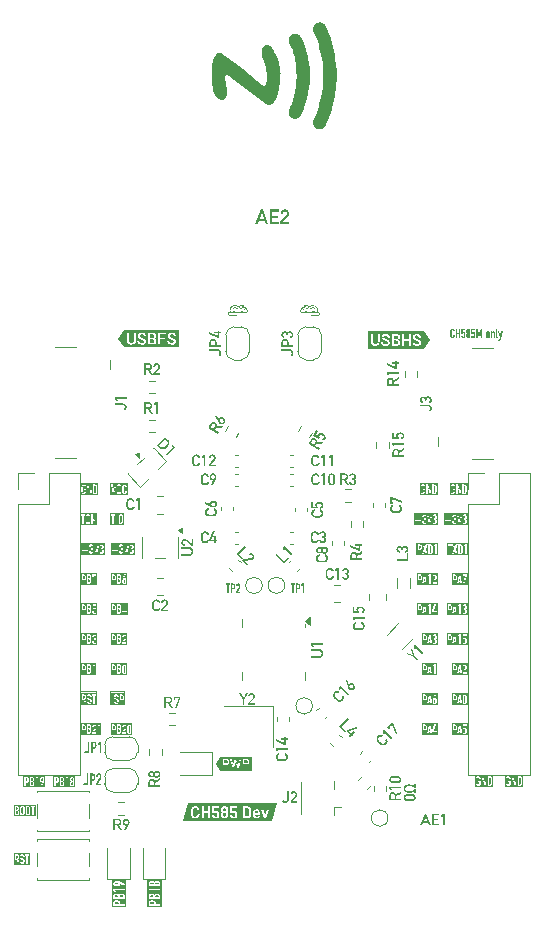
<source format=gto>
%TF.GenerationSoftware,KiCad,Pcbnew,9.0.7*%
%TF.CreationDate,2026-02-02T18:05:56+06:00*%
%TF.ProjectId,ch585_dev,63683538-355f-4646-9576-2e6b69636164,rev?*%
%TF.SameCoordinates,Original*%
%TF.FileFunction,Legend,Top*%
%TF.FilePolarity,Positive*%
%FSLAX46Y46*%
G04 Gerber Fmt 4.6, Leading zero omitted, Abs format (unit mm)*
G04 Created by KiCad (PCBNEW 9.0.7) date 2026-02-02 18:05:56*
%MOMM*%
%LPD*%
G01*
G04 APERTURE LIST*
%ADD10C,0.000000*%
%ADD11C,0.100000*%
%ADD12C,0.200000*%
%ADD13C,0.250000*%
%ADD14C,0.150000*%
%ADD15C,0.120000*%
G04 APERTURE END LIST*
D10*
G36*
X70497202Y-46354837D02*
G01*
X70520607Y-46356605D01*
X70544316Y-46359539D01*
X70568241Y-46363746D01*
X70592294Y-46369329D01*
X70616388Y-46376394D01*
X70640435Y-46385047D01*
X70664348Y-46395391D01*
X70688040Y-46407533D01*
X70711422Y-46421576D01*
X70734407Y-46437627D01*
X70756909Y-46455790D01*
X70778839Y-46476171D01*
X70800109Y-46498873D01*
X70845814Y-46555080D01*
X70898381Y-46627391D01*
X70956455Y-46714732D01*
X71018683Y-46816029D01*
X71083712Y-46930208D01*
X71150187Y-47056197D01*
X71216756Y-47192922D01*
X71282065Y-47339308D01*
X71344760Y-47494283D01*
X71403487Y-47656772D01*
X71456892Y-47825703D01*
X71503623Y-48000000D01*
X71542326Y-48178592D01*
X71558244Y-48269163D01*
X71571647Y-48360404D01*
X71582366Y-48452182D01*
X71590232Y-48544362D01*
X71595075Y-48636811D01*
X71596728Y-48729394D01*
X71593803Y-48915169D01*
X71585276Y-49101318D01*
X71571522Y-49286720D01*
X71552913Y-49470254D01*
X71529824Y-49650801D01*
X71502627Y-49827240D01*
X71471695Y-49998451D01*
X71437403Y-50163314D01*
X71400124Y-50320709D01*
X71360230Y-50469514D01*
X71318096Y-50608611D01*
X71274096Y-50736878D01*
X71228601Y-50853196D01*
X71181986Y-50956444D01*
X71134625Y-51045503D01*
X71086890Y-51119250D01*
X71062993Y-51151093D01*
X71039108Y-51180922D01*
X71015246Y-51208778D01*
X70991419Y-51234704D01*
X70967639Y-51258739D01*
X70943918Y-51280924D01*
X70920266Y-51301301D01*
X70896696Y-51319909D01*
X70873219Y-51336790D01*
X70849848Y-51351985D01*
X70826593Y-51365535D01*
X70803466Y-51377480D01*
X70780480Y-51387861D01*
X70757645Y-51396719D01*
X70734973Y-51404095D01*
X70712476Y-51410030D01*
X70690167Y-51414565D01*
X70668055Y-51417740D01*
X70646154Y-51419596D01*
X70624474Y-51420174D01*
X70603027Y-51419516D01*
X70581826Y-51417661D01*
X70560881Y-51414651D01*
X70540205Y-51410526D01*
X70519808Y-51405327D01*
X70499704Y-51399096D01*
X70460416Y-51383699D01*
X70422436Y-51364660D01*
X70385855Y-51342307D01*
X68716937Y-50091622D01*
X67630056Y-49281062D01*
X67252227Y-49007224D01*
X67071935Y-48888729D01*
X67057281Y-48883423D01*
X67043211Y-48879511D01*
X67029748Y-48877082D01*
X67016915Y-48876221D01*
X67004736Y-48877018D01*
X66998898Y-48878065D01*
X66993233Y-48879559D01*
X66987743Y-48881511D01*
X66982431Y-48883932D01*
X66977299Y-48886833D01*
X66972352Y-48890224D01*
X66967591Y-48894118D01*
X66963020Y-48898524D01*
X66958641Y-48903454D01*
X66954458Y-48908918D01*
X66950474Y-48914928D01*
X66946690Y-48921494D01*
X66939739Y-48936340D01*
X66933628Y-48953544D01*
X66928380Y-48973191D01*
X66924019Y-48995372D01*
X66920569Y-49020171D01*
X66918052Y-49047679D01*
X66916492Y-49077981D01*
X66915912Y-49111165D01*
X66916335Y-49147319D01*
X66917786Y-49186531D01*
X66920286Y-49228887D01*
X66923860Y-49274477D01*
X66928531Y-49323386D01*
X66934322Y-49375702D01*
X66941257Y-49431514D01*
X66949358Y-49490908D01*
X66958650Y-49553973D01*
X66969155Y-49620795D01*
X66980897Y-49691462D01*
X66993899Y-49766062D01*
X67008185Y-49844682D01*
X67033314Y-49998995D01*
X67049388Y-50139678D01*
X67057060Y-50267292D01*
X67056984Y-50382396D01*
X67049812Y-50485551D01*
X67036198Y-50577318D01*
X67016797Y-50658255D01*
X66992261Y-50728923D01*
X66963243Y-50789883D01*
X66930398Y-50841694D01*
X66894379Y-50884916D01*
X66855839Y-50920110D01*
X66815432Y-50947836D01*
X66773811Y-50968654D01*
X66731630Y-50983123D01*
X66689543Y-50991804D01*
X66642756Y-50994830D01*
X66615938Y-50993755D01*
X66587102Y-50990621D01*
X66556445Y-50985175D01*
X66524166Y-50977169D01*
X66490463Y-50966350D01*
X66455536Y-50952468D01*
X66419581Y-50935273D01*
X66382798Y-50914512D01*
X66345385Y-50889935D01*
X66307541Y-50861292D01*
X66269463Y-50828331D01*
X66231350Y-50790802D01*
X66193400Y-50748453D01*
X66155812Y-50701034D01*
X66118784Y-50648294D01*
X66082515Y-50589982D01*
X66047203Y-50525847D01*
X66013046Y-50455639D01*
X65980242Y-50379106D01*
X65948991Y-50295997D01*
X65919490Y-50206062D01*
X65891938Y-50109050D01*
X65866532Y-50004709D01*
X65843473Y-49892790D01*
X65822957Y-49773040D01*
X65805183Y-49645210D01*
X65790350Y-49509048D01*
X65778656Y-49364304D01*
X65770299Y-49210726D01*
X65765478Y-49048064D01*
X65765292Y-48730737D01*
X65775934Y-48446739D01*
X65796285Y-48194294D01*
X65825223Y-47971629D01*
X65861630Y-47776970D01*
X65904384Y-47608544D01*
X65952367Y-47464577D01*
X66004456Y-47343295D01*
X66059533Y-47242924D01*
X66116477Y-47161690D01*
X66174168Y-47097821D01*
X66231486Y-47049541D01*
X66287311Y-47015078D01*
X66340522Y-46992658D01*
X66390000Y-46980506D01*
X66434623Y-46976850D01*
X66481837Y-46985091D01*
X66544195Y-47009106D01*
X66710146Y-47100228D01*
X66924095Y-47241742D01*
X67177656Y-47425180D01*
X67770079Y-47883936D01*
X68420346Y-48408726D01*
X69626121Y-49385328D01*
X69858917Y-49564858D01*
X70047487Y-49701598D01*
X70183445Y-49787076D01*
X70229075Y-49807945D01*
X70258409Y-49812821D01*
X70276039Y-49806421D01*
X70293040Y-49793376D01*
X70309341Y-49773948D01*
X70324871Y-49748400D01*
X70339562Y-49716993D01*
X70353342Y-49679992D01*
X70377893Y-49590254D01*
X70397963Y-49481285D01*
X70412993Y-49355187D01*
X70422422Y-49214059D01*
X70425689Y-49060002D01*
X70422235Y-48895115D01*
X70411499Y-48721501D01*
X70392922Y-48541258D01*
X70365942Y-48356487D01*
X70330000Y-48169289D01*
X70284535Y-47981764D01*
X70258057Y-47888535D01*
X70228988Y-47796012D01*
X70197258Y-47704458D01*
X70162797Y-47614134D01*
X70126553Y-47519592D01*
X70095283Y-47429960D01*
X70068737Y-47345113D01*
X70046664Y-47264925D01*
X70028814Y-47189272D01*
X70014935Y-47118027D01*
X70004777Y-47051067D01*
X69998089Y-46988266D01*
X69994620Y-46929498D01*
X69994120Y-46874640D01*
X69996337Y-46823564D01*
X70001021Y-46776147D01*
X70007921Y-46732263D01*
X70016787Y-46691786D01*
X70039411Y-46620557D01*
X70066887Y-46561458D01*
X70097208Y-46513487D01*
X70128370Y-46475643D01*
X70158364Y-46446926D01*
X70185185Y-46426333D01*
X70206827Y-46412863D01*
X70226548Y-46403289D01*
X70242044Y-46396941D01*
X70260365Y-46390265D01*
X70284799Y-46382376D01*
X70314649Y-46374113D01*
X70349212Y-46366318D01*
X70387790Y-46359828D01*
X70408365Y-46357337D01*
X70429682Y-46355487D01*
X70451652Y-46354383D01*
X70474188Y-46354132D01*
X70497202Y-46354837D01*
G37*
G36*
X74938780Y-44430651D02*
G01*
X74969920Y-44432633D01*
X75000030Y-44436238D01*
X75029085Y-44441313D01*
X75057057Y-44447706D01*
X75109648Y-44463842D01*
X75157595Y-44483431D01*
X75200687Y-44505260D01*
X75238715Y-44528117D01*
X75271468Y-44550786D01*
X75298737Y-44572055D01*
X75335983Y-44605537D01*
X75348771Y-44618856D01*
X75536446Y-45015624D01*
X75699250Y-45407216D01*
X75838930Y-45791168D01*
X75957232Y-46165015D01*
X76055904Y-46526295D01*
X76136692Y-46872543D01*
X76201343Y-47201296D01*
X76251604Y-47510090D01*
X76315944Y-48057945D01*
X76343686Y-48496400D01*
X76345275Y-48966266D01*
X76348804Y-49117886D01*
X76343686Y-49420758D01*
X76333516Y-49622634D01*
X76315944Y-49854788D01*
X76289222Y-50114708D01*
X76251604Y-50399883D01*
X76201343Y-50707800D01*
X76136692Y-51035948D01*
X76055904Y-51381815D01*
X75957232Y-51742889D01*
X75838930Y-52116660D01*
X75771871Y-52307521D01*
X75699250Y-52500614D01*
X75620848Y-52695625D01*
X75536446Y-52892241D01*
X75445826Y-53090146D01*
X75348771Y-53289028D01*
X75335983Y-53302355D01*
X75320312Y-53317186D01*
X75298737Y-53335844D01*
X75271468Y-53357116D01*
X75238715Y-53379787D01*
X75220347Y-53391268D01*
X75200687Y-53402644D01*
X75179761Y-53413763D01*
X75157595Y-53424474D01*
X75134215Y-53434624D01*
X75109648Y-53444062D01*
X75083920Y-53452637D01*
X75057057Y-53460197D01*
X75029085Y-53466590D01*
X75000030Y-53471663D01*
X74969920Y-53475267D01*
X74938780Y-53477248D01*
X74906636Y-53477456D01*
X74873514Y-53475738D01*
X74839442Y-53471943D01*
X74804444Y-53465919D01*
X74768548Y-53457515D01*
X74731779Y-53446578D01*
X74694164Y-53432958D01*
X74655729Y-53416502D01*
X74618507Y-53397671D01*
X74584425Y-53377125D01*
X74553353Y-53355016D01*
X74525163Y-53331494D01*
X74499726Y-53306712D01*
X74476916Y-53280821D01*
X74456602Y-53253973D01*
X74438657Y-53226320D01*
X74422952Y-53198013D01*
X74409360Y-53169205D01*
X74397751Y-53140046D01*
X74387997Y-53110689D01*
X74379971Y-53081285D01*
X74373543Y-53051986D01*
X74364969Y-52994310D01*
X74361250Y-52938874D01*
X74361358Y-52886892D01*
X74364267Y-52839577D01*
X74368949Y-52798144D01*
X74379528Y-52737775D01*
X74384879Y-52715495D01*
X74422103Y-52639526D01*
X74520042Y-52421717D01*
X74585343Y-52264356D01*
X74658099Y-52077213D01*
X74735737Y-51862183D01*
X74815680Y-51621157D01*
X74895354Y-51356030D01*
X74972185Y-51068695D01*
X75043599Y-50761044D01*
X75107020Y-50434971D01*
X75134929Y-50265617D01*
X75159874Y-50092368D01*
X75181534Y-49915460D01*
X75199587Y-49735129D01*
X75213711Y-49551612D01*
X75223584Y-49365146D01*
X75228884Y-49175968D01*
X75229290Y-48984314D01*
X75229708Y-48952451D01*
X75223928Y-48571249D01*
X75199867Y-48200316D01*
X75160099Y-47841631D01*
X75107197Y-47497168D01*
X75043735Y-47168905D01*
X74972288Y-46858818D01*
X74895429Y-46568883D01*
X74815732Y-46301076D01*
X74658121Y-45839754D01*
X74520048Y-45490663D01*
X74384879Y-45192416D01*
X74379528Y-45170136D01*
X74374378Y-45144106D01*
X74368949Y-45109767D01*
X74364267Y-45068333D01*
X74361358Y-45021018D01*
X74361250Y-44969035D01*
X74362567Y-44941672D01*
X74364969Y-44913598D01*
X74368585Y-44884963D01*
X74373543Y-44855920D01*
X74379971Y-44826621D01*
X74387997Y-44797216D01*
X74397751Y-44767857D01*
X74409360Y-44738698D01*
X74422952Y-44709888D01*
X74438657Y-44681580D01*
X74456602Y-44653925D01*
X74476916Y-44627076D01*
X74499726Y-44601183D01*
X74525163Y-44576399D01*
X74553353Y-44552875D01*
X74584425Y-44530763D01*
X74618507Y-44510215D01*
X74655729Y-44491382D01*
X74694164Y-44474928D01*
X74731779Y-44461310D01*
X74768548Y-44450376D01*
X74804444Y-44441973D01*
X74839442Y-44435951D01*
X74873514Y-44432158D01*
X74906636Y-44430442D01*
X74938780Y-44430651D01*
G37*
G36*
X72862887Y-45386593D02*
G01*
X72894027Y-45388575D01*
X72924138Y-45392179D01*
X72953192Y-45397254D01*
X72981164Y-45403647D01*
X73033755Y-45419783D01*
X73081702Y-45439374D01*
X73124794Y-45461205D01*
X73162821Y-45484063D01*
X73195575Y-45506734D01*
X73222844Y-45528005D01*
X73260088Y-45561490D01*
X73272877Y-45574809D01*
X73425883Y-45873119D01*
X73558480Y-46169261D01*
X73672108Y-46461233D01*
X73768208Y-46747031D01*
X73848217Y-47024654D01*
X73913577Y-47292100D01*
X73965727Y-47547366D01*
X74006107Y-47788449D01*
X74036157Y-48013347D01*
X74057315Y-48220059D01*
X74078719Y-48570911D01*
X74081836Y-48824986D01*
X74078185Y-48966266D01*
X74081838Y-49096028D01*
X74078737Y-49337836D01*
X74071058Y-49496592D01*
X74057377Y-49678362D01*
X74036255Y-49881480D01*
X74006254Y-50104280D01*
X73965936Y-50345096D01*
X73913863Y-50602263D01*
X73848598Y-50874113D01*
X73768701Y-51158982D01*
X73672736Y-51455203D01*
X73618278Y-51607050D01*
X73559264Y-51761110D01*
X73495514Y-51917176D01*
X73426847Y-52075038D01*
X73353085Y-52234489D01*
X73274047Y-52395321D01*
X73261259Y-52408640D01*
X73245588Y-52423469D01*
X73224014Y-52442126D01*
X73196745Y-52463396D01*
X73163992Y-52486068D01*
X73145624Y-52497549D01*
X73125964Y-52508926D01*
X73105038Y-52520045D01*
X73082872Y-52530757D01*
X73059492Y-52540908D01*
X73034925Y-52550347D01*
X73009197Y-52558923D01*
X72982334Y-52566483D01*
X72954362Y-52572877D01*
X72925308Y-52577951D01*
X72895197Y-52581556D01*
X72864057Y-52583538D01*
X72831913Y-52583746D01*
X72798791Y-52582029D01*
X72764719Y-52578235D01*
X72729721Y-52572211D01*
X72693825Y-52563807D01*
X72657056Y-52552871D01*
X72619441Y-52539251D01*
X72581006Y-52522794D01*
X72543782Y-52503964D01*
X72509697Y-52483418D01*
X72478623Y-52461309D01*
X72450431Y-52437787D01*
X72424994Y-52413005D01*
X72402182Y-52387114D01*
X72381868Y-52360266D01*
X72363922Y-52332613D01*
X72348217Y-52304307D01*
X72334624Y-52275498D01*
X72323015Y-52246339D01*
X72313262Y-52216982D01*
X72305236Y-52187578D01*
X72298808Y-52158280D01*
X72290236Y-52100603D01*
X72286518Y-52045168D01*
X72286628Y-51993186D01*
X72289538Y-51945871D01*
X72294222Y-51904438D01*
X72304803Y-51844069D01*
X72310156Y-51821789D01*
X72334446Y-51783511D01*
X72362543Y-51734691D01*
X72399258Y-51665217D01*
X72443083Y-51574441D01*
X72492505Y-51461714D01*
X72546014Y-51326386D01*
X72602099Y-51167808D01*
X72630636Y-51079598D01*
X72659249Y-50985332D01*
X72687751Y-50884929D01*
X72715953Y-50778308D01*
X72743666Y-50665388D01*
X72770700Y-50546087D01*
X72796868Y-50420325D01*
X72821980Y-50288021D01*
X72845847Y-50149093D01*
X72868280Y-50003459D01*
X72889091Y-49851040D01*
X72908091Y-49691754D01*
X72925091Y-49525519D01*
X72939901Y-49352255D01*
X72952334Y-49171880D01*
X72962200Y-48984314D01*
X72962619Y-48952451D01*
X72945484Y-48584885D01*
X72917469Y-48246446D01*
X72880228Y-47936387D01*
X72835415Y-47653962D01*
X72784683Y-47398422D01*
X72729687Y-47169023D01*
X72672079Y-46965015D01*
X72613514Y-46785653D01*
X72555646Y-46630190D01*
X72500128Y-46497879D01*
X72402758Y-46299723D01*
X72308986Y-46148370D01*
X72303633Y-46126089D01*
X72298482Y-46100059D01*
X72293052Y-46065720D01*
X72288368Y-46024286D01*
X72285457Y-45976971D01*
X72285348Y-45924988D01*
X72286664Y-45897626D01*
X72289066Y-45869551D01*
X72292681Y-45840917D01*
X72297638Y-45811874D01*
X72304066Y-45782574D01*
X72312092Y-45753169D01*
X72321846Y-45723811D01*
X72333455Y-45694651D01*
X72347047Y-45665841D01*
X72362752Y-45637533D01*
X72380698Y-45609879D01*
X72401012Y-45583029D01*
X72423824Y-45557137D01*
X72449262Y-45532353D01*
X72477453Y-45508829D01*
X72508527Y-45486717D01*
X72542612Y-45466169D01*
X72579836Y-45447336D01*
X72618271Y-45430880D01*
X72655886Y-45417259D01*
X72692655Y-45406323D01*
X72728551Y-45397919D01*
X72763549Y-45391896D01*
X72797622Y-45388101D01*
X72830743Y-45386384D01*
X72862887Y-45386593D01*
G37*
D11*
G36*
X54949872Y-96355881D02*
G01*
X54968268Y-96360308D01*
X54981794Y-96366685D01*
X54992548Y-96375117D01*
X55007111Y-96397714D01*
X55014942Y-96431898D01*
X55016929Y-96490838D01*
X55015301Y-96545321D01*
X55011671Y-96568216D01*
X55004747Y-96587742D01*
X54993466Y-96603544D01*
X54976764Y-96615269D01*
X54953579Y-96622564D01*
X54922847Y-96625074D01*
X54867990Y-96625074D01*
X54867990Y-96354355D01*
X54927341Y-96354355D01*
X54949872Y-96355881D01*
G37*
G36*
X55399414Y-96676653D02*
G01*
X55420108Y-96681309D01*
X55434440Y-96687738D01*
X55445937Y-96696401D01*
X55461167Y-96719346D01*
X55469520Y-96754695D01*
X55471465Y-96795751D01*
X55468196Y-96855265D01*
X55462192Y-96879739D01*
X55451569Y-96899965D01*
X55441727Y-96910453D01*
X55429119Y-96918823D01*
X55396149Y-96928399D01*
X55372889Y-96929792D01*
X55323649Y-96929792D01*
X55323649Y-96675095D01*
X55374012Y-96675095D01*
X55399414Y-96676653D01*
G37*
G36*
X55395351Y-96355913D02*
G01*
X55416086Y-96360563D01*
X55431239Y-96367168D01*
X55443708Y-96376106D01*
X55460680Y-96399667D01*
X55469864Y-96434184D01*
X55471465Y-96462066D01*
X55469753Y-96494617D01*
X55464023Y-96521806D01*
X55457145Y-96537573D01*
X55447555Y-96550597D01*
X55436738Y-96559681D01*
X55423421Y-96566611D01*
X55387847Y-96573924D01*
X55375136Y-96574321D01*
X55323649Y-96574321D01*
X55323649Y-96354355D01*
X55370690Y-96354355D01*
X55395351Y-96355913D01*
G37*
G36*
X56099838Y-97139141D02*
G01*
X54664844Y-97139141D01*
X54664844Y-96625074D01*
X54753733Y-96625074D01*
X54753733Y-97044000D01*
X54867990Y-97044000D01*
X54867990Y-96732639D01*
X54926217Y-96732639D01*
X54957047Y-96731100D01*
X54984717Y-96726578D01*
X55008362Y-96719608D01*
X55029458Y-96710176D01*
X55064363Y-96684707D01*
X55091960Y-96649743D01*
X55103415Y-96628168D01*
X55111920Y-96605583D01*
X55117877Y-96574321D01*
X55209392Y-96574321D01*
X55209392Y-96929792D01*
X55209392Y-97044000D01*
X55365073Y-97044000D01*
X55399613Y-97042446D01*
X55430943Y-97037825D01*
X55457348Y-97030792D01*
X55481039Y-97021183D01*
X55501128Y-97009673D01*
X55518826Y-96995909D01*
X55546843Y-96962347D01*
X55566356Y-96919366D01*
X55577198Y-96864677D01*
X55578981Y-96827014D01*
X55578981Y-96782367D01*
X55577404Y-96748450D01*
X55572616Y-96718694D01*
X55565741Y-96695928D01*
X55556296Y-96676017D01*
X55545180Y-96659957D01*
X55531756Y-96646108D01*
X55500579Y-96625856D01*
X55529245Y-96605656D01*
X55551706Y-96582479D01*
X55562029Y-96566002D01*
X55569968Y-96546777D01*
X55578296Y-96499677D01*
X55578981Y-96477796D01*
X55578981Y-96448633D01*
X55577382Y-96418393D01*
X55575936Y-96409799D01*
X55670474Y-96409799D01*
X55670474Y-96475988D01*
X55784731Y-96475988D01*
X55784731Y-96410922D01*
X55786348Y-96397379D01*
X55791417Y-96383562D01*
X55799122Y-96372221D01*
X55810069Y-96362935D01*
X55821848Y-96357536D01*
X55836178Y-96354937D01*
X55840711Y-96354795D01*
X55855277Y-96356310D01*
X55867902Y-96360663D01*
X55878313Y-96367460D01*
X55886538Y-96376463D01*
X55895919Y-96400452D01*
X55896692Y-96410922D01*
X55896692Y-96514139D01*
X55895045Y-96538049D01*
X55889768Y-96555901D01*
X55883412Y-96565503D01*
X55874708Y-96572695D01*
X55849427Y-96581119D01*
X55805980Y-96583699D01*
X55805980Y-96684474D01*
X55843386Y-96686302D01*
X55869296Y-96692843D01*
X55879591Y-96699252D01*
X55887127Y-96707977D01*
X55895081Y-96732101D01*
X55896692Y-96759066D01*
X55896692Y-96872590D01*
X55895158Y-96889797D01*
X55890678Y-96904640D01*
X55883976Y-96916182D01*
X55874998Y-96925266D01*
X55864380Y-96931497D01*
X55851930Y-96935126D01*
X55840711Y-96936044D01*
X55826691Y-96934526D01*
X55814453Y-96930154D01*
X55795965Y-96914074D01*
X55785928Y-96888986D01*
X55784731Y-96874837D01*
X55784731Y-96815828D01*
X55670474Y-96815828D01*
X55670474Y-96880406D01*
X55671989Y-96906709D01*
X55676345Y-96930492D01*
X55683327Y-96952018D01*
X55692614Y-96971153D01*
X55718022Y-97003654D01*
X55752027Y-97028382D01*
X55793774Y-97044524D01*
X55839588Y-97050252D01*
X55865204Y-97048734D01*
X55888375Y-97044363D01*
X55928165Y-97027993D01*
X55961003Y-97001958D01*
X55980711Y-96977468D01*
X55995930Y-96950837D01*
X56005304Y-96918885D01*
X56010558Y-96852856D01*
X56010949Y-96814704D01*
X56009846Y-96745033D01*
X56007229Y-96719328D01*
X56002131Y-96698072D01*
X55993728Y-96680038D01*
X55981191Y-96663998D01*
X55963694Y-96648724D01*
X55940411Y-96632988D01*
X55973280Y-96610608D01*
X55994006Y-96587752D01*
X56005736Y-96556787D01*
X56010530Y-96504938D01*
X56010949Y-96465877D01*
X56009360Y-96413212D01*
X56004490Y-96373561D01*
X55998338Y-96349518D01*
X55990037Y-96329637D01*
X55967278Y-96296568D01*
X55952552Y-96281301D01*
X55932638Y-96266250D01*
X55911985Y-96255087D01*
X55887868Y-96246441D01*
X55866440Y-96242103D01*
X55842958Y-96240538D01*
X55797528Y-96246532D01*
X55755169Y-96264217D01*
X55718629Y-96292647D01*
X55703540Y-96310271D01*
X55690963Y-96329832D01*
X55681317Y-96350674D01*
X55674584Y-96372938D01*
X55670474Y-96409799D01*
X55575936Y-96409799D01*
X55572446Y-96389052D01*
X55564873Y-96363554D01*
X55554201Y-96339596D01*
X55541667Y-96319458D01*
X55526315Y-96301193D01*
X55509391Y-96286125D01*
X55489825Y-96273156D01*
X55468411Y-96262871D01*
X55444373Y-96254947D01*
X55417827Y-96249618D01*
X55388526Y-96247020D01*
X55376259Y-96246791D01*
X55209392Y-96246791D01*
X55209392Y-96574321D01*
X55117877Y-96574321D01*
X55121915Y-96553126D01*
X55124445Y-96489715D01*
X55122754Y-96436383D01*
X55117175Y-96392544D01*
X55110320Y-96365808D01*
X55100770Y-96342325D01*
X55075666Y-96305795D01*
X55072909Y-96302820D01*
X55054858Y-96286003D01*
X55035701Y-96272535D01*
X54994711Y-96255068D01*
X54944486Y-96247298D01*
X54925094Y-96246791D01*
X54753733Y-96246791D01*
X54753733Y-96625074D01*
X54664844Y-96625074D01*
X54664844Y-96151649D01*
X56099838Y-96151649D01*
X56099838Y-97139141D01*
G37*
G36*
X85946816Y-96355881D02*
G01*
X85965212Y-96360308D01*
X85978738Y-96366685D01*
X85989492Y-96375117D01*
X86004055Y-96397714D01*
X86011886Y-96431898D01*
X86013873Y-96490838D01*
X86012245Y-96545321D01*
X86008615Y-96568216D01*
X86001691Y-96587742D01*
X85990410Y-96603544D01*
X85973708Y-96615269D01*
X85950523Y-96622564D01*
X85919791Y-96625074D01*
X85864934Y-96625074D01*
X85864934Y-96354355D01*
X85924285Y-96354355D01*
X85946816Y-96355881D01*
G37*
G36*
X86395625Y-96765758D02*
G01*
X86281417Y-96765758D01*
X86337397Y-96476575D01*
X86339644Y-96476575D01*
X86395625Y-96765758D01*
G37*
G36*
X87450836Y-97139141D02*
G01*
X85661788Y-97139141D01*
X85661788Y-96625074D01*
X85750677Y-96625074D01*
X85750677Y-97044000D01*
X85864934Y-97044000D01*
X86113378Y-97044000D01*
X86227634Y-97044000D01*
X86261242Y-96873323D01*
X86416923Y-96873323D01*
X86450530Y-97044000D01*
X86564738Y-97044000D01*
X86405450Y-96330810D01*
X86626190Y-96330810D01*
X86626190Y-96451711D01*
X86740398Y-96367740D01*
X86740398Y-97044000D01*
X86854655Y-97044000D01*
X86854655Y-96845186D01*
X87021472Y-96845186D01*
X87021472Y-96878842D01*
X87022999Y-96903872D01*
X87027435Y-96927194D01*
X87044422Y-96968862D01*
X87071328Y-97003289D01*
X87107074Y-97029378D01*
X87150075Y-97045542D01*
X87191710Y-97050252D01*
X87215771Y-97048706D01*
X87239000Y-97044134D01*
X87261132Y-97036623D01*
X87281837Y-97026280D01*
X87300529Y-97013435D01*
X87317270Y-96998042D01*
X87331406Y-96980725D01*
X87343172Y-96961178D01*
X87352082Y-96940147D01*
X87358275Y-96917177D01*
X87361947Y-96878842D01*
X87361947Y-96672506D01*
X87360413Y-96646594D01*
X87355925Y-96623202D01*
X87348943Y-96603020D01*
X87339519Y-96585262D01*
X87328056Y-96570234D01*
X87314542Y-96557603D01*
X87281717Y-96539576D01*
X87240974Y-96531569D01*
X87230935Y-96531285D01*
X87191059Y-96536951D01*
X87154907Y-96553321D01*
X87135729Y-96568263D01*
X87135729Y-96354355D01*
X87361947Y-96354355D01*
X87361947Y-96246791D01*
X87034906Y-96246791D01*
X87034906Y-96675828D01*
X87135729Y-96675828D01*
X87136965Y-96673307D01*
X87143625Y-96660815D01*
X87154233Y-96647326D01*
X87170454Y-96636527D01*
X87193957Y-96632108D01*
X87218215Y-96637898D01*
X87236884Y-96654261D01*
X87246895Y-96679172D01*
X87247690Y-96689310D01*
X87247690Y-96876595D01*
X87246155Y-96893302D01*
X87241659Y-96907544D01*
X87235002Y-96918363D01*
X87226082Y-96926748D01*
X87202908Y-96935478D01*
X87193957Y-96936044D01*
X87179269Y-96934501D01*
X87166167Y-96929949D01*
X87155456Y-96922918D01*
X87146777Y-96913363D01*
X87140545Y-96901716D01*
X87136784Y-96887862D01*
X87135729Y-96874348D01*
X87135729Y-96845186D01*
X87021472Y-96845186D01*
X86854655Y-96845186D01*
X86854655Y-96246791D01*
X86740398Y-96246791D01*
X86626190Y-96330810D01*
X86405450Y-96330810D01*
X86386685Y-96246791D01*
X86291479Y-96246791D01*
X86175539Y-96765758D01*
X86113378Y-97044000D01*
X85864934Y-97044000D01*
X85864934Y-96732639D01*
X85923161Y-96732639D01*
X85953991Y-96731100D01*
X85981661Y-96726578D01*
X86005306Y-96719608D01*
X86026402Y-96710176D01*
X86061307Y-96684707D01*
X86088904Y-96649743D01*
X86100359Y-96628168D01*
X86108864Y-96605583D01*
X86118859Y-96553126D01*
X86121389Y-96489715D01*
X86119698Y-96436383D01*
X86114119Y-96392544D01*
X86107264Y-96365808D01*
X86097714Y-96342325D01*
X86072610Y-96305795D01*
X86069853Y-96302820D01*
X86051802Y-96286003D01*
X86032645Y-96272535D01*
X85991655Y-96255068D01*
X85941430Y-96247298D01*
X85922038Y-96246791D01*
X85750677Y-96246791D01*
X85750677Y-96625074D01*
X85661788Y-96625074D01*
X85661788Y-96157902D01*
X87450836Y-96157902D01*
X87450836Y-97139141D01*
G37*
G36*
X57489872Y-93815881D02*
G01*
X57508268Y-93820308D01*
X57521794Y-93826685D01*
X57532548Y-93835117D01*
X57547111Y-93857714D01*
X57554942Y-93891898D01*
X57556929Y-93950838D01*
X57555301Y-94005321D01*
X57551671Y-94028216D01*
X57544747Y-94047742D01*
X57533466Y-94063544D01*
X57516764Y-94075269D01*
X57493579Y-94082564D01*
X57462847Y-94085074D01*
X57407990Y-94085074D01*
X57407990Y-93814355D01*
X57467341Y-93814355D01*
X57489872Y-93815881D01*
G37*
G36*
X57939414Y-94136653D02*
G01*
X57960108Y-94141309D01*
X57974440Y-94147738D01*
X57985937Y-94156401D01*
X58001167Y-94179346D01*
X58009520Y-94214695D01*
X58011465Y-94255751D01*
X58008196Y-94315265D01*
X58002192Y-94339739D01*
X57991569Y-94359965D01*
X57981727Y-94370453D01*
X57969119Y-94378823D01*
X57936149Y-94388399D01*
X57912889Y-94389792D01*
X57863649Y-94389792D01*
X57863649Y-94135095D01*
X57914012Y-94135095D01*
X57939414Y-94136653D01*
G37*
G36*
X57935351Y-93815913D02*
G01*
X57956086Y-93820563D01*
X57971239Y-93827168D01*
X57983708Y-93836106D01*
X58000680Y-93859667D01*
X58009864Y-93894184D01*
X58011465Y-93922066D01*
X58009753Y-93954617D01*
X58004023Y-93981806D01*
X57997145Y-93997573D01*
X57987555Y-94010597D01*
X57976738Y-94019681D01*
X57963421Y-94026611D01*
X57927847Y-94033924D01*
X57915136Y-94034321D01*
X57863649Y-94034321D01*
X57863649Y-93814355D01*
X57910690Y-93814355D01*
X57935351Y-93815913D01*
G37*
G36*
X58667828Y-94592889D02*
G01*
X57204844Y-94592889D01*
X57204844Y-94085074D01*
X57293733Y-94085074D01*
X57293733Y-94504000D01*
X57407990Y-94504000D01*
X57407990Y-94192639D01*
X57466217Y-94192639D01*
X57497047Y-94191100D01*
X57524717Y-94186578D01*
X57548362Y-94179608D01*
X57569458Y-94170176D01*
X57604363Y-94144707D01*
X57631960Y-94109743D01*
X57643415Y-94088168D01*
X57651920Y-94065583D01*
X57657877Y-94034321D01*
X57749392Y-94034321D01*
X57749392Y-94389792D01*
X57749392Y-94504000D01*
X57905073Y-94504000D01*
X57939613Y-94502446D01*
X57970943Y-94497825D01*
X57997348Y-94490792D01*
X58021039Y-94481183D01*
X58041128Y-94469673D01*
X58058826Y-94455909D01*
X58086843Y-94422347D01*
X58106356Y-94379366D01*
X58117198Y-94324677D01*
X58118981Y-94287014D01*
X58118981Y-94277684D01*
X58182484Y-94277684D01*
X58182484Y-94385200D01*
X58409825Y-94385200D01*
X58409825Y-94504000D01*
X58524082Y-94504000D01*
X58524082Y-94385200D01*
X58578939Y-94385200D01*
X58578939Y-94277684D01*
X58524082Y-94277684D01*
X58524082Y-94050441D01*
X58409825Y-94050441D01*
X58409825Y-94277684D01*
X58296692Y-94277684D01*
X58468053Y-93706791D01*
X58347103Y-93706791D01*
X58182484Y-94277684D01*
X58118981Y-94277684D01*
X58118981Y-94242367D01*
X58117404Y-94208450D01*
X58112616Y-94178694D01*
X58105741Y-94155928D01*
X58096296Y-94136017D01*
X58085180Y-94119957D01*
X58071756Y-94106108D01*
X58040579Y-94085856D01*
X58069245Y-94065656D01*
X58091706Y-94042479D01*
X58102029Y-94026002D01*
X58109968Y-94006777D01*
X58118296Y-93959677D01*
X58118981Y-93937796D01*
X58118981Y-93908633D01*
X58117382Y-93878393D01*
X58112446Y-93849052D01*
X58104873Y-93823554D01*
X58094201Y-93799596D01*
X58081667Y-93779458D01*
X58066315Y-93761193D01*
X58049391Y-93746125D01*
X58029825Y-93733156D01*
X58008411Y-93722871D01*
X57984373Y-93714947D01*
X57957827Y-93709618D01*
X57928526Y-93707020D01*
X57916259Y-93706791D01*
X57749392Y-93706791D01*
X57749392Y-94034321D01*
X57657877Y-94034321D01*
X57661915Y-94013126D01*
X57664445Y-93949715D01*
X57662754Y-93896383D01*
X57657175Y-93852544D01*
X57650320Y-93825808D01*
X57640770Y-93802325D01*
X57615666Y-93765795D01*
X57612909Y-93762820D01*
X57594858Y-93746003D01*
X57575701Y-93732535D01*
X57534711Y-93715068D01*
X57484486Y-93707298D01*
X57465094Y-93706791D01*
X57293733Y-93706791D01*
X57293733Y-94085074D01*
X57204844Y-94085074D01*
X57204844Y-93617902D01*
X58667828Y-93617902D01*
X58667828Y-94592889D01*
G37*
G36*
X83406816Y-93815881D02*
G01*
X83425212Y-93820308D01*
X83438738Y-93826685D01*
X83449492Y-93835117D01*
X83464055Y-93857714D01*
X83471886Y-93891898D01*
X83473873Y-93950838D01*
X83472245Y-94005321D01*
X83468615Y-94028216D01*
X83461691Y-94047742D01*
X83450410Y-94063544D01*
X83433708Y-94075269D01*
X83410523Y-94082564D01*
X83379791Y-94085074D01*
X83324934Y-94085074D01*
X83324934Y-93814355D01*
X83384285Y-93814355D01*
X83406816Y-93815881D01*
G37*
G36*
X83855625Y-94225758D02*
G01*
X83741417Y-94225758D01*
X83797397Y-93936575D01*
X83799644Y-93936575D01*
X83855625Y-94225758D01*
G37*
G36*
X84938826Y-94592889D02*
G01*
X83121788Y-94592889D01*
X83121788Y-94085074D01*
X83210677Y-94085074D01*
X83210677Y-94504000D01*
X83324934Y-94504000D01*
X83573378Y-94504000D01*
X83687634Y-94504000D01*
X83721242Y-94333323D01*
X83876923Y-94333323D01*
X83910530Y-94504000D01*
X84024738Y-94504000D01*
X83865450Y-93790810D01*
X84086190Y-93790810D01*
X84086190Y-93911711D01*
X84200398Y-93827740D01*
X84200398Y-94504000D01*
X84314655Y-94504000D01*
X84314655Y-94277684D01*
X84453482Y-94277684D01*
X84453482Y-94385200D01*
X84680823Y-94385200D01*
X84680823Y-94504000D01*
X84795080Y-94504000D01*
X84795080Y-94385200D01*
X84849937Y-94385200D01*
X84849937Y-94277684D01*
X84795080Y-94277684D01*
X84795080Y-94050441D01*
X84680823Y-94050441D01*
X84680823Y-94277684D01*
X84567690Y-94277684D01*
X84739051Y-93706791D01*
X84618102Y-93706791D01*
X84453482Y-94277684D01*
X84314655Y-94277684D01*
X84314655Y-93706791D01*
X84200398Y-93706791D01*
X84086190Y-93790810D01*
X83865450Y-93790810D01*
X83846685Y-93706791D01*
X83751479Y-93706791D01*
X83635539Y-94225758D01*
X83573378Y-94504000D01*
X83324934Y-94504000D01*
X83324934Y-94192639D01*
X83383161Y-94192639D01*
X83413991Y-94191100D01*
X83441661Y-94186578D01*
X83465306Y-94179608D01*
X83486402Y-94170176D01*
X83521307Y-94144707D01*
X83548904Y-94109743D01*
X83560359Y-94088168D01*
X83568864Y-94065583D01*
X83578859Y-94013126D01*
X83581389Y-93949715D01*
X83579698Y-93896383D01*
X83574119Y-93852544D01*
X83567264Y-93825808D01*
X83557714Y-93802325D01*
X83532610Y-93765795D01*
X83529853Y-93762820D01*
X83511802Y-93746003D01*
X83492645Y-93732535D01*
X83451655Y-93715068D01*
X83401430Y-93707298D01*
X83382038Y-93706791D01*
X83210677Y-93706791D01*
X83210677Y-94085074D01*
X83121788Y-94085074D01*
X83121788Y-93617902D01*
X84938826Y-93617902D01*
X84938826Y-94592889D01*
G37*
G36*
X57489872Y-96355881D02*
G01*
X57508268Y-96360308D01*
X57521794Y-96366685D01*
X57532548Y-96375117D01*
X57547111Y-96397714D01*
X57554942Y-96431898D01*
X57556929Y-96490838D01*
X57555301Y-96545321D01*
X57551671Y-96568216D01*
X57544747Y-96587742D01*
X57533466Y-96603544D01*
X57516764Y-96615269D01*
X57493579Y-96622564D01*
X57462847Y-96625074D01*
X57407990Y-96625074D01*
X57407990Y-96354355D01*
X57467341Y-96354355D01*
X57489872Y-96355881D01*
G37*
G36*
X57939414Y-96676653D02*
G01*
X57960108Y-96681309D01*
X57974440Y-96687738D01*
X57985937Y-96696401D01*
X58001167Y-96719346D01*
X58009520Y-96754695D01*
X58011465Y-96795751D01*
X58008196Y-96855265D01*
X58002192Y-96879739D01*
X57991569Y-96899965D01*
X57981727Y-96910453D01*
X57969119Y-96918823D01*
X57936149Y-96928399D01*
X57912889Y-96929792D01*
X57863649Y-96929792D01*
X57863649Y-96675095D01*
X57914012Y-96675095D01*
X57939414Y-96676653D01*
G37*
G36*
X57935351Y-96355913D02*
G01*
X57956086Y-96360563D01*
X57971239Y-96367168D01*
X57983708Y-96376106D01*
X58000680Y-96399667D01*
X58009864Y-96434184D01*
X58011465Y-96462066D01*
X58009753Y-96494617D01*
X58004023Y-96521806D01*
X57997145Y-96537573D01*
X57987555Y-96550597D01*
X57976738Y-96559681D01*
X57963421Y-96566611D01*
X57927847Y-96573924D01*
X57915136Y-96574321D01*
X57863649Y-96574321D01*
X57863649Y-96354355D01*
X57910690Y-96354355D01*
X57935351Y-96355913D01*
G37*
G36*
X58639838Y-97132889D02*
G01*
X57204844Y-97132889D01*
X57204844Y-96625074D01*
X57293733Y-96625074D01*
X57293733Y-97044000D01*
X57407990Y-97044000D01*
X57407990Y-96732639D01*
X57466217Y-96732639D01*
X57497047Y-96731100D01*
X57524717Y-96726578D01*
X57548362Y-96719608D01*
X57569458Y-96710176D01*
X57604363Y-96684707D01*
X57631960Y-96649743D01*
X57643415Y-96628168D01*
X57651920Y-96605583D01*
X57657877Y-96574321D01*
X57749392Y-96574321D01*
X57749392Y-96929792D01*
X57749392Y-97044000D01*
X57905073Y-97044000D01*
X57939613Y-97042446D01*
X57970943Y-97037825D01*
X57997348Y-97030792D01*
X58021039Y-97021183D01*
X58041128Y-97009673D01*
X58058826Y-96995909D01*
X58086843Y-96962347D01*
X58106356Y-96919366D01*
X58117198Y-96864677D01*
X58118981Y-96827014D01*
X58118981Y-96782367D01*
X58117404Y-96748450D01*
X58112616Y-96718694D01*
X58105741Y-96695928D01*
X58096296Y-96676017D01*
X58085180Y-96659957D01*
X58071756Y-96646108D01*
X58040579Y-96625856D01*
X58069245Y-96605656D01*
X58091706Y-96582479D01*
X58102029Y-96566002D01*
X58109968Y-96546777D01*
X58118296Y-96499677D01*
X58118981Y-96477796D01*
X58118981Y-96448633D01*
X58117382Y-96418393D01*
X58116659Y-96414097D01*
X58210474Y-96414097D01*
X58210474Y-96476721D01*
X58324731Y-96476721D01*
X58324731Y-96411850D01*
X58326254Y-96396129D01*
X58330667Y-96382826D01*
X58337315Y-96372497D01*
X58346151Y-96364474D01*
X58369793Y-96355557D01*
X58380711Y-96354795D01*
X58396432Y-96356295D01*
X58408894Y-96360543D01*
X58425044Y-96374971D01*
X58433884Y-96398229D01*
X58436692Y-96443162D01*
X58434176Y-96497415D01*
X58428201Y-96521507D01*
X58416566Y-96548333D01*
X58210474Y-96936484D01*
X58210474Y-97044000D01*
X58550949Y-97044000D01*
X58550949Y-96929792D01*
X58344856Y-96929792D01*
X58512896Y-96606512D01*
X58534938Y-96560280D01*
X58546265Y-96522594D01*
X58550771Y-96468048D01*
X58550949Y-96440915D01*
X58549367Y-96408960D01*
X58544546Y-96378279D01*
X58537106Y-96351484D01*
X58526710Y-96326629D01*
X58514604Y-96306038D01*
X58499908Y-96287700D01*
X58484033Y-96273074D01*
X58465854Y-96260857D01*
X58446408Y-96251705D01*
X58424792Y-96245148D01*
X58381835Y-96240538D01*
X58337033Y-96246524D01*
X58295504Y-96264145D01*
X58259518Y-96292592D01*
X58244461Y-96310404D01*
X58231863Y-96330160D01*
X58222021Y-96351441D01*
X58215058Y-96374142D01*
X58210474Y-96414097D01*
X58116659Y-96414097D01*
X58112446Y-96389052D01*
X58104873Y-96363554D01*
X58094201Y-96339596D01*
X58081667Y-96319458D01*
X58066315Y-96301193D01*
X58049391Y-96286125D01*
X58029825Y-96273156D01*
X58008411Y-96262871D01*
X57984373Y-96254947D01*
X57957827Y-96249618D01*
X57928526Y-96247020D01*
X57916259Y-96246791D01*
X57749392Y-96246791D01*
X57749392Y-96574321D01*
X57657877Y-96574321D01*
X57661915Y-96553126D01*
X57664445Y-96489715D01*
X57662754Y-96436383D01*
X57657175Y-96392544D01*
X57650320Y-96365808D01*
X57640770Y-96342325D01*
X57615666Y-96305795D01*
X57612909Y-96302820D01*
X57594858Y-96286003D01*
X57575701Y-96272535D01*
X57534711Y-96255068D01*
X57484486Y-96247298D01*
X57465094Y-96246791D01*
X57293733Y-96246791D01*
X57293733Y-96625074D01*
X57204844Y-96625074D01*
X57204844Y-96151649D01*
X58639838Y-96151649D01*
X58639838Y-97132889D01*
G37*
G36*
X56096223Y-86979141D02*
G01*
X54607740Y-86979141D01*
X54607740Y-86194355D01*
X54696629Y-86194355D01*
X54828764Y-86194355D01*
X54828764Y-86884000D01*
X54943021Y-86884000D01*
X54943021Y-86264111D01*
X55118241Y-86264111D01*
X55118241Y-86702283D01*
X55119762Y-86732073D01*
X55124154Y-86758807D01*
X55131068Y-86782364D01*
X55140294Y-86803196D01*
X55165100Y-86837630D01*
X55198113Y-86863516D01*
X55239529Y-86881150D01*
X55289057Y-86889685D01*
X55306406Y-86890252D01*
X55352117Y-86884278D01*
X55352789Y-86884000D01*
X55580642Y-86884000D01*
X55694898Y-86884000D01*
X55694898Y-86645521D01*
X55756496Y-86530189D01*
X55886385Y-86884000D01*
X56007334Y-86884000D01*
X55822540Y-86405919D01*
X55978220Y-86086791D01*
X55864012Y-86086791D01*
X55697145Y-86450713D01*
X55694898Y-86450713D01*
X55694898Y-86086791D01*
X55580642Y-86086791D01*
X55580642Y-86884000D01*
X55352789Y-86884000D01*
X55394687Y-86866671D01*
X55432151Y-86838101D01*
X55461832Y-86800070D01*
X55472853Y-86778372D01*
X55481012Y-86755286D01*
X55486018Y-86731616D01*
X55487872Y-86707148D01*
X55487878Y-86705605D01*
X55487878Y-86656463D01*
X55373621Y-86656463D01*
X55373621Y-86695542D01*
X55372131Y-86715208D01*
X55367948Y-86731640D01*
X55361526Y-86745045D01*
X55353289Y-86755703D01*
X55331596Y-86770358D01*
X55304054Y-86776018D01*
X55301960Y-86776044D01*
X55284739Y-86774526D01*
X55270290Y-86770152D01*
X55258903Y-86763540D01*
X55249760Y-86754795D01*
X55237205Y-86730498D01*
X55232498Y-86694418D01*
X55232498Y-86287607D01*
X55234292Y-86257770D01*
X55240601Y-86232447D01*
X55247684Y-86219079D01*
X55257573Y-86208339D01*
X55268533Y-86201466D01*
X55282045Y-86196920D01*
X55303084Y-86194795D01*
X55317717Y-86196308D01*
X55330871Y-86200646D01*
X55352880Y-86217189D01*
X55368047Y-86243684D01*
X55373621Y-86277545D01*
X55373621Y-86315549D01*
X55487878Y-86315549D01*
X55487878Y-86270803D01*
X55486343Y-86244369D01*
X55481849Y-86219336D01*
X55474500Y-86195697D01*
X55464490Y-86173800D01*
X55451920Y-86153708D01*
X55437007Y-86135701D01*
X55419908Y-86119928D01*
X55400812Y-86106572D01*
X55379976Y-86095831D01*
X55357502Y-86087811D01*
X55333745Y-86082701D01*
X55308712Y-86080588D01*
X55304159Y-86080538D01*
X55277967Y-86082072D01*
X55253307Y-86086557D01*
X55230182Y-86093866D01*
X55208859Y-86103802D01*
X55171861Y-86131105D01*
X55143539Y-86167260D01*
X55133041Y-86188260D01*
X55125240Y-86210882D01*
X55120264Y-86234996D01*
X55118274Y-86260355D01*
X55118241Y-86264111D01*
X54943021Y-86264111D01*
X54943021Y-86194355D01*
X55075157Y-86194355D01*
X55075157Y-86086791D01*
X54696629Y-86086791D01*
X54696629Y-86194355D01*
X54607740Y-86194355D01*
X54607740Y-85991649D01*
X56096223Y-85991649D01*
X56096223Y-86979141D01*
G37*
G36*
X58406067Y-91601061D02*
G01*
X58417126Y-91608338D01*
X58426215Y-91618176D01*
X58432561Y-91629785D01*
X58436108Y-91643336D01*
X58436692Y-91652004D01*
X58436692Y-91799184D01*
X58430971Y-91824981D01*
X58415075Y-91844457D01*
X58391298Y-91855051D01*
X58380711Y-91856044D01*
X58355356Y-91850080D01*
X58344294Y-91842804D01*
X58335202Y-91832968D01*
X58328857Y-91821363D01*
X58325312Y-91807821D01*
X58324731Y-91799184D01*
X58324731Y-91652004D01*
X58330451Y-91626176D01*
X58346342Y-91606691D01*
X58370108Y-91596091D01*
X58380711Y-91595095D01*
X58406067Y-91601061D01*
G37*
G36*
X57489872Y-91275881D02*
G01*
X57508268Y-91280308D01*
X57521794Y-91286685D01*
X57532548Y-91295117D01*
X57547111Y-91317714D01*
X57554942Y-91351898D01*
X57556929Y-91410838D01*
X57555301Y-91465321D01*
X57551671Y-91488216D01*
X57544747Y-91507742D01*
X57533466Y-91523544D01*
X57516764Y-91535269D01*
X57493579Y-91542564D01*
X57462847Y-91545074D01*
X57407990Y-91545074D01*
X57407990Y-91274355D01*
X57467341Y-91274355D01*
X57489872Y-91275881D01*
G37*
G36*
X57939414Y-91596653D02*
G01*
X57960108Y-91601309D01*
X57974440Y-91607738D01*
X57985937Y-91616401D01*
X58001167Y-91639346D01*
X58009520Y-91674695D01*
X58011465Y-91715751D01*
X58008196Y-91775265D01*
X58002192Y-91799739D01*
X57991569Y-91819965D01*
X57981727Y-91830453D01*
X57969119Y-91838823D01*
X57936149Y-91848399D01*
X57912889Y-91849792D01*
X57863649Y-91849792D01*
X57863649Y-91595095D01*
X57914012Y-91595095D01*
X57939414Y-91596653D01*
G37*
G36*
X57935351Y-91275913D02*
G01*
X57956086Y-91280563D01*
X57971239Y-91287168D01*
X57983708Y-91296106D01*
X58000680Y-91319667D01*
X58009864Y-91354184D01*
X58011465Y-91382066D01*
X58009753Y-91414617D01*
X58004023Y-91441806D01*
X57997145Y-91457573D01*
X57987555Y-91470597D01*
X57976738Y-91479681D01*
X57963421Y-91486611D01*
X57927847Y-91493924D01*
X57915136Y-91494321D01*
X57863649Y-91494321D01*
X57863649Y-91274355D01*
X57910690Y-91274355D01*
X57935351Y-91275913D01*
G37*
G36*
X58639838Y-92059141D02*
G01*
X57204844Y-92059141D01*
X57204844Y-91545074D01*
X57293733Y-91545074D01*
X57293733Y-91964000D01*
X57407990Y-91964000D01*
X57407990Y-91652639D01*
X57466217Y-91652639D01*
X57497047Y-91651100D01*
X57524717Y-91646578D01*
X57548362Y-91639608D01*
X57569458Y-91630176D01*
X57604363Y-91604707D01*
X57631960Y-91569743D01*
X57643415Y-91548168D01*
X57651920Y-91525583D01*
X57657877Y-91494321D01*
X57749392Y-91494321D01*
X57749392Y-91849792D01*
X57749392Y-91964000D01*
X57905073Y-91964000D01*
X57939613Y-91962446D01*
X57970943Y-91957825D01*
X57997348Y-91950792D01*
X58021039Y-91941183D01*
X58041128Y-91929673D01*
X58058826Y-91915909D01*
X58086843Y-91882347D01*
X58106356Y-91839366D01*
X58117198Y-91784677D01*
X58118981Y-91747014D01*
X58118981Y-91731138D01*
X58210474Y-91731138D01*
X58212566Y-91812513D01*
X58220954Y-91859744D01*
X58237341Y-91892974D01*
X58250832Y-91911544D01*
X58266518Y-91927847D01*
X58284153Y-91941681D01*
X58303628Y-91952967D01*
X58324661Y-91961515D01*
X58347184Y-91967245D01*
X58380711Y-91970252D01*
X58405788Y-91968706D01*
X58429535Y-91964135D01*
X58451446Y-91956768D01*
X58471667Y-91946659D01*
X58489705Y-91934145D01*
X58505735Y-91919170D01*
X58525205Y-91892974D01*
X58538721Y-91865786D01*
X58546617Y-91833832D01*
X58550780Y-91761703D01*
X58550949Y-91731138D01*
X58548946Y-91632543D01*
X58541178Y-91578117D01*
X58526329Y-91545856D01*
X58501770Y-91519499D01*
X58485432Y-91508785D01*
X58467207Y-91500699D01*
X58449038Y-91495980D01*
X58430000Y-91494321D01*
X58407882Y-91495749D01*
X58391752Y-91499493D01*
X58381835Y-91504383D01*
X58379588Y-91502136D01*
X58509525Y-91166791D01*
X58381835Y-91166791D01*
X58231772Y-91568228D01*
X58222487Y-91595546D01*
X58216077Y-91623472D01*
X58212980Y-91652004D01*
X58212217Y-91659034D01*
X58210581Y-91709257D01*
X58210474Y-91731138D01*
X58118981Y-91731138D01*
X58118981Y-91702367D01*
X58117404Y-91668450D01*
X58112616Y-91638694D01*
X58105741Y-91615928D01*
X58096296Y-91596017D01*
X58085180Y-91579957D01*
X58071756Y-91566108D01*
X58040579Y-91545856D01*
X58069245Y-91525656D01*
X58091706Y-91502479D01*
X58102029Y-91486002D01*
X58109968Y-91466777D01*
X58118296Y-91419677D01*
X58118981Y-91397796D01*
X58118981Y-91368633D01*
X58117382Y-91338393D01*
X58112446Y-91309052D01*
X58104873Y-91283554D01*
X58094201Y-91259596D01*
X58081667Y-91239458D01*
X58066315Y-91221193D01*
X58049391Y-91206125D01*
X58029825Y-91193156D01*
X58008411Y-91182871D01*
X57984373Y-91174947D01*
X57957827Y-91169618D01*
X57928526Y-91167020D01*
X57916259Y-91166791D01*
X57749392Y-91166791D01*
X57749392Y-91494321D01*
X57657877Y-91494321D01*
X57661915Y-91473126D01*
X57664445Y-91409715D01*
X57662754Y-91356383D01*
X57657175Y-91312544D01*
X57650320Y-91285808D01*
X57640770Y-91262325D01*
X57615666Y-91225795D01*
X57612909Y-91222820D01*
X57594858Y-91206003D01*
X57575701Y-91192535D01*
X57534711Y-91175068D01*
X57484486Y-91167298D01*
X57465094Y-91166791D01*
X57293733Y-91166791D01*
X57293733Y-91545074D01*
X57204844Y-91545074D01*
X57204844Y-91077902D01*
X58639838Y-91077902D01*
X58639838Y-92059141D01*
G37*
G36*
X83823397Y-98895881D02*
G01*
X83841793Y-98900308D01*
X83855319Y-98906685D01*
X83866073Y-98915117D01*
X83880636Y-98937714D01*
X83888467Y-98971898D01*
X83890454Y-99030838D01*
X83888826Y-99085321D01*
X83885196Y-99108216D01*
X83878272Y-99127742D01*
X83866991Y-99143544D01*
X83850289Y-99155269D01*
X83827104Y-99162564D01*
X83796372Y-99165074D01*
X83741515Y-99165074D01*
X83741515Y-98894355D01*
X83800866Y-98894355D01*
X83823397Y-98895881D01*
G37*
G36*
X84272206Y-99305758D02*
G01*
X84157998Y-99305758D01*
X84213978Y-99016575D01*
X84216225Y-99016575D01*
X84272206Y-99305758D01*
G37*
G36*
X84820125Y-99672889D02*
G01*
X83538369Y-99672889D01*
X83538369Y-99165074D01*
X83627258Y-99165074D01*
X83627258Y-99584000D01*
X83741515Y-99584000D01*
X83989959Y-99584000D01*
X84104215Y-99584000D01*
X84137823Y-99413323D01*
X84293504Y-99413323D01*
X84327111Y-99584000D01*
X84441319Y-99584000D01*
X84282031Y-98870810D01*
X84502771Y-98870810D01*
X84502771Y-98991711D01*
X84616979Y-98907740D01*
X84616979Y-99584000D01*
X84731236Y-99584000D01*
X84731236Y-98786791D01*
X84616979Y-98786791D01*
X84502771Y-98870810D01*
X84282031Y-98870810D01*
X84263266Y-98786791D01*
X84168060Y-98786791D01*
X84052120Y-99305758D01*
X83989959Y-99584000D01*
X83741515Y-99584000D01*
X83741515Y-99272639D01*
X83799742Y-99272639D01*
X83830572Y-99271100D01*
X83858242Y-99266578D01*
X83881887Y-99259608D01*
X83902983Y-99250176D01*
X83937888Y-99224707D01*
X83965485Y-99189743D01*
X83976940Y-99168168D01*
X83985445Y-99145583D01*
X83995440Y-99093126D01*
X83997970Y-99029715D01*
X83996279Y-98976383D01*
X83990700Y-98932544D01*
X83983845Y-98905808D01*
X83974295Y-98882325D01*
X83949191Y-98845795D01*
X83946434Y-98842820D01*
X83928383Y-98826003D01*
X83909226Y-98812535D01*
X83868236Y-98795068D01*
X83818011Y-98787298D01*
X83798619Y-98786791D01*
X83627258Y-98786791D01*
X83627258Y-99165074D01*
X83538369Y-99165074D01*
X83538369Y-98697902D01*
X84820125Y-98697902D01*
X84820125Y-99672889D01*
G37*
G36*
X54949872Y-93815881D02*
G01*
X54968268Y-93820308D01*
X54981794Y-93826685D01*
X54992548Y-93835117D01*
X55007111Y-93857714D01*
X55014942Y-93891898D01*
X55016929Y-93950838D01*
X55015301Y-94005321D01*
X55011671Y-94028216D01*
X55004747Y-94047742D01*
X54993466Y-94063544D01*
X54976764Y-94075269D01*
X54953579Y-94082564D01*
X54922847Y-94085074D01*
X54867990Y-94085074D01*
X54867990Y-93814355D01*
X54927341Y-93814355D01*
X54949872Y-93815881D01*
G37*
G36*
X55399414Y-94136653D02*
G01*
X55420108Y-94141309D01*
X55434440Y-94147738D01*
X55445937Y-94156401D01*
X55461167Y-94179346D01*
X55469520Y-94214695D01*
X55471465Y-94255751D01*
X55468196Y-94315265D01*
X55462192Y-94339739D01*
X55451569Y-94359965D01*
X55441727Y-94370453D01*
X55429119Y-94378823D01*
X55396149Y-94388399D01*
X55372889Y-94389792D01*
X55323649Y-94389792D01*
X55323649Y-94135095D01*
X55374012Y-94135095D01*
X55399414Y-94136653D01*
G37*
G36*
X55395351Y-93815913D02*
G01*
X55416086Y-93820563D01*
X55431239Y-93827168D01*
X55443708Y-93836106D01*
X55460680Y-93859667D01*
X55469864Y-93894184D01*
X55471465Y-93922066D01*
X55469753Y-93954617D01*
X55464023Y-93981806D01*
X55457145Y-93997573D01*
X55447555Y-94010597D01*
X55436738Y-94019681D01*
X55423421Y-94026611D01*
X55387847Y-94033924D01*
X55375136Y-94034321D01*
X55323649Y-94034321D01*
X55323649Y-93814355D01*
X55370690Y-93814355D01*
X55395351Y-93815913D01*
G37*
G36*
X56099838Y-94599141D02*
G01*
X54664844Y-94599141D01*
X54664844Y-94085074D01*
X54753733Y-94085074D01*
X54753733Y-94504000D01*
X54867990Y-94504000D01*
X54867990Y-94192639D01*
X54926217Y-94192639D01*
X54957047Y-94191100D01*
X54984717Y-94186578D01*
X55008362Y-94179608D01*
X55029458Y-94170176D01*
X55064363Y-94144707D01*
X55091960Y-94109743D01*
X55103415Y-94088168D01*
X55111920Y-94065583D01*
X55117877Y-94034321D01*
X55209392Y-94034321D01*
X55209392Y-94389792D01*
X55209392Y-94504000D01*
X55365073Y-94504000D01*
X55399613Y-94502446D01*
X55430943Y-94497825D01*
X55457348Y-94490792D01*
X55481039Y-94481183D01*
X55501128Y-94469673D01*
X55518826Y-94455909D01*
X55546843Y-94422347D01*
X55566356Y-94379366D01*
X55577198Y-94324677D01*
X55578121Y-94305186D01*
X55670474Y-94305186D01*
X55670474Y-94338842D01*
X55672001Y-94363872D01*
X55676437Y-94387194D01*
X55693424Y-94428862D01*
X55720330Y-94463289D01*
X55756076Y-94489378D01*
X55799077Y-94505542D01*
X55840711Y-94510252D01*
X55864773Y-94508706D01*
X55888001Y-94504134D01*
X55910134Y-94496623D01*
X55930839Y-94486280D01*
X55949531Y-94473435D01*
X55966272Y-94458042D01*
X55980408Y-94440725D01*
X55992173Y-94421178D01*
X56001084Y-94400147D01*
X56007276Y-94377177D01*
X56010949Y-94338842D01*
X56010949Y-94132506D01*
X56009414Y-94106594D01*
X56004927Y-94083202D01*
X55997944Y-94063020D01*
X55988520Y-94045262D01*
X55977057Y-94030234D01*
X55963543Y-94017603D01*
X55930718Y-93999576D01*
X55889975Y-93991569D01*
X55879937Y-93991285D01*
X55840060Y-93996951D01*
X55803909Y-94013321D01*
X55784731Y-94028263D01*
X55784731Y-93814355D01*
X56010949Y-93814355D01*
X56010949Y-93706791D01*
X55683907Y-93706791D01*
X55683907Y-94135828D01*
X55784731Y-94135828D01*
X55785967Y-94133307D01*
X55792627Y-94120815D01*
X55803234Y-94107326D01*
X55819456Y-94096527D01*
X55842958Y-94092108D01*
X55867216Y-94097898D01*
X55885886Y-94114261D01*
X55895897Y-94139172D01*
X55896692Y-94149310D01*
X55896692Y-94336595D01*
X55895156Y-94353302D01*
X55890661Y-94367544D01*
X55884003Y-94378363D01*
X55875083Y-94386748D01*
X55851910Y-94395478D01*
X55842958Y-94396044D01*
X55828270Y-94394501D01*
X55815168Y-94389949D01*
X55804458Y-94382918D01*
X55795779Y-94373363D01*
X55789547Y-94361716D01*
X55785786Y-94347862D01*
X55784731Y-94334348D01*
X55784731Y-94305186D01*
X55670474Y-94305186D01*
X55578121Y-94305186D01*
X55578981Y-94287014D01*
X55578981Y-94242367D01*
X55577404Y-94208450D01*
X55572616Y-94178694D01*
X55565741Y-94155928D01*
X55556296Y-94136017D01*
X55545180Y-94119957D01*
X55531756Y-94106108D01*
X55500579Y-94085856D01*
X55529245Y-94065656D01*
X55551706Y-94042479D01*
X55562029Y-94026002D01*
X55569968Y-94006777D01*
X55578296Y-93959677D01*
X55578981Y-93937796D01*
X55578981Y-93908633D01*
X55577382Y-93878393D01*
X55572446Y-93849052D01*
X55564873Y-93823554D01*
X55554201Y-93799596D01*
X55541667Y-93779458D01*
X55526315Y-93761193D01*
X55509391Y-93746125D01*
X55489825Y-93733156D01*
X55468411Y-93722871D01*
X55444373Y-93714947D01*
X55417827Y-93709618D01*
X55388526Y-93707020D01*
X55376259Y-93706791D01*
X55209392Y-93706791D01*
X55209392Y-94034321D01*
X55117877Y-94034321D01*
X55121915Y-94013126D01*
X55124445Y-93949715D01*
X55122754Y-93896383D01*
X55117175Y-93852544D01*
X55110320Y-93825808D01*
X55100770Y-93802325D01*
X55075666Y-93765795D01*
X55072909Y-93762820D01*
X55054858Y-93746003D01*
X55035701Y-93732535D01*
X54994711Y-93715068D01*
X54944486Y-93707298D01*
X54925094Y-93706791D01*
X54753733Y-93706791D01*
X54753733Y-94085074D01*
X54664844Y-94085074D01*
X54664844Y-93617902D01*
X56099838Y-93617902D01*
X56099838Y-94599141D01*
G37*
D12*
G36*
X86349755Y-70933337D02*
G01*
X86232372Y-70933337D01*
X86232372Y-70973979D01*
X86230882Y-70993588D01*
X86226700Y-71009905D01*
X86220305Y-71023113D01*
X86212108Y-71033556D01*
X86190558Y-71047724D01*
X86162274Y-71052918D01*
X86145129Y-71051399D01*
X86130811Y-71047016D01*
X86119645Y-71040423D01*
X86110729Y-71031701D01*
X86098643Y-71007422D01*
X86094375Y-70972855D01*
X86094375Y-70566044D01*
X86096179Y-70535998D01*
X86102557Y-70510782D01*
X86109616Y-70497801D01*
X86119454Y-70487454D01*
X86130414Y-70480871D01*
X86143933Y-70476607D01*
X86163398Y-70474795D01*
X86177941Y-70476309D01*
X86190975Y-70480651D01*
X86212593Y-70497158D01*
X86227278Y-70523588D01*
X86232372Y-70555981D01*
X86232372Y-70595549D01*
X86349755Y-70595549D01*
X86349755Y-70549240D01*
X86348220Y-70522797D01*
X86343727Y-70497731D01*
X86336370Y-70474005D01*
X86326349Y-70452002D01*
X86313749Y-70431766D01*
X86298801Y-70413605D01*
X86281655Y-70397662D01*
X86262507Y-70384133D01*
X86241625Y-70373223D01*
X86219108Y-70365035D01*
X86195337Y-70359765D01*
X86170300Y-70357494D01*
X86164473Y-70357412D01*
X86138260Y-70358946D01*
X86113556Y-70363430D01*
X86090340Y-70370746D01*
X86068909Y-70380693D01*
X86031619Y-70408055D01*
X86002964Y-70444300D01*
X85992300Y-70465341D01*
X85984335Y-70488002D01*
X85979200Y-70512127D01*
X85977051Y-70537488D01*
X85976992Y-70542548D01*
X85976992Y-70980720D01*
X85978512Y-71010546D01*
X85982904Y-71037339D01*
X85989826Y-71060993D01*
X85999062Y-71081934D01*
X86023919Y-71116639D01*
X86057006Y-71142821D01*
X86098484Y-71160757D01*
X86147999Y-71169588D01*
X86166720Y-71170252D01*
X86212525Y-71164278D01*
X86255284Y-71146655D01*
X86293020Y-71118034D01*
X86323026Y-71079913D01*
X86334217Y-71058161D01*
X86342546Y-71035019D01*
X86347717Y-71011303D01*
X86349735Y-70986792D01*
X86349755Y-70984041D01*
X86349755Y-70933337D01*
G37*
G36*
X86439392Y-71164000D02*
G01*
X86556775Y-71164000D01*
X86556775Y-70808382D01*
X86694773Y-70808382D01*
X86694773Y-71164000D01*
X86812107Y-71164000D01*
X86812107Y-70363665D01*
X86694773Y-70363665D01*
X86694773Y-70704432D01*
X86556775Y-70704432D01*
X86556775Y-70363665D01*
X86439392Y-70363665D01*
X86439392Y-71164000D01*
G37*
G36*
X87244075Y-70363665D02*
G01*
X86913907Y-70363665D01*
X86913907Y-70795828D01*
X87017271Y-70795828D01*
X87018550Y-70793216D01*
X87025324Y-70780456D01*
X87035792Y-70767029D01*
X87051633Y-70756419D01*
X87074521Y-70752108D01*
X87098558Y-70757903D01*
X87116710Y-70774195D01*
X87126098Y-70798986D01*
X87126692Y-70807747D01*
X87126692Y-70995032D01*
X87125153Y-71011773D01*
X87120638Y-71025906D01*
X87114028Y-71036400D01*
X87105168Y-71044437D01*
X87082065Y-71052520D01*
X87074521Y-71052918D01*
X87059849Y-71051372D01*
X87046859Y-71046800D01*
X87036437Y-71039806D01*
X87028069Y-71030295D01*
X87022147Y-71018677D01*
X87018687Y-71004827D01*
X87017857Y-70992785D01*
X87017857Y-70962060D01*
X86900474Y-70962060D01*
X86900474Y-70997279D01*
X86902001Y-71022333D01*
X86906436Y-71045701D01*
X86923444Y-71087574D01*
X86950413Y-71122300D01*
X86986257Y-71148734D01*
X87029347Y-71165246D01*
X87072274Y-71170252D01*
X87119601Y-71164137D01*
X87141835Y-71156616D01*
X87162663Y-71146259D01*
X87181520Y-71133379D01*
X87198436Y-71117946D01*
X87212754Y-71100580D01*
X87224702Y-71080984D01*
X87233784Y-71059922D01*
X87240147Y-71036930D01*
X87244075Y-70997279D01*
X87244075Y-70790943D01*
X87242541Y-70765048D01*
X87238057Y-70741621D01*
X87231060Y-70721308D01*
X87221616Y-70703396D01*
X87210109Y-70688169D01*
X87196545Y-70675335D01*
X87163625Y-70656904D01*
X87122912Y-70648528D01*
X87111500Y-70648159D01*
X87071613Y-70653713D01*
X87035373Y-70669645D01*
X87017857Y-70683036D01*
X87017857Y-70474355D01*
X87244075Y-70474355D01*
X87244075Y-70363665D01*
G37*
G36*
X87503964Y-70358060D02*
G01*
X87526868Y-70361598D01*
X87548730Y-70368107D01*
X87587783Y-70389212D01*
X87618890Y-70419645D01*
X87638584Y-70448209D01*
X87647386Y-70467022D01*
X87653806Y-70488667D01*
X87659018Y-70525342D01*
X87660655Y-70574251D01*
X87659847Y-70627344D01*
X87653935Y-70674470D01*
X87639651Y-70707966D01*
X87624909Y-70726369D01*
X87604528Y-70744683D01*
X87611814Y-70750413D01*
X87627337Y-70764869D01*
X87639171Y-70780080D01*
X87647815Y-70796986D01*
X87653769Y-70816527D01*
X87659599Y-70867272D01*
X87660655Y-70939833D01*
X87659925Y-70983730D01*
X87653438Y-71044036D01*
X87643733Y-71073575D01*
X87629050Y-71099031D01*
X87610881Y-71121615D01*
X87577141Y-71147786D01*
X87536260Y-71164404D01*
X87513506Y-71168739D01*
X87488855Y-71170252D01*
X87463178Y-71168608D01*
X87439155Y-71163792D01*
X87417318Y-71156168D01*
X87396566Y-71145400D01*
X87378380Y-71132310D01*
X87362033Y-71116465D01*
X87348660Y-71099031D01*
X87339025Y-71083494D01*
X87330533Y-71065290D01*
X87324312Y-71044130D01*
X87318743Y-71001752D01*
X87317055Y-70939833D01*
X87318278Y-70863839D01*
X87320926Y-70842967D01*
X87434438Y-70842967D01*
X87434438Y-70998794D01*
X87434879Y-71005646D01*
X87438321Y-71018697D01*
X87444739Y-71030180D01*
X87464728Y-71047103D01*
X87488855Y-71052918D01*
X87496861Y-71052298D01*
X87509640Y-71048650D01*
X87521132Y-71042078D01*
X87537551Y-71022725D01*
X87543272Y-70998794D01*
X87543272Y-70842967D01*
X87542830Y-70836110D01*
X87539381Y-70823063D01*
X87532953Y-70811577D01*
X87512959Y-70794655D01*
X87488855Y-70788842D01*
X87480869Y-70789460D01*
X87468086Y-70793110D01*
X87456590Y-70799688D01*
X87440159Y-70819057D01*
X87434438Y-70842967D01*
X87320926Y-70842967D01*
X87324674Y-70813424D01*
X87338666Y-70779882D01*
X87353231Y-70761883D01*
X87373182Y-70744683D01*
X87365896Y-70738672D01*
X87338539Y-70708700D01*
X87329895Y-70692720D01*
X87323941Y-70675124D01*
X87318111Y-70632217D01*
X87317055Y-70574251D01*
X87318471Y-70529359D01*
X87434438Y-70529359D01*
X87434438Y-70646058D01*
X87434909Y-70653195D01*
X87438399Y-70666316D01*
X87444853Y-70677854D01*
X87464820Y-70694805D01*
X87488855Y-70700622D01*
X87496950Y-70699984D01*
X87509690Y-70696298D01*
X87521148Y-70689681D01*
X87537551Y-70670182D01*
X87543272Y-70646058D01*
X87543272Y-70529359D01*
X87542800Y-70522218D01*
X87539302Y-70509101D01*
X87532840Y-70497560D01*
X87512868Y-70480609D01*
X87488855Y-70474795D01*
X87480781Y-70475432D01*
X87468036Y-70479119D01*
X87456574Y-70485742D01*
X87440159Y-70505256D01*
X87434438Y-70529359D01*
X87318471Y-70529359D01*
X87318531Y-70527442D01*
X87327120Y-70476415D01*
X87339935Y-70446784D01*
X87358820Y-70419645D01*
X87367268Y-70409584D01*
X87383526Y-70394187D01*
X87401736Y-70381306D01*
X87421769Y-70371002D01*
X87443220Y-70363500D01*
X87488855Y-70357412D01*
X87503964Y-70358060D01*
G37*
G36*
X88077236Y-70363665D02*
G01*
X87747069Y-70363665D01*
X87747069Y-70795828D01*
X87850432Y-70795828D01*
X87851712Y-70793216D01*
X87858485Y-70780456D01*
X87868954Y-70767029D01*
X87884794Y-70756419D01*
X87907683Y-70752108D01*
X87931719Y-70757903D01*
X87949872Y-70774195D01*
X87959259Y-70798986D01*
X87959853Y-70807747D01*
X87959853Y-70995032D01*
X87958315Y-71011773D01*
X87953799Y-71025906D01*
X87947190Y-71036400D01*
X87938329Y-71044437D01*
X87915226Y-71052520D01*
X87907683Y-71052918D01*
X87893010Y-71051372D01*
X87880020Y-71046800D01*
X87869598Y-71039806D01*
X87861231Y-71030295D01*
X87855308Y-71018677D01*
X87851848Y-71004827D01*
X87851018Y-70992785D01*
X87851018Y-70962060D01*
X87733635Y-70962060D01*
X87733635Y-70997279D01*
X87735162Y-71022333D01*
X87739597Y-71045701D01*
X87756605Y-71087574D01*
X87783574Y-71122300D01*
X87819418Y-71148734D01*
X87862508Y-71165246D01*
X87905436Y-71170252D01*
X87952763Y-71164137D01*
X87974996Y-71156616D01*
X87995824Y-71146259D01*
X88014681Y-71133379D01*
X88031597Y-71117946D01*
X88045915Y-71100580D01*
X88057864Y-71080984D01*
X88066945Y-71059922D01*
X88073308Y-71036930D01*
X88077236Y-70997279D01*
X88077236Y-70790943D01*
X88075702Y-70765048D01*
X88071218Y-70741621D01*
X88064221Y-70721308D01*
X88054778Y-70703396D01*
X88043270Y-70688169D01*
X88029707Y-70675335D01*
X87996786Y-70656904D01*
X87956073Y-70648528D01*
X87944661Y-70648159D01*
X87904774Y-70653713D01*
X87868534Y-70669645D01*
X87851018Y-70683036D01*
X87851018Y-70474355D01*
X88077236Y-70474355D01*
X88077236Y-70363665D01*
G37*
G36*
X88165896Y-71164000D02*
G01*
X88283279Y-71164000D01*
X88283279Y-70679226D01*
X88282840Y-70679226D01*
X88394801Y-71021850D01*
X88454200Y-71021850D01*
X88567285Y-70679226D01*
X88566845Y-70679226D01*
X88566845Y-71164000D01*
X88684228Y-71164000D01*
X88684228Y-70363665D01*
X88570655Y-70363665D01*
X88425038Y-70785814D01*
X88278346Y-70363665D01*
X88165896Y-70363665D01*
X88165896Y-71164000D01*
G37*
G36*
X89196343Y-70590644D02*
G01*
X89218992Y-70597474D01*
X89239697Y-70606940D01*
X89258511Y-70618970D01*
X89275099Y-70633279D01*
X89289448Y-70649808D01*
X89301284Y-70668235D01*
X89315438Y-70707518D01*
X89321035Y-70743963D01*
X89322728Y-70784397D01*
X89322728Y-70971536D01*
X89322219Y-70994515D01*
X89315171Y-71049564D01*
X89301284Y-71087698D01*
X89277265Y-71120445D01*
X89242844Y-71147211D01*
X89222603Y-71157017D01*
X89200426Y-71164256D01*
X89176522Y-71168721D01*
X89150928Y-71170252D01*
X89105418Y-71165220D01*
X89082779Y-71158384D01*
X89062082Y-71148913D01*
X89043294Y-71136891D01*
X89026730Y-71122593D01*
X89012419Y-71106093D01*
X89000621Y-71087698D01*
X88986382Y-71048120D01*
X88980816Y-71011804D01*
X88979127Y-70971536D01*
X88979127Y-70784397D01*
X88979524Y-70766470D01*
X89096510Y-70766470D01*
X89096510Y-70989464D01*
X89097418Y-71003985D01*
X89106137Y-71030384D01*
X89113719Y-71039799D01*
X89123302Y-71046696D01*
X89136044Y-71051359D01*
X89150928Y-71052918D01*
X89161839Y-71052111D01*
X89184250Y-71043091D01*
X89192887Y-71034547D01*
X89199363Y-71023381D01*
X89203858Y-71008002D01*
X89205394Y-70989464D01*
X89205394Y-70766470D01*
X89204484Y-70751947D01*
X89195752Y-70725554D01*
X89188159Y-70716136D01*
X89178565Y-70709237D01*
X89165814Y-70704575D01*
X89150928Y-70703016D01*
X89140061Y-70703815D01*
X89117655Y-70712818D01*
X89109018Y-70721357D01*
X89102544Y-70732520D01*
X89098046Y-70747911D01*
X89096510Y-70766470D01*
X88979524Y-70766470D01*
X88979634Y-70761531D01*
X88986702Y-70706433D01*
X89000621Y-70668235D01*
X89024649Y-70635450D01*
X89059074Y-70608677D01*
X89079313Y-70598868D01*
X89101485Y-70591628D01*
X89125366Y-70587163D01*
X89150928Y-70585632D01*
X89196343Y-70590644D01*
G37*
G36*
X89403426Y-71164000D02*
G01*
X89520809Y-71164000D01*
X89520809Y-70779561D01*
X89522472Y-70753110D01*
X89527860Y-70732038D01*
X89534344Y-70720334D01*
X89543268Y-70711530D01*
X89565852Y-70703216D01*
X89576350Y-70702576D01*
X89590611Y-70704113D01*
X89602824Y-70708621D01*
X89620118Y-70724769D01*
X89629514Y-70751004D01*
X89630816Y-70768375D01*
X89630816Y-71164000D01*
X89748150Y-71164000D01*
X89748150Y-70725681D01*
X89746638Y-70699053D01*
X89742306Y-70675582D01*
X89735540Y-70655333D01*
X89726608Y-70637934D01*
X89702998Y-70610835D01*
X89672478Y-70593332D01*
X89636077Y-70585823D01*
X89629009Y-70585632D01*
X89607764Y-70587148D01*
X89588834Y-70591501D01*
X89556833Y-70607760D01*
X89529752Y-70634517D01*
X89520662Y-70647279D01*
X89520809Y-70647279D01*
X89520809Y-70591885D01*
X89403426Y-70591885D01*
X89403426Y-71164000D01*
G37*
G36*
X89832072Y-71009833D02*
G01*
X89833618Y-71042798D01*
X89838183Y-71071102D01*
X89844831Y-71092975D01*
X89853786Y-71111541D01*
X89864333Y-71126305D01*
X89876815Y-71138525D01*
X89908076Y-71156457D01*
X89951383Y-71167092D01*
X90005436Y-71170252D01*
X90005436Y-71059854D01*
X89980079Y-71055448D01*
X89963348Y-71047298D01*
X89956826Y-71039929D01*
X89952552Y-71030270D01*
X89949455Y-71001969D01*
X89949455Y-70363665D01*
X89832072Y-70363665D01*
X89832072Y-71009833D01*
G37*
G36*
X89998060Y-70591885D02*
G01*
X90154180Y-71135423D01*
X90138459Y-71206491D01*
X90123412Y-71250028D01*
X90114749Y-71264192D01*
X90105072Y-71273447D01*
X90084337Y-71280787D01*
X90069525Y-71281578D01*
X90042219Y-71281578D01*
X90042219Y-71392220D01*
X90075143Y-71392220D01*
X90102250Y-71390555D01*
X90128533Y-71385152D01*
X90149296Y-71377410D01*
X90168817Y-71366337D01*
X90184970Y-71353332D01*
X90199666Y-71337137D01*
X90212131Y-71318480D01*
X90222879Y-71296477D01*
X90234584Y-71260036D01*
X90398569Y-70591885D01*
X90277718Y-70591885D01*
X90200439Y-70945695D01*
X90200732Y-70945695D01*
X90122330Y-70591885D01*
X89998060Y-70591885D01*
G37*
D11*
G36*
X49282396Y-114975910D02*
G01*
X49302855Y-114980538D01*
X49317179Y-114986974D01*
X49328689Y-114995633D01*
X49344064Y-115018622D01*
X49352614Y-115053954D01*
X49354794Y-115098773D01*
X49352756Y-115143309D01*
X49344745Y-115178535D01*
X49337366Y-115192862D01*
X49327263Y-115204512D01*
X49315940Y-115212424D01*
X49302001Y-115218203D01*
X49262909Y-115223190D01*
X49197990Y-115223190D01*
X49197990Y-114974355D01*
X49257341Y-114974355D01*
X49282396Y-114975910D01*
G37*
G36*
X50424904Y-115759141D02*
G01*
X48994844Y-115759141D01*
X48994844Y-115223190D01*
X49083733Y-115223190D01*
X49083733Y-115664000D01*
X49197990Y-115664000D01*
X49197990Y-115324013D01*
X49266280Y-115324013D01*
X49372672Y-115664000D01*
X49493670Y-115664000D01*
X49417295Y-115438661D01*
X49538073Y-115438661D01*
X49538073Y-115481159D01*
X49544103Y-115529764D01*
X49561680Y-115573926D01*
X49589915Y-115611934D01*
X49607673Y-115628036D01*
X49627531Y-115641822D01*
X49649289Y-115653101D01*
X49672765Y-115661694D01*
X49697519Y-115667374D01*
X49723587Y-115670055D01*
X49732979Y-115670252D01*
X49763518Y-115668714D01*
X49791078Y-115664197D01*
X49814818Y-115657202D01*
X49836017Y-115647733D01*
X49854525Y-115636105D01*
X49870755Y-115622325D01*
X49897301Y-115587877D01*
X49916438Y-115542901D01*
X49927685Y-115484939D01*
X49930083Y-115436463D01*
X49928237Y-115382973D01*
X49921563Y-115337380D01*
X49914167Y-115312522D01*
X49903792Y-115290296D01*
X49892075Y-115273031D01*
X49877538Y-115257491D01*
X49839958Y-115231658D01*
X49810258Y-115218501D01*
X49722916Y-115183818D01*
X49696865Y-115171736D01*
X49678850Y-115158757D01*
X49670091Y-115148222D01*
X49664158Y-115136104D01*
X49658532Y-115103531D01*
X49657948Y-115077621D01*
X49659739Y-115048378D01*
X49666021Y-115021562D01*
X49673404Y-115005959D01*
X49683812Y-114992899D01*
X49694911Y-114984484D01*
X49708554Y-114978502D01*
X49735226Y-114974795D01*
X49753052Y-114976313D01*
X49768417Y-114980685D01*
X49791732Y-114996429D01*
X49807386Y-115021344D01*
X49815298Y-115056723D01*
X49815875Y-115070929D01*
X49815875Y-115096623D01*
X49930083Y-115096623D01*
X49930083Y-115040741D01*
X49924003Y-114997048D01*
X49914318Y-114974355D01*
X49957487Y-114974355D01*
X50089623Y-114974355D01*
X50089623Y-115664000D01*
X50203879Y-115664000D01*
X50203879Y-114974355D01*
X50336015Y-114974355D01*
X50336015Y-114866791D01*
X49957487Y-114866791D01*
X49957487Y-114974355D01*
X49914318Y-114974355D01*
X49905555Y-114953824D01*
X49891891Y-114933726D01*
X49875512Y-114915300D01*
X49856980Y-114899231D01*
X49836127Y-114885478D01*
X49814068Y-114874786D01*
X49790127Y-114866861D01*
X49765646Y-114862164D01*
X49739672Y-114860538D01*
X49711991Y-114862072D01*
X49686427Y-114866559D01*
X49663223Y-114873730D01*
X49642084Y-114883449D01*
X49605737Y-114910109D01*
X49577031Y-114946245D01*
X49556433Y-114991985D01*
X49545229Y-115047172D01*
X49543691Y-115078745D01*
X49545390Y-115119137D01*
X49551028Y-115155492D01*
X49558382Y-115180347D01*
X49568788Y-115203079D01*
X49580864Y-115221540D01*
X49595864Y-115238440D01*
X49634427Y-115267092D01*
X49668011Y-115283323D01*
X49749783Y-115316833D01*
X49783202Y-115332847D01*
X49794699Y-115341862D01*
X49803249Y-115352735D01*
X49812674Y-115381017D01*
X49815875Y-115437538D01*
X49812447Y-115495937D01*
X49806062Y-115518526D01*
X49794698Y-115536173D01*
X49784657Y-115544380D01*
X49771892Y-115550483D01*
X49736621Y-115556009D01*
X49732979Y-115556044D01*
X49714475Y-115554539D01*
X49698634Y-115550253D01*
X49685445Y-115543601D01*
X49674640Y-115534895D01*
X49659167Y-115511343D01*
X49652462Y-115479877D01*
X49652330Y-115474418D01*
X49652330Y-115438661D01*
X49538073Y-115438661D01*
X49417295Y-115438661D01*
X49370474Y-115300517D01*
X49392074Y-115286773D01*
X49410650Y-115271229D01*
X49438805Y-115235722D01*
X49457498Y-115192308D01*
X49467477Y-115137632D01*
X49469002Y-115101020D01*
X49467436Y-115061592D01*
X49462730Y-115025739D01*
X49455683Y-114996153D01*
X49445998Y-114969573D01*
X49434656Y-114947634D01*
X49421031Y-114928300D01*
X49405888Y-114912286D01*
X49388648Y-114898666D01*
X49348162Y-114878750D01*
X49297603Y-114868216D01*
X49267404Y-114866791D01*
X49083733Y-114866791D01*
X49083733Y-115223190D01*
X48994844Y-115223190D01*
X48994844Y-114771649D01*
X50424904Y-114771649D01*
X50424904Y-115759141D01*
G37*
G36*
X58394273Y-98896306D02*
G01*
X58406426Y-98900633D01*
X58425770Y-98916944D01*
X58432170Y-98928383D01*
X58435869Y-98941487D01*
X58436692Y-98951801D01*
X58436692Y-99419038D01*
X58435177Y-99432934D01*
X58430822Y-99445463D01*
X58423800Y-99456433D01*
X58414451Y-99465304D01*
X58403167Y-99471689D01*
X58390182Y-99475321D01*
X58380711Y-99476044D01*
X58367149Y-99474533D01*
X58354997Y-99470207D01*
X58335653Y-99453895D01*
X58329252Y-99442456D01*
X58325553Y-99429352D01*
X58324731Y-99419038D01*
X58324731Y-98951801D01*
X58326246Y-98937905D01*
X58330600Y-98925376D01*
X58337623Y-98914406D01*
X58346972Y-98905535D01*
X58358255Y-98899150D01*
X58371241Y-98895518D01*
X58380711Y-98894795D01*
X58394273Y-98896306D01*
G37*
G36*
X57489872Y-98895881D02*
G01*
X57508268Y-98900308D01*
X57521794Y-98906685D01*
X57532548Y-98915117D01*
X57547111Y-98937714D01*
X57554942Y-98971898D01*
X57556929Y-99030838D01*
X57555301Y-99085321D01*
X57551671Y-99108216D01*
X57544747Y-99127742D01*
X57533466Y-99143544D01*
X57516764Y-99155269D01*
X57493579Y-99162564D01*
X57462847Y-99165074D01*
X57407990Y-99165074D01*
X57407990Y-98894355D01*
X57467341Y-98894355D01*
X57489872Y-98895881D01*
G37*
G36*
X57939414Y-99216653D02*
G01*
X57960108Y-99221309D01*
X57974440Y-99227738D01*
X57985937Y-99236401D01*
X58001167Y-99259346D01*
X58009520Y-99294695D01*
X58011465Y-99335751D01*
X58008196Y-99395265D01*
X58002192Y-99419739D01*
X57991569Y-99439965D01*
X57981727Y-99450453D01*
X57969119Y-99458823D01*
X57936149Y-99468399D01*
X57912889Y-99469792D01*
X57863649Y-99469792D01*
X57863649Y-99215095D01*
X57914012Y-99215095D01*
X57939414Y-99216653D01*
G37*
G36*
X57935351Y-98895913D02*
G01*
X57956086Y-98900563D01*
X57971239Y-98907168D01*
X57983708Y-98916106D01*
X58000680Y-98939667D01*
X58009864Y-98974184D01*
X58011465Y-99002066D01*
X58009753Y-99034617D01*
X58004023Y-99061806D01*
X57997145Y-99077573D01*
X57987555Y-99090597D01*
X57976738Y-99099681D01*
X57963421Y-99106611D01*
X57927847Y-99113924D01*
X57915136Y-99114321D01*
X57863649Y-99114321D01*
X57863649Y-98894355D01*
X57910690Y-98894355D01*
X57935351Y-98895913D01*
G37*
G36*
X58639838Y-99679141D02*
G01*
X57204844Y-99679141D01*
X57204844Y-99165074D01*
X57293733Y-99165074D01*
X57293733Y-99584000D01*
X57407990Y-99584000D01*
X57407990Y-99272639D01*
X57466217Y-99272639D01*
X57497047Y-99271100D01*
X57524717Y-99266578D01*
X57548362Y-99259608D01*
X57569458Y-99250176D01*
X57604363Y-99224707D01*
X57631960Y-99189743D01*
X57643415Y-99168168D01*
X57651920Y-99145583D01*
X57657877Y-99114321D01*
X57749392Y-99114321D01*
X57749392Y-99469792D01*
X57749392Y-99584000D01*
X57905073Y-99584000D01*
X57939613Y-99582446D01*
X57970943Y-99577825D01*
X57997348Y-99570792D01*
X58021039Y-99561183D01*
X58041128Y-99549673D01*
X58058826Y-99535909D01*
X58086843Y-99502347D01*
X58106356Y-99459366D01*
X58117198Y-99404677D01*
X58118981Y-99367014D01*
X58118981Y-99322367D01*
X58117404Y-99288450D01*
X58112616Y-99258694D01*
X58105741Y-99235928D01*
X58096296Y-99216017D01*
X58085180Y-99199957D01*
X58071756Y-99186108D01*
X58040579Y-99165856D01*
X58069245Y-99145656D01*
X58091706Y-99122479D01*
X58102029Y-99106002D01*
X58109968Y-99086777D01*
X58118296Y-99039677D01*
X58118981Y-99017796D01*
X58118981Y-98988633D01*
X58117382Y-98958393D01*
X58116273Y-98951801D01*
X58210474Y-98951801D01*
X58210474Y-99419038D01*
X58212001Y-99444024D01*
X58216437Y-99467309D01*
X58233428Y-99508930D01*
X58260349Y-99543333D01*
X58296119Y-99569409D01*
X58339146Y-99585558D01*
X58380711Y-99590252D01*
X58404773Y-99588706D01*
X58428001Y-99584135D01*
X58450140Y-99576625D01*
X58470849Y-99566283D01*
X58489549Y-99553439D01*
X58506294Y-99538048D01*
X58520433Y-99520736D01*
X58532199Y-99501198D01*
X58541105Y-99480181D01*
X58547291Y-99457232D01*
X58550949Y-99419038D01*
X58550949Y-98951801D01*
X58549422Y-98926814D01*
X58544986Y-98903527D01*
X58527993Y-98861895D01*
X58501070Y-98827479D01*
X58465299Y-98801392D01*
X58422275Y-98785235D01*
X58380711Y-98780538D01*
X58356659Y-98782084D01*
X58333439Y-98786655D01*
X58311304Y-98794165D01*
X58290598Y-98804507D01*
X58271898Y-98817353D01*
X58255150Y-98832746D01*
X58241007Y-98850062D01*
X58229238Y-98869604D01*
X58220327Y-98890624D01*
X58214137Y-98913576D01*
X58210474Y-98951801D01*
X58116273Y-98951801D01*
X58112446Y-98929052D01*
X58104873Y-98903554D01*
X58094201Y-98879596D01*
X58081667Y-98859458D01*
X58066315Y-98841193D01*
X58049391Y-98826125D01*
X58029825Y-98813156D01*
X58008411Y-98802871D01*
X57984373Y-98794947D01*
X57957827Y-98789618D01*
X57928526Y-98787020D01*
X57916259Y-98786791D01*
X57749392Y-98786791D01*
X57749392Y-99114321D01*
X57657877Y-99114321D01*
X57661915Y-99093126D01*
X57664445Y-99029715D01*
X57662754Y-98976383D01*
X57657175Y-98932544D01*
X57650320Y-98905808D01*
X57640770Y-98882325D01*
X57615666Y-98845795D01*
X57612909Y-98842820D01*
X57594858Y-98826003D01*
X57575701Y-98812535D01*
X57534711Y-98795068D01*
X57484486Y-98787298D01*
X57465094Y-98786791D01*
X57293733Y-98786791D01*
X57293733Y-99165074D01*
X57204844Y-99165074D01*
X57204844Y-98691649D01*
X58639838Y-98691649D01*
X58639838Y-99679141D01*
G37*
G36*
X84677066Y-101761061D02*
G01*
X84688124Y-101768338D01*
X84697214Y-101778176D01*
X84703560Y-101789785D01*
X84707107Y-101803336D01*
X84707691Y-101812004D01*
X84707691Y-101959184D01*
X84701970Y-101984981D01*
X84686074Y-102004457D01*
X84662297Y-102015051D01*
X84651710Y-102016044D01*
X84626354Y-102010080D01*
X84615293Y-102002804D01*
X84606201Y-101992968D01*
X84599856Y-101981363D01*
X84596311Y-101967821D01*
X84595730Y-101959184D01*
X84595730Y-101812004D01*
X84601450Y-101786176D01*
X84617341Y-101766691D01*
X84641107Y-101756091D01*
X84651710Y-101755095D01*
X84677066Y-101761061D01*
G37*
G36*
X83823397Y-101435881D02*
G01*
X83841793Y-101440308D01*
X83855319Y-101446685D01*
X83866073Y-101455117D01*
X83880636Y-101477714D01*
X83888467Y-101511898D01*
X83890454Y-101570838D01*
X83888826Y-101625321D01*
X83885196Y-101648216D01*
X83878272Y-101667742D01*
X83866991Y-101683544D01*
X83850289Y-101695269D01*
X83827104Y-101702564D01*
X83796372Y-101705074D01*
X83741515Y-101705074D01*
X83741515Y-101434355D01*
X83800866Y-101434355D01*
X83823397Y-101435881D01*
G37*
G36*
X84272206Y-101845758D02*
G01*
X84157998Y-101845758D01*
X84213978Y-101556575D01*
X84216225Y-101556575D01*
X84272206Y-101845758D01*
G37*
G36*
X84910836Y-102219141D02*
G01*
X83538369Y-102219141D01*
X83538369Y-101705074D01*
X83627258Y-101705074D01*
X83627258Y-102124000D01*
X83741515Y-102124000D01*
X83989959Y-102124000D01*
X84104215Y-102124000D01*
X84137823Y-101953323D01*
X84293504Y-101953323D01*
X84327111Y-102124000D01*
X84441319Y-102124000D01*
X84389310Y-101891138D01*
X84481473Y-101891138D01*
X84483564Y-101972513D01*
X84491953Y-102019744D01*
X84508340Y-102052974D01*
X84521831Y-102071544D01*
X84537516Y-102087847D01*
X84555151Y-102101681D01*
X84574627Y-102112967D01*
X84595660Y-102121515D01*
X84618183Y-102127245D01*
X84651710Y-102130252D01*
X84676787Y-102128706D01*
X84700534Y-102124135D01*
X84722445Y-102116768D01*
X84742666Y-102106659D01*
X84760704Y-102094145D01*
X84776734Y-102079170D01*
X84796204Y-102052974D01*
X84809719Y-102025786D01*
X84817616Y-101993832D01*
X84821779Y-101921703D01*
X84821947Y-101891138D01*
X84819945Y-101792543D01*
X84812177Y-101738117D01*
X84797328Y-101705856D01*
X84772769Y-101679499D01*
X84756431Y-101668785D01*
X84738206Y-101660699D01*
X84720037Y-101655980D01*
X84700998Y-101654321D01*
X84678881Y-101655749D01*
X84662751Y-101659493D01*
X84652834Y-101664383D01*
X84650587Y-101662136D01*
X84780524Y-101326791D01*
X84652834Y-101326791D01*
X84502771Y-101728228D01*
X84493486Y-101755546D01*
X84487076Y-101783472D01*
X84483979Y-101812004D01*
X84483216Y-101819034D01*
X84481580Y-101869257D01*
X84481473Y-101891138D01*
X84389310Y-101891138D01*
X84263266Y-101326791D01*
X84168060Y-101326791D01*
X84052120Y-101845758D01*
X83989959Y-102124000D01*
X83741515Y-102124000D01*
X83741515Y-101812639D01*
X83799742Y-101812639D01*
X83830572Y-101811100D01*
X83858242Y-101806578D01*
X83881887Y-101799608D01*
X83902983Y-101790176D01*
X83937888Y-101764707D01*
X83965485Y-101729743D01*
X83976940Y-101708168D01*
X83985445Y-101685583D01*
X83995440Y-101633126D01*
X83997970Y-101569715D01*
X83996279Y-101516383D01*
X83990700Y-101472544D01*
X83983845Y-101445808D01*
X83974295Y-101422325D01*
X83949191Y-101385795D01*
X83946434Y-101382820D01*
X83928383Y-101366003D01*
X83909226Y-101352535D01*
X83868236Y-101335068D01*
X83818011Y-101327298D01*
X83798619Y-101326791D01*
X83627258Y-101326791D01*
X83627258Y-101705074D01*
X83538369Y-101705074D01*
X83538369Y-101237902D01*
X84910836Y-101237902D01*
X84910836Y-102219141D01*
G37*
G36*
X53981572Y-108744652D02*
G01*
X54002109Y-108761671D01*
X54008872Y-108773256D01*
X54012656Y-108786409D01*
X54013272Y-108794530D01*
X54013272Y-108950357D01*
X54007552Y-108974487D01*
X53991047Y-108994342D01*
X53979455Y-109001241D01*
X53966571Y-109005218D01*
X53957292Y-109006044D01*
X53932989Y-109000232D01*
X53912457Y-108983213D01*
X53905703Y-108971631D01*
X53901926Y-108958475D01*
X53901311Y-108950357D01*
X53901311Y-108794530D01*
X53907032Y-108770421D01*
X53923548Y-108750551D01*
X53935144Y-108743646D01*
X53948033Y-108739666D01*
X53957292Y-108738842D01*
X53981572Y-108744652D01*
G37*
G36*
X53981483Y-108430606D02*
G01*
X54001994Y-108447652D01*
X54008790Y-108459291D01*
X54012621Y-108472512D01*
X54013272Y-108480922D01*
X54013272Y-108597621D01*
X54007552Y-108621941D01*
X53991063Y-108641941D01*
X53979504Y-108648885D01*
X53966656Y-108652900D01*
X53957292Y-108653748D01*
X53933079Y-108647935D01*
X53912572Y-108630889D01*
X53905785Y-108619252D01*
X53901961Y-108606029D01*
X53901311Y-108597621D01*
X53901311Y-108480922D01*
X53907032Y-108456624D01*
X53923532Y-108436609D01*
X53935096Y-108429659D01*
X53947948Y-108425641D01*
X53957292Y-108424795D01*
X53981483Y-108430606D01*
G37*
G36*
X52649872Y-108425881D02*
G01*
X52668268Y-108430308D01*
X52681794Y-108436685D01*
X52692548Y-108445117D01*
X52707111Y-108467714D01*
X52714942Y-108501898D01*
X52716929Y-108560838D01*
X52715301Y-108615321D01*
X52711671Y-108638216D01*
X52704747Y-108657742D01*
X52693466Y-108673544D01*
X52676764Y-108685269D01*
X52653579Y-108692564D01*
X52622847Y-108695074D01*
X52567990Y-108695074D01*
X52567990Y-108424355D01*
X52627341Y-108424355D01*
X52649872Y-108425881D01*
G37*
G36*
X53099414Y-108746653D02*
G01*
X53120108Y-108751309D01*
X53134440Y-108757738D01*
X53145937Y-108766401D01*
X53161167Y-108789346D01*
X53169520Y-108824695D01*
X53171465Y-108865751D01*
X53168196Y-108925265D01*
X53162192Y-108949739D01*
X53151569Y-108969965D01*
X53141727Y-108980453D01*
X53129119Y-108988823D01*
X53096149Y-108998399D01*
X53072889Y-108999792D01*
X53023649Y-108999792D01*
X53023649Y-108745095D01*
X53074012Y-108745095D01*
X53099414Y-108746653D01*
G37*
G36*
X53095351Y-108425913D02*
G01*
X53116086Y-108430563D01*
X53131239Y-108437168D01*
X53143708Y-108446106D01*
X53160680Y-108469667D01*
X53169864Y-108504184D01*
X53171465Y-108532066D01*
X53169753Y-108564617D01*
X53164023Y-108591806D01*
X53157145Y-108607573D01*
X53147555Y-108620597D01*
X53136738Y-108629681D01*
X53123421Y-108636611D01*
X53087847Y-108643924D01*
X53075136Y-108644321D01*
X53023649Y-108644321D01*
X53023649Y-108424355D01*
X53070690Y-108424355D01*
X53095351Y-108425913D01*
G37*
G36*
X54216418Y-109209141D02*
G01*
X52364844Y-109209141D01*
X52364844Y-108695074D01*
X52453733Y-108695074D01*
X52453733Y-109114000D01*
X52567990Y-109114000D01*
X52567990Y-108802639D01*
X52626217Y-108802639D01*
X52657047Y-108801100D01*
X52684717Y-108796578D01*
X52708362Y-108789608D01*
X52729458Y-108780176D01*
X52764363Y-108754707D01*
X52791960Y-108719743D01*
X52803415Y-108698168D01*
X52811920Y-108675583D01*
X52817877Y-108644321D01*
X52909392Y-108644321D01*
X52909392Y-108999792D01*
X52909392Y-109114000D01*
X53065073Y-109114000D01*
X53099613Y-109112446D01*
X53130943Y-109107825D01*
X53157348Y-109100792D01*
X53181039Y-109091183D01*
X53201128Y-109079673D01*
X53218826Y-109065909D01*
X53246843Y-109032347D01*
X53266356Y-108989366D01*
X53277198Y-108934677D01*
X53278981Y-108897014D01*
X53278981Y-108852367D01*
X53277404Y-108818450D01*
X53272616Y-108788694D01*
X53265741Y-108765928D01*
X53256296Y-108746017D01*
X53245180Y-108729957D01*
X53231756Y-108716108D01*
X53200579Y-108695856D01*
X53229245Y-108675656D01*
X53251706Y-108652479D01*
X53262029Y-108636002D01*
X53269968Y-108616777D01*
X53278296Y-108569677D01*
X53278981Y-108547796D01*
X53278981Y-108518633D01*
X53277382Y-108488393D01*
X53272446Y-108459052D01*
X53264873Y-108433554D01*
X53254201Y-108409596D01*
X53248733Y-108400810D01*
X53391772Y-108400810D01*
X53391772Y-108521711D01*
X53505980Y-108437740D01*
X53505980Y-109114000D01*
X53620237Y-109114000D01*
X53620237Y-108525814D01*
X53787055Y-108525814D01*
X53788148Y-108584191D01*
X53794241Y-108627196D01*
X53800481Y-108644841D01*
X53809551Y-108660931D01*
X53838296Y-108691501D01*
X53844159Y-108696295D01*
X53823628Y-108713945D01*
X53808715Y-108732279D01*
X53794649Y-108765820D01*
X53790994Y-108794530D01*
X53788265Y-108815963D01*
X53787055Y-108891397D01*
X53788750Y-108953566D01*
X53794367Y-108995871D01*
X53800597Y-109016762D01*
X53809104Y-109034777D01*
X53818415Y-109049715D01*
X53831756Y-109067121D01*
X53848055Y-109082904D01*
X53866136Y-109095873D01*
X53886776Y-109106511D01*
X53908516Y-109114014D01*
X53932455Y-109118712D01*
X53957292Y-109120252D01*
X53981913Y-109118739D01*
X54004604Y-109114401D01*
X54045205Y-109097808D01*
X54078596Y-109071689D01*
X54096168Y-109049715D01*
X54110848Y-109024278D01*
X54120491Y-108994712D01*
X54126845Y-108934240D01*
X54127529Y-108891397D01*
X54126435Y-108818314D01*
X54120342Y-108767502D01*
X54114103Y-108747961D01*
X54105032Y-108731003D01*
X54092603Y-108715634D01*
X54076287Y-108700860D01*
X54070425Y-108696295D01*
X54091389Y-108677504D01*
X54106477Y-108658766D01*
X54114993Y-108642815D01*
X54120841Y-108625277D01*
X54126733Y-108578431D01*
X54127529Y-108525814D01*
X54125887Y-108476752D01*
X54120644Y-108440126D01*
X54114224Y-108418710D01*
X54105417Y-108400080D01*
X54086106Y-108372185D01*
X54054995Y-108341797D01*
X54016108Y-108320911D01*
X53994351Y-108314531D01*
X53971534Y-108311115D01*
X53957292Y-108310538D01*
X53911757Y-108316632D01*
X53890461Y-108324122D01*
X53870595Y-108334413D01*
X53852547Y-108347283D01*
X53836431Y-108362676D01*
X53828478Y-108372185D01*
X53809573Y-108399365D01*
X53796832Y-108429069D01*
X53788438Y-108480178D01*
X53788415Y-108480922D01*
X53787055Y-108525814D01*
X53620237Y-108525814D01*
X53620237Y-108316791D01*
X53505980Y-108316791D01*
X53391772Y-108400810D01*
X53248733Y-108400810D01*
X53241667Y-108389458D01*
X53226315Y-108371193D01*
X53209391Y-108356125D01*
X53189825Y-108343156D01*
X53168411Y-108332871D01*
X53144373Y-108324947D01*
X53117827Y-108319618D01*
X53088526Y-108317020D01*
X53076259Y-108316791D01*
X52909392Y-108316791D01*
X52909392Y-108644321D01*
X52817877Y-108644321D01*
X52821915Y-108623126D01*
X52824445Y-108559715D01*
X52822754Y-108506383D01*
X52817175Y-108462544D01*
X52810320Y-108435808D01*
X52800770Y-108412325D01*
X52775666Y-108375795D01*
X52772909Y-108372820D01*
X52754858Y-108356003D01*
X52735701Y-108342535D01*
X52694711Y-108325068D01*
X52644486Y-108317298D01*
X52625094Y-108316791D01*
X52453733Y-108316791D01*
X52453733Y-108695074D01*
X52364844Y-108695074D01*
X52364844Y-108221649D01*
X54216418Y-108221649D01*
X54216418Y-109209141D01*
G37*
G36*
X58095251Y-86196368D02*
G01*
X58111306Y-86201123D01*
X58124636Y-86208406D01*
X58136078Y-86218506D01*
X58144649Y-86230446D01*
X58150902Y-86244889D01*
X58155275Y-86275297D01*
X58155275Y-86695542D01*
X58153765Y-86714100D01*
X58149447Y-86730155D01*
X58142734Y-86743596D01*
X58133897Y-86754664D01*
X58110264Y-86770149D01*
X58079335Y-86776035D01*
X58077997Y-86776044D01*
X58060726Y-86774471D01*
X58044658Y-86769713D01*
X58031331Y-86762430D01*
X58019893Y-86752329D01*
X58011330Y-86740390D01*
X58005084Y-86725945D01*
X58000718Y-86695542D01*
X58000718Y-86275297D01*
X58002228Y-86256753D01*
X58006546Y-86240704D01*
X58013262Y-86227261D01*
X58022102Y-86216189D01*
X58045745Y-86200692D01*
X58076672Y-86194804D01*
X58077997Y-86194795D01*
X58095251Y-86196368D01*
G37*
G36*
X58358421Y-86979141D02*
G01*
X57147740Y-86979141D01*
X57147740Y-86194355D01*
X57236629Y-86194355D01*
X57368764Y-86194355D01*
X57368764Y-86884000D01*
X57483021Y-86884000D01*
X57668353Y-86884000D01*
X57782561Y-86884000D01*
X57782561Y-86275297D01*
X57886461Y-86275297D01*
X57886461Y-86695542D01*
X57887985Y-86722822D01*
X57892394Y-86748044D01*
X57909169Y-86792808D01*
X57935699Y-86830117D01*
X57971210Y-86859600D01*
X58014545Y-86880054D01*
X58063206Y-86889707D01*
X58077997Y-86890252D01*
X58103041Y-86888689D01*
X58127907Y-86884000D01*
X58151926Y-86876271D01*
X58174890Y-86865473D01*
X58195495Y-86852252D01*
X58214348Y-86836215D01*
X58230191Y-86818491D01*
X58243807Y-86798258D01*
X58254381Y-86776713D01*
X58262376Y-86752904D01*
X58267392Y-86727724D01*
X58269485Y-86700427D01*
X58269532Y-86695542D01*
X58269532Y-86275297D01*
X58268009Y-86248017D01*
X58263600Y-86222792D01*
X58246823Y-86178020D01*
X58220291Y-86140698D01*
X58184778Y-86111204D01*
X58141444Y-86090742D01*
X58092792Y-86081084D01*
X58077997Y-86080538D01*
X58052962Y-86082101D01*
X58028105Y-86086790D01*
X58004091Y-86094519D01*
X57981130Y-86105317D01*
X57960523Y-86118540D01*
X57941670Y-86134578D01*
X57925822Y-86152306D01*
X57912203Y-86172542D01*
X57901624Y-86194090D01*
X57893625Y-86217902D01*
X57888605Y-86243084D01*
X57886509Y-86270381D01*
X57886461Y-86275297D01*
X57782561Y-86275297D01*
X57782561Y-86086791D01*
X57668353Y-86086791D01*
X57668353Y-86884000D01*
X57483021Y-86884000D01*
X57483021Y-86194355D01*
X57615157Y-86194355D01*
X57615157Y-86086791D01*
X57236629Y-86086791D01*
X57236629Y-86194355D01*
X57147740Y-86194355D01*
X57147740Y-85991649D01*
X58358421Y-85991649D01*
X58358421Y-86979141D01*
G37*
G36*
X56710836Y-89509141D02*
G01*
X54663525Y-89509141D01*
X54663525Y-89085737D01*
X54752414Y-89085737D01*
X54752414Y-89175374D01*
X54990991Y-89175374D01*
X54990991Y-89414000D01*
X55080579Y-89414000D01*
X55080579Y-89175374D01*
X55319156Y-89175374D01*
X55319156Y-89085737D01*
X55080579Y-89085737D01*
X55080579Y-88848138D01*
X54990991Y-88848138D01*
X54990991Y-89085737D01*
X54752414Y-89085737D01*
X54663525Y-89085737D01*
X54663525Y-88779799D01*
X55409232Y-88779799D01*
X55409232Y-88845988D01*
X55523489Y-88845988D01*
X55523489Y-88780922D01*
X55525106Y-88767379D01*
X55530175Y-88753562D01*
X55537881Y-88742221D01*
X55548828Y-88732935D01*
X55560607Y-88727536D01*
X55574936Y-88724937D01*
X55579470Y-88724795D01*
X55594035Y-88726310D01*
X55606661Y-88730663D01*
X55617071Y-88737460D01*
X55625297Y-88746463D01*
X55634677Y-88770452D01*
X55635450Y-88780922D01*
X55635450Y-88884139D01*
X55633803Y-88908049D01*
X55628527Y-88925901D01*
X55622170Y-88935503D01*
X55613466Y-88942695D01*
X55588185Y-88951119D01*
X55544738Y-88953699D01*
X55544738Y-89054474D01*
X55582145Y-89056302D01*
X55608054Y-89062843D01*
X55618349Y-89069252D01*
X55625885Y-89077977D01*
X55633839Y-89102101D01*
X55635450Y-89129066D01*
X55635450Y-89242590D01*
X55633917Y-89259797D01*
X55629436Y-89274640D01*
X55622734Y-89286182D01*
X55613756Y-89295266D01*
X55603138Y-89301497D01*
X55590689Y-89305126D01*
X55579470Y-89306044D01*
X55565450Y-89304526D01*
X55553212Y-89300154D01*
X55534723Y-89284074D01*
X55524686Y-89258986D01*
X55523489Y-89244837D01*
X55523489Y-89185828D01*
X55409232Y-89185828D01*
X55409232Y-89250406D01*
X55410748Y-89276709D01*
X55415103Y-89300492D01*
X55422085Y-89322018D01*
X55431372Y-89341153D01*
X55456780Y-89373654D01*
X55490785Y-89398382D01*
X55532532Y-89414524D01*
X55578346Y-89420252D01*
X55603962Y-89418734D01*
X55627133Y-89414363D01*
X55666924Y-89397993D01*
X55699761Y-89371958D01*
X55719470Y-89347468D01*
X55734688Y-89320837D01*
X55744062Y-89288885D01*
X55749316Y-89222856D01*
X55749707Y-89184704D01*
X55748605Y-89115033D01*
X55745987Y-89089328D01*
X55740890Y-89068072D01*
X55732486Y-89050038D01*
X55719949Y-89033998D01*
X55702452Y-89018724D01*
X55679169Y-89002988D01*
X55712038Y-88980608D01*
X55732764Y-88957752D01*
X55744494Y-88926787D01*
X55749288Y-88874938D01*
X55749707Y-88835877D01*
X55748118Y-88783212D01*
X55743248Y-88743561D01*
X55737096Y-88719518D01*
X55728795Y-88699637D01*
X55706036Y-88666568D01*
X55691310Y-88651301D01*
X55671396Y-88636250D01*
X55650744Y-88625087D01*
X55627602Y-88616791D01*
X55802317Y-88616791D01*
X55964689Y-89414000D01*
X56065513Y-89414000D01*
X56195578Y-88779799D01*
X56281472Y-88779799D01*
X56281472Y-88845988D01*
X56395729Y-88845988D01*
X56395729Y-88780922D01*
X56397346Y-88767379D01*
X56402415Y-88753562D01*
X56410121Y-88742221D01*
X56421068Y-88732935D01*
X56432847Y-88727536D01*
X56447176Y-88724937D01*
X56451710Y-88724795D01*
X56466275Y-88726310D01*
X56478901Y-88730663D01*
X56489311Y-88737460D01*
X56497537Y-88746463D01*
X56506917Y-88770452D01*
X56507690Y-88780922D01*
X56507690Y-88884139D01*
X56506043Y-88908049D01*
X56500767Y-88925901D01*
X56494410Y-88935503D01*
X56485706Y-88942695D01*
X56460426Y-88951119D01*
X56416978Y-88953699D01*
X56416978Y-89054474D01*
X56454385Y-89056302D01*
X56480294Y-89062843D01*
X56490589Y-89069252D01*
X56498125Y-89077977D01*
X56506079Y-89102101D01*
X56507690Y-89129066D01*
X56507690Y-89242590D01*
X56506157Y-89259797D01*
X56501676Y-89274640D01*
X56494974Y-89286182D01*
X56485996Y-89295266D01*
X56475378Y-89301497D01*
X56462929Y-89305126D01*
X56451710Y-89306044D01*
X56437690Y-89304526D01*
X56425452Y-89300154D01*
X56406963Y-89284074D01*
X56396926Y-89258986D01*
X56395729Y-89244837D01*
X56395729Y-89185828D01*
X56281472Y-89185828D01*
X56281472Y-89250406D01*
X56282988Y-89276709D01*
X56287343Y-89300492D01*
X56294325Y-89322018D01*
X56303612Y-89341153D01*
X56329020Y-89373654D01*
X56363026Y-89398382D01*
X56404772Y-89414524D01*
X56450586Y-89420252D01*
X56476202Y-89418734D01*
X56499373Y-89414363D01*
X56539164Y-89397993D01*
X56572001Y-89371958D01*
X56591710Y-89347468D01*
X56606928Y-89320837D01*
X56616302Y-89288885D01*
X56621556Y-89222856D01*
X56621947Y-89184704D01*
X56620845Y-89115033D01*
X56618227Y-89089328D01*
X56613130Y-89068072D01*
X56604726Y-89050038D01*
X56592189Y-89033998D01*
X56574692Y-89018724D01*
X56551410Y-89002988D01*
X56584278Y-88980608D01*
X56605004Y-88957752D01*
X56616734Y-88926787D01*
X56621528Y-88874938D01*
X56621947Y-88835877D01*
X56620358Y-88783212D01*
X56615488Y-88743561D01*
X56609336Y-88719518D01*
X56601035Y-88699637D01*
X56578276Y-88666568D01*
X56563550Y-88651301D01*
X56543636Y-88636250D01*
X56522984Y-88625087D01*
X56498866Y-88616441D01*
X56477439Y-88612103D01*
X56453957Y-88610538D01*
X56408527Y-88616532D01*
X56366167Y-88634217D01*
X56329627Y-88662647D01*
X56314539Y-88680271D01*
X56301961Y-88699832D01*
X56292316Y-88720674D01*
X56285582Y-88742938D01*
X56281472Y-88779799D01*
X56195578Y-88779799D01*
X56229009Y-88616791D01*
X56108060Y-88616791D01*
X56016225Y-89173323D01*
X56013978Y-89173323D01*
X55923266Y-88616791D01*
X55802317Y-88616791D01*
X55627602Y-88616791D01*
X55626626Y-88616441D01*
X55605199Y-88612103D01*
X55581717Y-88610538D01*
X55536287Y-88616532D01*
X55493927Y-88634217D01*
X55457387Y-88662647D01*
X55442298Y-88680271D01*
X55429721Y-88699832D01*
X55420076Y-88720674D01*
X55413342Y-88742938D01*
X55409232Y-88779799D01*
X54663525Y-88779799D01*
X54663525Y-88521649D01*
X56710836Y-88521649D01*
X56710836Y-89509141D01*
G37*
G36*
X86839621Y-88735903D02*
G01*
X86858235Y-88740482D01*
X86871856Y-88747032D01*
X86882896Y-88755841D01*
X86897756Y-88779440D01*
X86905106Y-88814832D01*
X86905771Y-88832834D01*
X86905771Y-89216882D01*
X86904163Y-89244331D01*
X86899162Y-89267198D01*
X86892532Y-89282273D01*
X86883419Y-89294531D01*
X86860116Y-89309749D01*
X86825888Y-89316281D01*
X86817257Y-89316484D01*
X86764647Y-89316484D01*
X86764647Y-88734355D01*
X86817257Y-88734355D01*
X86839621Y-88735903D01*
G37*
G36*
X87450124Y-89512889D02*
G01*
X85697810Y-89512889D01*
X85697810Y-88734355D01*
X85786699Y-88734355D01*
X85918834Y-88734355D01*
X85918834Y-89424000D01*
X86033091Y-89424000D01*
X86159072Y-89424000D01*
X86280021Y-89424000D01*
X86378548Y-89155284D01*
X86478248Y-89424000D01*
X86599197Y-89424000D01*
X86556815Y-89316484D01*
X86650391Y-89316484D01*
X86650391Y-89424000D01*
X86809441Y-89424000D01*
X86842789Y-89422432D01*
X86873488Y-89417713D01*
X86899386Y-89410546D01*
X86922921Y-89400658D01*
X86942847Y-89388860D01*
X86960591Y-89374621D01*
X86975691Y-89358443D01*
X86988652Y-89339932D01*
X87008102Y-89295486D01*
X87018574Y-89239092D01*
X87019979Y-89205646D01*
X87019979Y-88832834D01*
X87018425Y-88801044D01*
X87013798Y-88771592D01*
X87006610Y-88745877D01*
X86996746Y-88722441D01*
X86989898Y-88710810D01*
X87132770Y-88710810D01*
X87132770Y-88831711D01*
X87246978Y-88747740D01*
X87246978Y-89424000D01*
X87361235Y-89424000D01*
X87361235Y-88626791D01*
X87246978Y-88626791D01*
X87132770Y-88710810D01*
X86989898Y-88710810D01*
X86984835Y-88702210D01*
X86970554Y-88684216D01*
X86954360Y-88668874D01*
X86935981Y-88655802D01*
X86892734Y-88636713D01*
X86839771Y-88627457D01*
X86819504Y-88626791D01*
X86650391Y-88626791D01*
X86650391Y-89316484D01*
X86556815Y-89316484D01*
X86434578Y-89006393D01*
X86586887Y-88626791D01*
X86465938Y-88626791D01*
X86378548Y-88863071D01*
X86292330Y-88626791D01*
X86171381Y-88626791D01*
X86320321Y-89006393D01*
X86159072Y-89424000D01*
X86033091Y-89424000D01*
X86033091Y-88734355D01*
X86165227Y-88734355D01*
X86165227Y-88626791D01*
X85786699Y-88626791D01*
X85786699Y-88734355D01*
X85697810Y-88734355D01*
X85697810Y-88537902D01*
X87450124Y-88537902D01*
X87450124Y-89512889D01*
G37*
G36*
X58810854Y-103976306D02*
G01*
X58823006Y-103980633D01*
X58842351Y-103996944D01*
X58848751Y-104008383D01*
X58852450Y-104021487D01*
X58853272Y-104031801D01*
X58853272Y-104499038D01*
X58851757Y-104512934D01*
X58847403Y-104525463D01*
X58840380Y-104536433D01*
X58831032Y-104545304D01*
X58819748Y-104551689D01*
X58806762Y-104555321D01*
X58797292Y-104556044D01*
X58783730Y-104554533D01*
X58771577Y-104550207D01*
X58752233Y-104533895D01*
X58745833Y-104522456D01*
X58742134Y-104509352D01*
X58741311Y-104499038D01*
X58741311Y-104031801D01*
X58742827Y-104017905D01*
X58747181Y-104005376D01*
X58754204Y-103994406D01*
X58763552Y-103985535D01*
X58774836Y-103979150D01*
X58787822Y-103975518D01*
X58797292Y-103974795D01*
X58810854Y-103976306D01*
G37*
G36*
X57489872Y-103975881D02*
G01*
X57508268Y-103980308D01*
X57521794Y-103986685D01*
X57532548Y-103995117D01*
X57547111Y-104017714D01*
X57554942Y-104051898D01*
X57556929Y-104110838D01*
X57555301Y-104165321D01*
X57551671Y-104188216D01*
X57544747Y-104207742D01*
X57533466Y-104223544D01*
X57516764Y-104235269D01*
X57493579Y-104242564D01*
X57462847Y-104245074D01*
X57407990Y-104245074D01*
X57407990Y-103974355D01*
X57467341Y-103974355D01*
X57489872Y-103975881D01*
G37*
G36*
X57939414Y-104296653D02*
G01*
X57960108Y-104301309D01*
X57974440Y-104307738D01*
X57985937Y-104316401D01*
X58001167Y-104339346D01*
X58009520Y-104374695D01*
X58011465Y-104415751D01*
X58008196Y-104475265D01*
X58002192Y-104499739D01*
X57991569Y-104519965D01*
X57981727Y-104530453D01*
X57969119Y-104538823D01*
X57936149Y-104548399D01*
X57912889Y-104549792D01*
X57863649Y-104549792D01*
X57863649Y-104295095D01*
X57914012Y-104295095D01*
X57939414Y-104296653D01*
G37*
G36*
X57935351Y-103975913D02*
G01*
X57956086Y-103980563D01*
X57971239Y-103987168D01*
X57983708Y-103996106D01*
X58000680Y-104019667D01*
X58009864Y-104054184D01*
X58011465Y-104082066D01*
X58009753Y-104114617D01*
X58004023Y-104141806D01*
X57997145Y-104157573D01*
X57987555Y-104170597D01*
X57976738Y-104179681D01*
X57963421Y-104186611D01*
X57927847Y-104193924D01*
X57915136Y-104194321D01*
X57863649Y-104194321D01*
X57863649Y-103974355D01*
X57910690Y-103974355D01*
X57935351Y-103975913D01*
G37*
G36*
X59056418Y-104759141D02*
G01*
X57204844Y-104759141D01*
X57204844Y-104245074D01*
X57293733Y-104245074D01*
X57293733Y-104664000D01*
X57407990Y-104664000D01*
X57407990Y-104352639D01*
X57466217Y-104352639D01*
X57497047Y-104351100D01*
X57524717Y-104346578D01*
X57548362Y-104339608D01*
X57569458Y-104330176D01*
X57604363Y-104304707D01*
X57631960Y-104269743D01*
X57643415Y-104248168D01*
X57651920Y-104225583D01*
X57657877Y-104194321D01*
X57749392Y-104194321D01*
X57749392Y-104549792D01*
X57749392Y-104664000D01*
X57905073Y-104664000D01*
X57939613Y-104662446D01*
X57970943Y-104657825D01*
X57997348Y-104650792D01*
X58021039Y-104641183D01*
X58041128Y-104629673D01*
X58058826Y-104615909D01*
X58086843Y-104582347D01*
X58106356Y-104539366D01*
X58117198Y-104484677D01*
X58118981Y-104447014D01*
X58118981Y-104402367D01*
X58117404Y-104368450D01*
X58112616Y-104338694D01*
X58105741Y-104315928D01*
X58096296Y-104296017D01*
X58085180Y-104279957D01*
X58071756Y-104266108D01*
X58040579Y-104245856D01*
X58069245Y-104225656D01*
X58091706Y-104202479D01*
X58102029Y-104186002D01*
X58109968Y-104166777D01*
X58118296Y-104119677D01*
X58118981Y-104097796D01*
X58118981Y-104068633D01*
X58117382Y-104038393D01*
X58116659Y-104034097D01*
X58210474Y-104034097D01*
X58210474Y-104096721D01*
X58324731Y-104096721D01*
X58324731Y-104031850D01*
X58326254Y-104016129D01*
X58330667Y-104002826D01*
X58337315Y-103992497D01*
X58346151Y-103984474D01*
X58369793Y-103975557D01*
X58380711Y-103974795D01*
X58396432Y-103976295D01*
X58408894Y-103980543D01*
X58425044Y-103994971D01*
X58433884Y-104018229D01*
X58436692Y-104063162D01*
X58434176Y-104117415D01*
X58428201Y-104141507D01*
X58416566Y-104168333D01*
X58210474Y-104556484D01*
X58210474Y-104664000D01*
X58550949Y-104664000D01*
X58550949Y-104549792D01*
X58344856Y-104549792D01*
X58512896Y-104226512D01*
X58534938Y-104180280D01*
X58546265Y-104142594D01*
X58550771Y-104088048D01*
X58550949Y-104060915D01*
X58549508Y-104031801D01*
X58627055Y-104031801D01*
X58627055Y-104499038D01*
X58628582Y-104524024D01*
X58633017Y-104547309D01*
X58650009Y-104588930D01*
X58676929Y-104623333D01*
X58712699Y-104649409D01*
X58755727Y-104665558D01*
X58797292Y-104670252D01*
X58821354Y-104668706D01*
X58844582Y-104664135D01*
X58866720Y-104656625D01*
X58887430Y-104646283D01*
X58906129Y-104633439D01*
X58922875Y-104618048D01*
X58937014Y-104600736D01*
X58948779Y-104581198D01*
X58957686Y-104560181D01*
X58963872Y-104537232D01*
X58967529Y-104499038D01*
X58967529Y-104031801D01*
X58966002Y-104006814D01*
X58961566Y-103983527D01*
X58944574Y-103941895D01*
X58917651Y-103907479D01*
X58881879Y-103881392D01*
X58838856Y-103865235D01*
X58797292Y-103860538D01*
X58773239Y-103862084D01*
X58750019Y-103866655D01*
X58727885Y-103874165D01*
X58707179Y-103884507D01*
X58688478Y-103897353D01*
X58671731Y-103912746D01*
X58657588Y-103930062D01*
X58645819Y-103949604D01*
X58636908Y-103970624D01*
X58630718Y-103993576D01*
X58627055Y-104031801D01*
X58549508Y-104031801D01*
X58549367Y-104028960D01*
X58544546Y-103998279D01*
X58537106Y-103971484D01*
X58526710Y-103946629D01*
X58514604Y-103926038D01*
X58499908Y-103907700D01*
X58484033Y-103893074D01*
X58465854Y-103880857D01*
X58446408Y-103871705D01*
X58424792Y-103865148D01*
X58381835Y-103860538D01*
X58337033Y-103866524D01*
X58295504Y-103884145D01*
X58259518Y-103912592D01*
X58244461Y-103930404D01*
X58231863Y-103950160D01*
X58222021Y-103971441D01*
X58215058Y-103994142D01*
X58210474Y-104034097D01*
X58116659Y-104034097D01*
X58112446Y-104009052D01*
X58104873Y-103983554D01*
X58094201Y-103959596D01*
X58081667Y-103939458D01*
X58066315Y-103921193D01*
X58049391Y-103906125D01*
X58029825Y-103893156D01*
X58008411Y-103882871D01*
X57984373Y-103874947D01*
X57957827Y-103869618D01*
X57928526Y-103867020D01*
X57916259Y-103866791D01*
X57749392Y-103866791D01*
X57749392Y-104194321D01*
X57657877Y-104194321D01*
X57661915Y-104173126D01*
X57664445Y-104109715D01*
X57662754Y-104056383D01*
X57657175Y-104012544D01*
X57650320Y-103985808D01*
X57640770Y-103962325D01*
X57615666Y-103925795D01*
X57612909Y-103922820D01*
X57594858Y-103906003D01*
X57575701Y-103892535D01*
X57534711Y-103875068D01*
X57484486Y-103867298D01*
X57465094Y-103866791D01*
X57293733Y-103866791D01*
X57293733Y-104245074D01*
X57204844Y-104245074D01*
X57204844Y-103771649D01*
X59056418Y-103771649D01*
X59056418Y-104759141D01*
G37*
G36*
X83396953Y-88735910D02*
G01*
X83417412Y-88740538D01*
X83431736Y-88746974D01*
X83443246Y-88755633D01*
X83458621Y-88778622D01*
X83467171Y-88813954D01*
X83469351Y-88858773D01*
X83467313Y-88903309D01*
X83459302Y-88938535D01*
X83451923Y-88952862D01*
X83441820Y-88964512D01*
X83430497Y-88972424D01*
X83416558Y-88978203D01*
X83377466Y-88983190D01*
X83312547Y-88983190D01*
X83312547Y-88734355D01*
X83371898Y-88734355D01*
X83396953Y-88735910D01*
G37*
G36*
X84299621Y-88735903D02*
G01*
X84318235Y-88740482D01*
X84331856Y-88747032D01*
X84342896Y-88755841D01*
X84357756Y-88779440D01*
X84365106Y-88814832D01*
X84365771Y-88832834D01*
X84365771Y-89216882D01*
X84364163Y-89244331D01*
X84359162Y-89267198D01*
X84352532Y-89282273D01*
X84343419Y-89294531D01*
X84320116Y-89309749D01*
X84285888Y-89316281D01*
X84277257Y-89316484D01*
X84224647Y-89316484D01*
X84224647Y-88734355D01*
X84277257Y-88734355D01*
X84299621Y-88735903D01*
G37*
G36*
X84910124Y-89512889D02*
G01*
X83109401Y-89512889D01*
X83109401Y-88983190D01*
X83198290Y-88983190D01*
X83198290Y-89424000D01*
X83312547Y-89424000D01*
X83312547Y-89084013D01*
X83380837Y-89084013D01*
X83487229Y-89424000D01*
X83608227Y-89424000D01*
X83619072Y-89424000D01*
X83740021Y-89424000D01*
X83838548Y-89155284D01*
X83938248Y-89424000D01*
X84059197Y-89424000D01*
X84016814Y-89316484D01*
X84110390Y-89316484D01*
X84110390Y-89424000D01*
X84269441Y-89424000D01*
X84302789Y-89422432D01*
X84333487Y-89417713D01*
X84359386Y-89410546D01*
X84382921Y-89400658D01*
X84402847Y-89388860D01*
X84420591Y-89374621D01*
X84435691Y-89358443D01*
X84448652Y-89339932D01*
X84468102Y-89295486D01*
X84478574Y-89239092D01*
X84479979Y-89205646D01*
X84479979Y-88832834D01*
X84478425Y-88801044D01*
X84473798Y-88771592D01*
X84466610Y-88745877D01*
X84456746Y-88722441D01*
X84449898Y-88710810D01*
X84592770Y-88710810D01*
X84592770Y-88831711D01*
X84706978Y-88747740D01*
X84706978Y-89424000D01*
X84821235Y-89424000D01*
X84821235Y-88626791D01*
X84706978Y-88626791D01*
X84592770Y-88710810D01*
X84449898Y-88710810D01*
X84444835Y-88702210D01*
X84430554Y-88684216D01*
X84414360Y-88668874D01*
X84395981Y-88655802D01*
X84352734Y-88636713D01*
X84299770Y-88627457D01*
X84279504Y-88626791D01*
X84110390Y-88626791D01*
X84110390Y-89316484D01*
X84016814Y-89316484D01*
X83894577Y-89006393D01*
X84046887Y-88626791D01*
X83925938Y-88626791D01*
X83838548Y-88863071D01*
X83752330Y-88626791D01*
X83631381Y-88626791D01*
X83780321Y-89006393D01*
X83619072Y-89424000D01*
X83608227Y-89424000D01*
X83485031Y-89060517D01*
X83506631Y-89046773D01*
X83525207Y-89031229D01*
X83553362Y-88995722D01*
X83572055Y-88952308D01*
X83582034Y-88897632D01*
X83583559Y-88861020D01*
X83581993Y-88821592D01*
X83577287Y-88785739D01*
X83570240Y-88756153D01*
X83560555Y-88729573D01*
X83549213Y-88707634D01*
X83535588Y-88688300D01*
X83520445Y-88672286D01*
X83503205Y-88658666D01*
X83462719Y-88638750D01*
X83412160Y-88628216D01*
X83381961Y-88626791D01*
X83198290Y-88626791D01*
X83198290Y-88983190D01*
X83109401Y-88983190D01*
X83109401Y-88537902D01*
X84910124Y-88537902D01*
X84910124Y-89512889D01*
G37*
G36*
X54949872Y-98895881D02*
G01*
X54968268Y-98900308D01*
X54981794Y-98906685D01*
X54992548Y-98915117D01*
X55007111Y-98937714D01*
X55014942Y-98971898D01*
X55016929Y-99030838D01*
X55015301Y-99085321D01*
X55011671Y-99108216D01*
X55004747Y-99127742D01*
X54993466Y-99143544D01*
X54976764Y-99155269D01*
X54953579Y-99162564D01*
X54922847Y-99165074D01*
X54867990Y-99165074D01*
X54867990Y-98894355D01*
X54927341Y-98894355D01*
X54949872Y-98895881D01*
G37*
G36*
X55399414Y-99216653D02*
G01*
X55420108Y-99221309D01*
X55434440Y-99227738D01*
X55445937Y-99236401D01*
X55461167Y-99259346D01*
X55469520Y-99294695D01*
X55471465Y-99335751D01*
X55468196Y-99395265D01*
X55462192Y-99419739D01*
X55451569Y-99439965D01*
X55441727Y-99450453D01*
X55429119Y-99458823D01*
X55396149Y-99468399D01*
X55372889Y-99469792D01*
X55323649Y-99469792D01*
X55323649Y-99215095D01*
X55374012Y-99215095D01*
X55399414Y-99216653D01*
G37*
G36*
X55395351Y-98895913D02*
G01*
X55416086Y-98900563D01*
X55431239Y-98907168D01*
X55443708Y-98916106D01*
X55460680Y-98939667D01*
X55469864Y-98974184D01*
X55471465Y-99002066D01*
X55469753Y-99034617D01*
X55464023Y-99061806D01*
X55457145Y-99077573D01*
X55447555Y-99090597D01*
X55436738Y-99099681D01*
X55423421Y-99106611D01*
X55387847Y-99113924D01*
X55375136Y-99114321D01*
X55323649Y-99114321D01*
X55323649Y-98894355D01*
X55370690Y-98894355D01*
X55395351Y-98895913D01*
G37*
G36*
X56009126Y-99672889D02*
G01*
X54664844Y-99672889D01*
X54664844Y-99165074D01*
X54753733Y-99165074D01*
X54753733Y-99584000D01*
X54867990Y-99584000D01*
X54867990Y-99272639D01*
X54926217Y-99272639D01*
X54957047Y-99271100D01*
X54984717Y-99266578D01*
X55008362Y-99259608D01*
X55029458Y-99250176D01*
X55064363Y-99224707D01*
X55091960Y-99189743D01*
X55103415Y-99168168D01*
X55111920Y-99145583D01*
X55117877Y-99114321D01*
X55209392Y-99114321D01*
X55209392Y-99469792D01*
X55209392Y-99584000D01*
X55365073Y-99584000D01*
X55399613Y-99582446D01*
X55430943Y-99577825D01*
X55457348Y-99570792D01*
X55481039Y-99561183D01*
X55501128Y-99549673D01*
X55518826Y-99535909D01*
X55546843Y-99502347D01*
X55566356Y-99459366D01*
X55577198Y-99404677D01*
X55578981Y-99367014D01*
X55578981Y-99322367D01*
X55577404Y-99288450D01*
X55572616Y-99258694D01*
X55565741Y-99235928D01*
X55556296Y-99216017D01*
X55545180Y-99199957D01*
X55531756Y-99186108D01*
X55500579Y-99165856D01*
X55529245Y-99145656D01*
X55551706Y-99122479D01*
X55562029Y-99106002D01*
X55569968Y-99086777D01*
X55578296Y-99039677D01*
X55578981Y-99017796D01*
X55578981Y-98988633D01*
X55577382Y-98958393D01*
X55572446Y-98929052D01*
X55564873Y-98903554D01*
X55554201Y-98879596D01*
X55548733Y-98870810D01*
X55691772Y-98870810D01*
X55691772Y-98991711D01*
X55805980Y-98907740D01*
X55805980Y-99584000D01*
X55920237Y-99584000D01*
X55920237Y-98786791D01*
X55805980Y-98786791D01*
X55691772Y-98870810D01*
X55548733Y-98870810D01*
X55541667Y-98859458D01*
X55526315Y-98841193D01*
X55509391Y-98826125D01*
X55489825Y-98813156D01*
X55468411Y-98802871D01*
X55444373Y-98794947D01*
X55417827Y-98789618D01*
X55388526Y-98787020D01*
X55376259Y-98786791D01*
X55209392Y-98786791D01*
X55209392Y-99114321D01*
X55117877Y-99114321D01*
X55121915Y-99093126D01*
X55124445Y-99029715D01*
X55122754Y-98976383D01*
X55117175Y-98932544D01*
X55110320Y-98905808D01*
X55100770Y-98882325D01*
X55075666Y-98845795D01*
X55072909Y-98842820D01*
X55054858Y-98826003D01*
X55035701Y-98812535D01*
X54994711Y-98795068D01*
X54944486Y-98787298D01*
X54925094Y-98786791D01*
X54753733Y-98786791D01*
X54753733Y-99165074D01*
X54664844Y-99165074D01*
X54664844Y-98697902D01*
X56009126Y-98697902D01*
X56009126Y-99672889D01*
G37*
G36*
X54949872Y-103975881D02*
G01*
X54968268Y-103980308D01*
X54981794Y-103986685D01*
X54992548Y-103995117D01*
X55007111Y-104017714D01*
X55014942Y-104051898D01*
X55016929Y-104110838D01*
X55015301Y-104165321D01*
X55011671Y-104188216D01*
X55004747Y-104207742D01*
X54993466Y-104223544D01*
X54976764Y-104235269D01*
X54953579Y-104242564D01*
X54922847Y-104245074D01*
X54867990Y-104245074D01*
X54867990Y-103974355D01*
X54927341Y-103974355D01*
X54949872Y-103975881D01*
G37*
G36*
X55399414Y-104296653D02*
G01*
X55420108Y-104301309D01*
X55434440Y-104307738D01*
X55445937Y-104316401D01*
X55461167Y-104339346D01*
X55469520Y-104374695D01*
X55471465Y-104415751D01*
X55468196Y-104475265D01*
X55462192Y-104499739D01*
X55451569Y-104519965D01*
X55441727Y-104530453D01*
X55429119Y-104538823D01*
X55396149Y-104548399D01*
X55372889Y-104549792D01*
X55323649Y-104549792D01*
X55323649Y-104295095D01*
X55374012Y-104295095D01*
X55399414Y-104296653D01*
G37*
G36*
X55395351Y-103975913D02*
G01*
X55416086Y-103980563D01*
X55431239Y-103987168D01*
X55443708Y-103996106D01*
X55460680Y-104019667D01*
X55469864Y-104054184D01*
X55471465Y-104082066D01*
X55469753Y-104114617D01*
X55464023Y-104141806D01*
X55457145Y-104157573D01*
X55447555Y-104170597D01*
X55436738Y-104179681D01*
X55423421Y-104186611D01*
X55387847Y-104193924D01*
X55375136Y-104194321D01*
X55323649Y-104194321D01*
X55323649Y-103974355D01*
X55370690Y-103974355D01*
X55395351Y-103975913D01*
G37*
G36*
X56425706Y-104752889D02*
G01*
X54664844Y-104752889D01*
X54664844Y-104245074D01*
X54753733Y-104245074D01*
X54753733Y-104664000D01*
X54867990Y-104664000D01*
X54867990Y-104352639D01*
X54926217Y-104352639D01*
X54957047Y-104351100D01*
X54984717Y-104346578D01*
X55008362Y-104339608D01*
X55029458Y-104330176D01*
X55064363Y-104304707D01*
X55091960Y-104269743D01*
X55103415Y-104248168D01*
X55111920Y-104225583D01*
X55117877Y-104194321D01*
X55209392Y-104194321D01*
X55209392Y-104549792D01*
X55209392Y-104664000D01*
X55365073Y-104664000D01*
X55399613Y-104662446D01*
X55430943Y-104657825D01*
X55457348Y-104650792D01*
X55481039Y-104641183D01*
X55501128Y-104629673D01*
X55518826Y-104615909D01*
X55546843Y-104582347D01*
X55566356Y-104539366D01*
X55577198Y-104484677D01*
X55578981Y-104447014D01*
X55578981Y-104402367D01*
X55577404Y-104368450D01*
X55572616Y-104338694D01*
X55565741Y-104315928D01*
X55556296Y-104296017D01*
X55545180Y-104279957D01*
X55531756Y-104266108D01*
X55500579Y-104245856D01*
X55529245Y-104225656D01*
X55551706Y-104202479D01*
X55562029Y-104186002D01*
X55569968Y-104166777D01*
X55578296Y-104119677D01*
X55578981Y-104097796D01*
X55578981Y-104068633D01*
X55577382Y-104038393D01*
X55576659Y-104034097D01*
X55670474Y-104034097D01*
X55670474Y-104096721D01*
X55784731Y-104096721D01*
X55784731Y-104031850D01*
X55786254Y-104016129D01*
X55790667Y-104002826D01*
X55797315Y-103992497D01*
X55806151Y-103984474D01*
X55829793Y-103975557D01*
X55840711Y-103974795D01*
X55856432Y-103976295D01*
X55868894Y-103980543D01*
X55885044Y-103994971D01*
X55893884Y-104018229D01*
X55896692Y-104063162D01*
X55894176Y-104117415D01*
X55888201Y-104141507D01*
X55876566Y-104168333D01*
X55670474Y-104556484D01*
X55670474Y-104664000D01*
X56010949Y-104664000D01*
X56010949Y-104549792D01*
X55804856Y-104549792D01*
X55972896Y-104226512D01*
X55994938Y-104180280D01*
X56006265Y-104142594D01*
X56010771Y-104088048D01*
X56010949Y-104060915D01*
X56009367Y-104028960D01*
X56004546Y-103998279D01*
X55997106Y-103971484D01*
X55988459Y-103950810D01*
X56108353Y-103950810D01*
X56108353Y-104071711D01*
X56222561Y-103987740D01*
X56222561Y-104664000D01*
X56336817Y-104664000D01*
X56336817Y-103866791D01*
X56222561Y-103866791D01*
X56108353Y-103950810D01*
X55988459Y-103950810D01*
X55986710Y-103946629D01*
X55974604Y-103926038D01*
X55959908Y-103907700D01*
X55944033Y-103893074D01*
X55925854Y-103880857D01*
X55906408Y-103871705D01*
X55884792Y-103865148D01*
X55841835Y-103860538D01*
X55797033Y-103866524D01*
X55755504Y-103884145D01*
X55719518Y-103912592D01*
X55704461Y-103930404D01*
X55691863Y-103950160D01*
X55682021Y-103971441D01*
X55675058Y-103994142D01*
X55670474Y-104034097D01*
X55576659Y-104034097D01*
X55572446Y-104009052D01*
X55564873Y-103983554D01*
X55554201Y-103959596D01*
X55541667Y-103939458D01*
X55526315Y-103921193D01*
X55509391Y-103906125D01*
X55489825Y-103893156D01*
X55468411Y-103882871D01*
X55444373Y-103874947D01*
X55417827Y-103869618D01*
X55388526Y-103867020D01*
X55376259Y-103866791D01*
X55209392Y-103866791D01*
X55209392Y-104194321D01*
X55117877Y-104194321D01*
X55121915Y-104173126D01*
X55124445Y-104109715D01*
X55122754Y-104056383D01*
X55117175Y-104012544D01*
X55110320Y-103985808D01*
X55100770Y-103962325D01*
X55075666Y-103925795D01*
X55072909Y-103922820D01*
X55054858Y-103906003D01*
X55035701Y-103892535D01*
X54994711Y-103875068D01*
X54944486Y-103867298D01*
X54925094Y-103866791D01*
X54753733Y-103866791D01*
X54753733Y-104245074D01*
X54664844Y-104245074D01*
X54664844Y-103771649D01*
X56425706Y-103771649D01*
X56425706Y-104752889D01*
G37*
G36*
X83823397Y-96355881D02*
G01*
X83841793Y-96360308D01*
X83855319Y-96366685D01*
X83866073Y-96375117D01*
X83880636Y-96397714D01*
X83888467Y-96431898D01*
X83890454Y-96490838D01*
X83888826Y-96545321D01*
X83885196Y-96568216D01*
X83878272Y-96587742D01*
X83866991Y-96603544D01*
X83850289Y-96615269D01*
X83827104Y-96622564D01*
X83796372Y-96625074D01*
X83741515Y-96625074D01*
X83741515Y-96354355D01*
X83800866Y-96354355D01*
X83823397Y-96355881D01*
G37*
G36*
X84272206Y-96765758D02*
G01*
X84157998Y-96765758D01*
X84213978Y-96476575D01*
X84216225Y-96476575D01*
X84272206Y-96765758D01*
G37*
G36*
X84910836Y-97139141D02*
G01*
X83538369Y-97139141D01*
X83538369Y-96625074D01*
X83627258Y-96625074D01*
X83627258Y-97044000D01*
X83741515Y-97044000D01*
X83989959Y-97044000D01*
X84104215Y-97044000D01*
X84137823Y-96873323D01*
X84293504Y-96873323D01*
X84327111Y-97044000D01*
X84441319Y-97044000D01*
X84299673Y-96409799D01*
X84481473Y-96409799D01*
X84481473Y-96475988D01*
X84595730Y-96475988D01*
X84595730Y-96410922D01*
X84597347Y-96397379D01*
X84602415Y-96383562D01*
X84610121Y-96372221D01*
X84621068Y-96362935D01*
X84632847Y-96357536D01*
X84647177Y-96354937D01*
X84651710Y-96354795D01*
X84666275Y-96356310D01*
X84678901Y-96360663D01*
X84689312Y-96367460D01*
X84697537Y-96376463D01*
X84706918Y-96400452D01*
X84707691Y-96410922D01*
X84707691Y-96514139D01*
X84706044Y-96538049D01*
X84700767Y-96555901D01*
X84694411Y-96565503D01*
X84685706Y-96572695D01*
X84660426Y-96581119D01*
X84616979Y-96583699D01*
X84616979Y-96684474D01*
X84654385Y-96686302D01*
X84680295Y-96692843D01*
X84690590Y-96699252D01*
X84698126Y-96707977D01*
X84706080Y-96732101D01*
X84707691Y-96759066D01*
X84707691Y-96872590D01*
X84706157Y-96889797D01*
X84701677Y-96904640D01*
X84694975Y-96916182D01*
X84685997Y-96925266D01*
X84675379Y-96931497D01*
X84662929Y-96935126D01*
X84651710Y-96936044D01*
X84637690Y-96934526D01*
X84625452Y-96930154D01*
X84606964Y-96914074D01*
X84596927Y-96888986D01*
X84595730Y-96874837D01*
X84595730Y-96815828D01*
X84481473Y-96815828D01*
X84481473Y-96880406D01*
X84482988Y-96906709D01*
X84487344Y-96930492D01*
X84494326Y-96952018D01*
X84503613Y-96971153D01*
X84529021Y-97003654D01*
X84563026Y-97028382D01*
X84604773Y-97044524D01*
X84650587Y-97050252D01*
X84676203Y-97048734D01*
X84699373Y-97044363D01*
X84739164Y-97027993D01*
X84772002Y-97001958D01*
X84791710Y-96977468D01*
X84806929Y-96950837D01*
X84816303Y-96918885D01*
X84821557Y-96852856D01*
X84821947Y-96814704D01*
X84820845Y-96745033D01*
X84818228Y-96719328D01*
X84813130Y-96698072D01*
X84804726Y-96680038D01*
X84792189Y-96663998D01*
X84774693Y-96648724D01*
X84751410Y-96632988D01*
X84784279Y-96610608D01*
X84805005Y-96587752D01*
X84816735Y-96556787D01*
X84821528Y-96504938D01*
X84821947Y-96465877D01*
X84820358Y-96413212D01*
X84815489Y-96373561D01*
X84809337Y-96349518D01*
X84801035Y-96329637D01*
X84778277Y-96296568D01*
X84763551Y-96281301D01*
X84743637Y-96266250D01*
X84722984Y-96255087D01*
X84698867Y-96246441D01*
X84677439Y-96242103D01*
X84653957Y-96240538D01*
X84608527Y-96246532D01*
X84566168Y-96264217D01*
X84529628Y-96292647D01*
X84514539Y-96310271D01*
X84501961Y-96329832D01*
X84492316Y-96350674D01*
X84485582Y-96372938D01*
X84481473Y-96409799D01*
X84299673Y-96409799D01*
X84263266Y-96246791D01*
X84168060Y-96246791D01*
X84052120Y-96765758D01*
X83989959Y-97044000D01*
X83741515Y-97044000D01*
X83741515Y-96732639D01*
X83799742Y-96732639D01*
X83830572Y-96731100D01*
X83858242Y-96726578D01*
X83881887Y-96719608D01*
X83902983Y-96710176D01*
X83937888Y-96684707D01*
X83965485Y-96649743D01*
X83976940Y-96628168D01*
X83985445Y-96605583D01*
X83995440Y-96553126D01*
X83997970Y-96489715D01*
X83996279Y-96436383D01*
X83990700Y-96392544D01*
X83983845Y-96365808D01*
X83974295Y-96342325D01*
X83949191Y-96305795D01*
X83946434Y-96302820D01*
X83928383Y-96286003D01*
X83909226Y-96272535D01*
X83868236Y-96255068D01*
X83818011Y-96247298D01*
X83798619Y-96246791D01*
X83627258Y-96246791D01*
X83627258Y-96625074D01*
X83538369Y-96625074D01*
X83538369Y-96151649D01*
X84910836Y-96151649D01*
X84910836Y-97139141D01*
G37*
G36*
X89326201Y-108375903D02*
G01*
X89344815Y-108380482D01*
X89358437Y-108387032D01*
X89369477Y-108395841D01*
X89384337Y-108419440D01*
X89391687Y-108454832D01*
X89392351Y-108472834D01*
X89392351Y-108856882D01*
X89390744Y-108884331D01*
X89385742Y-108907198D01*
X89379113Y-108922273D01*
X89369999Y-108934531D01*
X89346696Y-108949749D01*
X89312468Y-108956281D01*
X89303838Y-108956484D01*
X89251228Y-108956484D01*
X89251228Y-108374355D01*
X89303838Y-108374355D01*
X89326201Y-108375903D01*
G37*
G36*
X89595448Y-109159141D02*
G01*
X88067496Y-109159141D01*
X88067496Y-108455395D01*
X88156385Y-108455395D01*
X88156385Y-108875786D01*
X88157908Y-108903016D01*
X88162317Y-108928197D01*
X88179096Y-108972901D01*
X88205639Y-109010177D01*
X88241175Y-109039641D01*
X88284542Y-109060081D01*
X88333227Y-109069714D01*
X88347920Y-109070252D01*
X88372965Y-109068689D01*
X88397830Y-109064001D01*
X88397833Y-109064000D01*
X88635394Y-109064000D01*
X88749651Y-109064000D01*
X88749651Y-108584795D01*
X88751898Y-108584795D01*
X88926629Y-109064000D01*
X89034145Y-109064000D01*
X89034145Y-108956484D01*
X89136971Y-108956484D01*
X89136971Y-109064000D01*
X89296022Y-109064000D01*
X89329370Y-109062432D01*
X89360068Y-109057713D01*
X89385967Y-109050546D01*
X89409502Y-109040658D01*
X89429427Y-109028860D01*
X89447171Y-109014621D01*
X89462272Y-108998443D01*
X89475233Y-108979932D01*
X89494683Y-108935486D01*
X89505155Y-108879092D01*
X89506559Y-108845646D01*
X89506559Y-108472834D01*
X89505005Y-108441044D01*
X89500379Y-108411592D01*
X89493190Y-108385877D01*
X89483327Y-108362441D01*
X89471416Y-108342210D01*
X89457135Y-108324216D01*
X89440940Y-108308874D01*
X89422562Y-108295802D01*
X89379315Y-108276713D01*
X89326351Y-108267457D01*
X89306085Y-108266791D01*
X89136971Y-108266791D01*
X89136971Y-108956484D01*
X89034145Y-108956484D01*
X89034145Y-108266791D01*
X88919888Y-108266791D01*
X88919888Y-108747168D01*
X88917641Y-108747168D01*
X88745157Y-108266791D01*
X88635394Y-108266791D01*
X88635394Y-109064000D01*
X88397833Y-109064000D01*
X88421856Y-109056272D01*
X88444828Y-109045476D01*
X88465442Y-109032256D01*
X88484301Y-109016222D01*
X88500148Y-108998503D01*
X88513764Y-108978278D01*
X88524335Y-108956749D01*
X88532323Y-108932960D01*
X88537330Y-108907810D01*
X88539411Y-108880549D01*
X88539455Y-108875786D01*
X88539455Y-108625584D01*
X88334487Y-108625584D01*
X88334487Y-108726358D01*
X88425199Y-108726358D01*
X88425199Y-108875786D01*
X88423688Y-108894280D01*
X88419370Y-108910282D01*
X88412654Y-108923686D01*
X88403814Y-108934725D01*
X88380153Y-108950176D01*
X88349176Y-108956036D01*
X88347920Y-108956044D01*
X88330634Y-108954471D01*
X88314553Y-108949715D01*
X88301214Y-108942435D01*
X88289772Y-108932339D01*
X88281214Y-108920414D01*
X88274977Y-108905989D01*
X88270642Y-108875786D01*
X88270642Y-108455395D01*
X88272152Y-108436820D01*
X88276470Y-108420747D01*
X88283183Y-108407290D01*
X88292020Y-108396208D01*
X88315649Y-108380702D01*
X88346557Y-108374804D01*
X88347920Y-108374795D01*
X88365175Y-108376368D01*
X88381229Y-108381125D01*
X88394554Y-108388409D01*
X88405992Y-108398512D01*
X88414562Y-108410457D01*
X88420816Y-108424908D01*
X88425199Y-108455395D01*
X88425199Y-108495695D01*
X88539455Y-108495695D01*
X88539455Y-108455395D01*
X88537932Y-108428095D01*
X88533523Y-108402853D01*
X88516748Y-108358057D01*
X88490221Y-108320722D01*
X88454718Y-108291220D01*
X88411396Y-108270752D01*
X88362755Y-108261087D01*
X88347920Y-108260538D01*
X88322885Y-108262101D01*
X88298029Y-108266791D01*
X88274017Y-108274520D01*
X88251059Y-108285319D01*
X88230456Y-108298542D01*
X88211605Y-108314581D01*
X88195759Y-108332310D01*
X88182140Y-108352550D01*
X88171559Y-108374105D01*
X88163558Y-108397925D01*
X88158534Y-108423118D01*
X88156433Y-108450430D01*
X88156385Y-108455395D01*
X88067496Y-108455395D01*
X88067496Y-108171649D01*
X89595448Y-108171649D01*
X89595448Y-109159141D01*
G37*
G36*
X91866201Y-108375903D02*
G01*
X91884815Y-108380482D01*
X91898437Y-108387032D01*
X91909477Y-108395841D01*
X91924337Y-108419440D01*
X91931687Y-108454832D01*
X91932351Y-108472834D01*
X91932351Y-108856882D01*
X91930744Y-108884331D01*
X91925742Y-108907198D01*
X91919113Y-108922273D01*
X91909999Y-108934531D01*
X91886696Y-108949749D01*
X91852468Y-108956281D01*
X91843838Y-108956484D01*
X91791228Y-108956484D01*
X91791228Y-108374355D01*
X91843838Y-108374355D01*
X91866201Y-108375903D01*
G37*
G36*
X92135448Y-109159141D02*
G01*
X90607496Y-109159141D01*
X90607496Y-108455395D01*
X90696385Y-108455395D01*
X90696385Y-108875786D01*
X90697908Y-108903016D01*
X90702317Y-108928197D01*
X90719096Y-108972901D01*
X90745639Y-109010177D01*
X90781175Y-109039641D01*
X90824542Y-109060081D01*
X90873227Y-109069714D01*
X90887920Y-109070252D01*
X90912965Y-109068689D01*
X90937830Y-109064001D01*
X90937833Y-109064000D01*
X91175394Y-109064000D01*
X91289651Y-109064000D01*
X91289651Y-108584795D01*
X91291898Y-108584795D01*
X91466629Y-109064000D01*
X91574145Y-109064000D01*
X91574145Y-108956484D01*
X91676971Y-108956484D01*
X91676971Y-109064000D01*
X91836022Y-109064000D01*
X91869370Y-109062432D01*
X91900068Y-109057713D01*
X91925967Y-109050546D01*
X91949502Y-109040658D01*
X91969427Y-109028860D01*
X91987171Y-109014621D01*
X92002272Y-108998443D01*
X92015233Y-108979932D01*
X92034683Y-108935486D01*
X92045155Y-108879092D01*
X92046559Y-108845646D01*
X92046559Y-108472834D01*
X92045005Y-108441044D01*
X92040379Y-108411592D01*
X92033190Y-108385877D01*
X92023327Y-108362441D01*
X92011416Y-108342210D01*
X91997135Y-108324216D01*
X91980940Y-108308874D01*
X91962562Y-108295802D01*
X91919315Y-108276713D01*
X91866351Y-108267457D01*
X91846085Y-108266791D01*
X91676971Y-108266791D01*
X91676971Y-108956484D01*
X91574145Y-108956484D01*
X91574145Y-108266791D01*
X91459888Y-108266791D01*
X91459888Y-108747168D01*
X91457641Y-108747168D01*
X91285157Y-108266791D01*
X91175394Y-108266791D01*
X91175394Y-109064000D01*
X90937833Y-109064000D01*
X90961856Y-109056272D01*
X90984828Y-109045476D01*
X91005442Y-109032256D01*
X91024301Y-109016222D01*
X91040148Y-108998503D01*
X91053764Y-108978278D01*
X91064335Y-108956749D01*
X91072323Y-108932960D01*
X91077330Y-108907810D01*
X91079411Y-108880549D01*
X91079455Y-108875786D01*
X91079455Y-108625584D01*
X90874487Y-108625584D01*
X90874487Y-108726358D01*
X90965199Y-108726358D01*
X90965199Y-108875786D01*
X90963688Y-108894280D01*
X90959370Y-108910282D01*
X90952654Y-108923686D01*
X90943814Y-108934725D01*
X90920153Y-108950176D01*
X90889176Y-108956036D01*
X90887920Y-108956044D01*
X90870634Y-108954471D01*
X90854553Y-108949715D01*
X90841214Y-108942435D01*
X90829772Y-108932339D01*
X90821214Y-108920414D01*
X90814977Y-108905989D01*
X90810642Y-108875786D01*
X90810642Y-108455395D01*
X90812152Y-108436820D01*
X90816470Y-108420747D01*
X90823183Y-108407290D01*
X90832020Y-108396208D01*
X90855649Y-108380702D01*
X90886557Y-108374804D01*
X90887920Y-108374795D01*
X90905175Y-108376368D01*
X90921229Y-108381125D01*
X90934554Y-108388409D01*
X90945992Y-108398512D01*
X90954562Y-108410457D01*
X90960816Y-108424908D01*
X90965199Y-108455395D01*
X90965199Y-108495695D01*
X91079455Y-108495695D01*
X91079455Y-108455395D01*
X91077932Y-108428095D01*
X91073523Y-108402853D01*
X91056748Y-108358057D01*
X91030221Y-108320722D01*
X90994718Y-108291220D01*
X90951396Y-108270752D01*
X90902755Y-108261087D01*
X90887920Y-108260538D01*
X90862885Y-108262101D01*
X90838029Y-108266791D01*
X90814017Y-108274520D01*
X90791059Y-108285319D01*
X90770456Y-108298542D01*
X90751605Y-108314581D01*
X90735759Y-108332310D01*
X90722140Y-108352550D01*
X90711559Y-108374105D01*
X90703558Y-108397925D01*
X90698534Y-108423118D01*
X90696433Y-108450430D01*
X90696385Y-108455395D01*
X90607496Y-108455395D01*
X90607496Y-108171649D01*
X92135448Y-108171649D01*
X92135448Y-109159141D01*
G37*
D13*
G36*
X57804392Y-118905834D02*
G01*
X57832698Y-118910290D01*
X57856746Y-118918797D01*
X57876140Y-118932663D01*
X57890484Y-118953194D01*
X57899381Y-118981699D01*
X57902435Y-119019487D01*
X57902435Y-119086104D01*
X57567944Y-119086104D01*
X57567944Y-119013869D01*
X57569853Y-118985872D01*
X57575396Y-118963079D01*
X57583353Y-118946436D01*
X57593880Y-118933244D01*
X57622140Y-118915487D01*
X57665226Y-118906071D01*
X57736594Y-118903838D01*
X57804392Y-118905834D01*
G37*
G36*
X57741566Y-118337817D02*
G01*
X57775504Y-118345045D01*
X57794806Y-118353622D01*
X57810672Y-118365570D01*
X57821693Y-118379076D01*
X57830033Y-118395709D01*
X57838637Y-118440552D01*
X57838993Y-118454125D01*
X57838993Y-118455530D01*
X57838993Y-118516530D01*
X57567944Y-118516530D01*
X57567944Y-118459682D01*
X57569895Y-118428805D01*
X57575730Y-118402958D01*
X57583962Y-118384296D01*
X57595111Y-118369002D01*
X57624499Y-118348373D01*
X57667897Y-118337398D01*
X57700629Y-118335668D01*
X57741566Y-118337817D01*
G37*
G36*
X58192676Y-118339823D02*
G01*
X58223161Y-118347492D01*
X58248120Y-118361091D01*
X58260753Y-118373495D01*
X58270752Y-118389346D01*
X58281981Y-118431158D01*
X58283332Y-118456934D01*
X58283332Y-118516530D01*
X57968869Y-118516530D01*
X57968869Y-118455530D01*
X57970821Y-118423757D01*
X57976669Y-118397988D01*
X57984688Y-118380372D01*
X57995501Y-118366294D01*
X58024185Y-118347797D01*
X58068815Y-118337806D01*
X58117735Y-118335668D01*
X58192676Y-118339823D01*
G37*
G36*
X57838631Y-117285279D02*
G01*
X57853605Y-117290560D01*
X57877296Y-117310308D01*
X57889749Y-117339796D01*
X57890711Y-117351430D01*
X57883238Y-117382939D01*
X57874191Y-117396425D01*
X57861955Y-117407402D01*
X57847536Y-117414918D01*
X57830679Y-117418937D01*
X57821591Y-117419452D01*
X57637615Y-117419452D01*
X57620593Y-117417581D01*
X57605627Y-117412300D01*
X57581918Y-117392540D01*
X57569454Y-117363040D01*
X57568494Y-117351430D01*
X57575963Y-117319954D01*
X57585011Y-117306463D01*
X57597244Y-117295481D01*
X57611665Y-117287953D01*
X57628516Y-117283926D01*
X57637615Y-117283408D01*
X57821591Y-117283408D01*
X57838631Y-117285279D01*
G37*
G36*
X58555000Y-119357833D02*
G01*
X57296765Y-119357833D01*
X57296765Y-119016678D01*
X57429581Y-119016678D01*
X57429581Y-119232833D01*
X58430000Y-119232833D01*
X58430000Y-119086104D01*
X58040799Y-119086104D01*
X58040799Y-119015273D01*
X58038875Y-118976766D01*
X58033230Y-118942136D01*
X58024504Y-118912405D01*
X58012697Y-118885842D01*
X57980801Y-118841781D01*
X57936263Y-118806446D01*
X57909242Y-118792085D01*
X57880962Y-118781403D01*
X57815293Y-118768782D01*
X57735190Y-118765535D01*
X57668677Y-118767645D01*
X57613826Y-118774600D01*
X57580153Y-118783178D01*
X57550548Y-118795134D01*
X57526547Y-118809163D01*
X57504548Y-118826513D01*
X57500228Y-118830504D01*
X57479190Y-118853063D01*
X57462299Y-118877028D01*
X57440221Y-118928465D01*
X57430280Y-118991306D01*
X57429658Y-119013869D01*
X57429581Y-119016678D01*
X57296765Y-119016678D01*
X57296765Y-118452721D01*
X57429581Y-118452721D01*
X57429581Y-118459682D01*
X57429581Y-118663258D01*
X58430000Y-118663258D01*
X58430000Y-118466704D01*
X58428058Y-118423559D01*
X58422287Y-118384375D01*
X58413486Y-118351245D01*
X58401462Y-118321484D01*
X58387042Y-118296184D01*
X58369801Y-118273867D01*
X58327765Y-118238450D01*
X58274020Y-118213692D01*
X58205830Y-118199796D01*
X58156814Y-118197365D01*
X58101004Y-118197365D01*
X58058686Y-118199326D01*
X58021477Y-118205232D01*
X57992570Y-118213804D01*
X57967347Y-118225538D01*
X57947049Y-118239317D01*
X57929677Y-118255878D01*
X57905122Y-118293292D01*
X57880977Y-118259140D01*
X57852722Y-118231897D01*
X57832024Y-118218935D01*
X57807746Y-118208889D01*
X57748286Y-118198264D01*
X57720291Y-118197365D01*
X57683838Y-118197365D01*
X57646085Y-118199362D01*
X57609397Y-118205525D01*
X57577379Y-118215003D01*
X57547254Y-118228362D01*
X57521869Y-118244068D01*
X57498813Y-118263304D01*
X57479770Y-118284501D01*
X57463348Y-118309001D01*
X57450304Y-118335776D01*
X57440212Y-118365818D01*
X57433375Y-118398931D01*
X57429945Y-118435463D01*
X57429581Y-118452721D01*
X57296765Y-118452721D01*
X57296765Y-117916242D01*
X57429581Y-117916242D01*
X57535582Y-118060284D01*
X57691531Y-118060284D01*
X57586568Y-117917524D01*
X58430000Y-117917524D01*
X58430000Y-117770795D01*
X57429581Y-117770795D01*
X57429581Y-117916242D01*
X57296765Y-117916242D01*
X57296765Y-117351430D01*
X57421765Y-117351430D01*
X57423697Y-117382755D01*
X57429403Y-117412474D01*
X57438627Y-117440026D01*
X57451282Y-117465494D01*
X57466967Y-117488282D01*
X57485729Y-117508561D01*
X57519401Y-117533757D01*
X57553326Y-117550631D01*
X57593048Y-117560575D01*
X57682308Y-117565938D01*
X57722672Y-117566181D01*
X57845715Y-117563681D01*
X57914090Y-117554001D01*
X57955314Y-117535101D01*
X57988392Y-117504367D01*
X58001964Y-117483828D01*
X58012269Y-117460922D01*
X58018466Y-117437536D01*
X58020648Y-117413040D01*
X58018899Y-117385481D01*
X58014468Y-117365382D01*
X58008681Y-117353018D01*
X58009413Y-117352285D01*
X58430000Y-117515317D01*
X58430000Y-117351491D01*
X57926981Y-117163424D01*
X57893023Y-117151865D01*
X57858354Y-117143843D01*
X57814446Y-117138967D01*
X57752767Y-117136845D01*
X57722672Y-117136680D01*
X57621480Y-117139271D01*
X57562242Y-117149593D01*
X57519340Y-117170568D01*
X57496104Y-117187436D01*
X57475655Y-117207068D01*
X57458209Y-117229213D01*
X57443935Y-117253669D01*
X57433072Y-117280085D01*
X57425738Y-117308349D01*
X57421765Y-117351430D01*
X57296765Y-117351430D01*
X57296765Y-117011680D01*
X58555000Y-117011680D01*
X58555000Y-119357833D01*
G37*
D11*
G36*
X87166201Y-83655903D02*
G01*
X87184815Y-83660482D01*
X87198437Y-83667032D01*
X87209477Y-83675841D01*
X87224337Y-83699440D01*
X87231687Y-83734832D01*
X87232351Y-83752834D01*
X87232351Y-84136882D01*
X87230744Y-84164331D01*
X87225742Y-84187198D01*
X87219113Y-84202273D01*
X87209999Y-84214531D01*
X87186696Y-84229749D01*
X87152468Y-84236281D01*
X87143838Y-84236484D01*
X87091228Y-84236484D01*
X87091228Y-83654355D01*
X87143838Y-83654355D01*
X87166201Y-83655903D01*
G37*
G36*
X87435448Y-84439141D02*
G01*
X85907496Y-84439141D01*
X85907496Y-83735395D01*
X85996385Y-83735395D01*
X85996385Y-84155786D01*
X85997908Y-84183016D01*
X86002317Y-84208197D01*
X86019096Y-84252901D01*
X86045639Y-84290177D01*
X86081175Y-84319641D01*
X86124542Y-84340081D01*
X86173227Y-84349714D01*
X86187920Y-84350252D01*
X86212965Y-84348689D01*
X86237830Y-84344001D01*
X86237833Y-84344000D01*
X86475394Y-84344000D01*
X86589651Y-84344000D01*
X86589651Y-83864795D01*
X86591898Y-83864795D01*
X86766629Y-84344000D01*
X86874145Y-84344000D01*
X86874145Y-84236484D01*
X86976971Y-84236484D01*
X86976971Y-84344000D01*
X87136022Y-84344000D01*
X87169370Y-84342432D01*
X87200068Y-84337713D01*
X87225967Y-84330546D01*
X87249502Y-84320658D01*
X87269427Y-84308860D01*
X87287171Y-84294621D01*
X87302272Y-84278443D01*
X87315233Y-84259932D01*
X87334683Y-84215486D01*
X87345155Y-84159092D01*
X87346559Y-84125646D01*
X87346559Y-83752834D01*
X87345005Y-83721044D01*
X87340379Y-83691592D01*
X87333190Y-83665877D01*
X87323327Y-83642441D01*
X87311416Y-83622210D01*
X87297135Y-83604216D01*
X87280940Y-83588874D01*
X87262562Y-83575802D01*
X87219315Y-83556713D01*
X87166351Y-83547457D01*
X87146085Y-83546791D01*
X86976971Y-83546791D01*
X86976971Y-84236484D01*
X86874145Y-84236484D01*
X86874145Y-83546791D01*
X86759888Y-83546791D01*
X86759888Y-84027168D01*
X86757641Y-84027168D01*
X86585157Y-83546791D01*
X86475394Y-83546791D01*
X86475394Y-84344000D01*
X86237833Y-84344000D01*
X86261856Y-84336272D01*
X86284828Y-84325476D01*
X86305442Y-84312256D01*
X86324301Y-84296222D01*
X86340148Y-84278503D01*
X86353764Y-84258278D01*
X86364335Y-84236749D01*
X86372323Y-84212960D01*
X86377330Y-84187810D01*
X86379411Y-84160549D01*
X86379455Y-84155786D01*
X86379455Y-83905584D01*
X86174487Y-83905584D01*
X86174487Y-84006358D01*
X86265199Y-84006358D01*
X86265199Y-84155786D01*
X86263688Y-84174280D01*
X86259370Y-84190282D01*
X86252654Y-84203686D01*
X86243814Y-84214725D01*
X86220153Y-84230176D01*
X86189176Y-84236036D01*
X86187920Y-84236044D01*
X86170634Y-84234471D01*
X86154553Y-84229715D01*
X86141214Y-84222435D01*
X86129772Y-84212339D01*
X86121214Y-84200414D01*
X86114977Y-84185989D01*
X86110642Y-84155786D01*
X86110642Y-83735395D01*
X86112152Y-83716820D01*
X86116470Y-83700747D01*
X86123183Y-83687290D01*
X86132020Y-83676208D01*
X86155649Y-83660702D01*
X86186557Y-83654804D01*
X86187920Y-83654795D01*
X86205175Y-83656368D01*
X86221229Y-83661125D01*
X86234554Y-83668409D01*
X86245992Y-83678512D01*
X86254562Y-83690457D01*
X86260816Y-83704908D01*
X86265199Y-83735395D01*
X86265199Y-83775695D01*
X86379455Y-83775695D01*
X86379455Y-83735395D01*
X86377932Y-83708095D01*
X86373523Y-83682853D01*
X86356748Y-83638057D01*
X86330221Y-83600722D01*
X86294718Y-83571220D01*
X86251396Y-83550752D01*
X86202755Y-83541087D01*
X86187920Y-83540538D01*
X86162885Y-83542101D01*
X86138029Y-83546791D01*
X86114017Y-83554520D01*
X86091059Y-83565319D01*
X86070456Y-83578542D01*
X86051605Y-83594581D01*
X86035759Y-83612310D01*
X86022140Y-83632550D01*
X86011559Y-83654105D01*
X86003558Y-83677925D01*
X85998534Y-83703118D01*
X85996433Y-83730430D01*
X85996385Y-83735395D01*
X85907496Y-83735395D01*
X85907496Y-83451649D01*
X87435448Y-83451649D01*
X87435448Y-84439141D01*
G37*
G36*
X59250836Y-89509141D02*
G01*
X57203525Y-89509141D01*
X57203525Y-89085737D01*
X57292414Y-89085737D01*
X57292414Y-89175374D01*
X57530991Y-89175374D01*
X57530991Y-89414000D01*
X57620579Y-89414000D01*
X57620579Y-89175374D01*
X57859156Y-89175374D01*
X57859156Y-89085737D01*
X57620579Y-89085737D01*
X57620579Y-88848138D01*
X57530991Y-88848138D01*
X57530991Y-89085737D01*
X57292414Y-89085737D01*
X57203525Y-89085737D01*
X57203525Y-88779799D01*
X57949232Y-88779799D01*
X57949232Y-88845988D01*
X58063489Y-88845988D01*
X58063489Y-88780922D01*
X58065106Y-88767379D01*
X58070175Y-88753562D01*
X58077881Y-88742221D01*
X58088828Y-88732935D01*
X58100607Y-88727536D01*
X58114936Y-88724937D01*
X58119470Y-88724795D01*
X58134035Y-88726310D01*
X58146661Y-88730663D01*
X58157071Y-88737460D01*
X58165297Y-88746463D01*
X58174677Y-88770452D01*
X58175450Y-88780922D01*
X58175450Y-88884139D01*
X58173803Y-88908049D01*
X58168527Y-88925901D01*
X58162170Y-88935503D01*
X58153466Y-88942695D01*
X58128185Y-88951119D01*
X58084738Y-88953699D01*
X58084738Y-89054474D01*
X58122145Y-89056302D01*
X58148054Y-89062843D01*
X58158349Y-89069252D01*
X58165885Y-89077977D01*
X58173839Y-89102101D01*
X58175450Y-89129066D01*
X58175450Y-89242590D01*
X58173917Y-89259797D01*
X58169436Y-89274640D01*
X58162734Y-89286182D01*
X58153756Y-89295266D01*
X58143138Y-89301497D01*
X58130689Y-89305126D01*
X58119470Y-89306044D01*
X58105450Y-89304526D01*
X58093212Y-89300154D01*
X58074723Y-89284074D01*
X58064686Y-89258986D01*
X58063489Y-89244837D01*
X58063489Y-89185828D01*
X57949232Y-89185828D01*
X57949232Y-89250406D01*
X57950748Y-89276709D01*
X57955103Y-89300492D01*
X57962085Y-89322018D01*
X57971372Y-89341153D01*
X57996780Y-89373654D01*
X58030785Y-89398382D01*
X58072532Y-89414524D01*
X58118346Y-89420252D01*
X58143962Y-89418734D01*
X58167133Y-89414363D01*
X58206924Y-89397993D01*
X58239761Y-89371958D01*
X58259470Y-89347468D01*
X58274688Y-89320837D01*
X58284062Y-89288885D01*
X58289316Y-89222856D01*
X58289707Y-89184704D01*
X58288605Y-89115033D01*
X58285987Y-89089328D01*
X58280890Y-89068072D01*
X58272486Y-89050038D01*
X58259949Y-89033998D01*
X58242452Y-89018724D01*
X58219169Y-89002988D01*
X58252038Y-88980608D01*
X58272764Y-88957752D01*
X58284494Y-88926787D01*
X58289288Y-88874938D01*
X58289707Y-88835877D01*
X58288118Y-88783212D01*
X58283248Y-88743561D01*
X58277096Y-88719518D01*
X58268795Y-88699637D01*
X58246036Y-88666568D01*
X58231310Y-88651301D01*
X58211396Y-88636250D01*
X58190744Y-88625087D01*
X58167602Y-88616791D01*
X58342317Y-88616791D01*
X58504689Y-89414000D01*
X58605513Y-89414000D01*
X58735578Y-88779799D01*
X58821472Y-88779799D01*
X58821472Y-88845988D01*
X58935729Y-88845988D01*
X58935729Y-88780922D01*
X58937346Y-88767379D01*
X58942415Y-88753562D01*
X58950121Y-88742221D01*
X58961068Y-88732935D01*
X58972847Y-88727536D01*
X58987176Y-88724937D01*
X58991710Y-88724795D01*
X59006275Y-88726310D01*
X59018901Y-88730663D01*
X59029311Y-88737460D01*
X59037537Y-88746463D01*
X59046917Y-88770452D01*
X59047690Y-88780922D01*
X59047690Y-88884139D01*
X59046043Y-88908049D01*
X59040767Y-88925901D01*
X59034410Y-88935503D01*
X59025706Y-88942695D01*
X59000426Y-88951119D01*
X58956978Y-88953699D01*
X58956978Y-89054474D01*
X58994385Y-89056302D01*
X59020294Y-89062843D01*
X59030589Y-89069252D01*
X59038125Y-89077977D01*
X59046079Y-89102101D01*
X59047690Y-89129066D01*
X59047690Y-89242590D01*
X59046157Y-89259797D01*
X59041676Y-89274640D01*
X59034974Y-89286182D01*
X59025996Y-89295266D01*
X59015378Y-89301497D01*
X59002929Y-89305126D01*
X58991710Y-89306044D01*
X58977690Y-89304526D01*
X58965452Y-89300154D01*
X58946963Y-89284074D01*
X58936926Y-89258986D01*
X58935729Y-89244837D01*
X58935729Y-89185828D01*
X58821472Y-89185828D01*
X58821472Y-89250406D01*
X58822988Y-89276709D01*
X58827343Y-89300492D01*
X58834325Y-89322018D01*
X58843612Y-89341153D01*
X58869020Y-89373654D01*
X58903026Y-89398382D01*
X58944772Y-89414524D01*
X58990586Y-89420252D01*
X59016202Y-89418734D01*
X59039373Y-89414363D01*
X59079164Y-89397993D01*
X59112001Y-89371958D01*
X59131710Y-89347468D01*
X59146928Y-89320837D01*
X59156302Y-89288885D01*
X59161556Y-89222856D01*
X59161947Y-89184704D01*
X59160845Y-89115033D01*
X59158227Y-89089328D01*
X59153130Y-89068072D01*
X59144726Y-89050038D01*
X59132189Y-89033998D01*
X59114692Y-89018724D01*
X59091410Y-89002988D01*
X59124278Y-88980608D01*
X59145004Y-88957752D01*
X59156734Y-88926787D01*
X59161528Y-88874938D01*
X59161947Y-88835877D01*
X59160358Y-88783212D01*
X59155488Y-88743561D01*
X59149336Y-88719518D01*
X59141035Y-88699637D01*
X59118276Y-88666568D01*
X59103550Y-88651301D01*
X59083636Y-88636250D01*
X59062984Y-88625087D01*
X59038866Y-88616441D01*
X59017439Y-88612103D01*
X58993957Y-88610538D01*
X58948527Y-88616532D01*
X58906167Y-88634217D01*
X58869627Y-88662647D01*
X58854539Y-88680271D01*
X58841961Y-88699832D01*
X58832316Y-88720674D01*
X58825582Y-88742938D01*
X58821472Y-88779799D01*
X58735578Y-88779799D01*
X58769009Y-88616791D01*
X58648060Y-88616791D01*
X58556225Y-89173323D01*
X58553978Y-89173323D01*
X58463266Y-88616791D01*
X58342317Y-88616791D01*
X58167602Y-88616791D01*
X58166626Y-88616441D01*
X58145199Y-88612103D01*
X58121717Y-88610538D01*
X58076287Y-88616532D01*
X58033927Y-88634217D01*
X57997387Y-88662647D01*
X57982298Y-88680271D01*
X57969721Y-88699832D01*
X57960076Y-88720674D01*
X57953342Y-88742938D01*
X57949232Y-88779799D01*
X57203525Y-88779799D01*
X57203525Y-88521649D01*
X59250836Y-88521649D01*
X59250836Y-89509141D01*
G37*
G36*
X86363397Y-91275881D02*
G01*
X86381793Y-91280308D01*
X86395319Y-91286685D01*
X86406073Y-91295117D01*
X86420636Y-91317714D01*
X86428467Y-91351898D01*
X86430454Y-91410838D01*
X86428826Y-91465321D01*
X86425196Y-91488216D01*
X86418272Y-91507742D01*
X86406991Y-91523544D01*
X86390289Y-91535269D01*
X86367104Y-91542564D01*
X86336372Y-91545074D01*
X86281515Y-91545074D01*
X86281515Y-91274355D01*
X86340866Y-91274355D01*
X86363397Y-91275881D01*
G37*
G36*
X86812206Y-91685758D02*
G01*
X86697998Y-91685758D01*
X86753978Y-91396575D01*
X86756225Y-91396575D01*
X86812206Y-91685758D01*
G37*
G36*
X87450836Y-92052889D02*
G01*
X86078369Y-92052889D01*
X86078369Y-91545074D01*
X86167258Y-91545074D01*
X86167258Y-91964000D01*
X86281515Y-91964000D01*
X86529959Y-91964000D01*
X86644215Y-91964000D01*
X86677823Y-91793323D01*
X86833504Y-91793323D01*
X86867111Y-91964000D01*
X86981319Y-91964000D01*
X86847790Y-91366142D01*
X87021473Y-91366142D01*
X87122296Y-91366142D01*
X87122296Y-91274355D01*
X87247691Y-91274355D01*
X87047216Y-91964000D01*
X87168214Y-91964000D01*
X87361947Y-91281048D01*
X87361947Y-91166791D01*
X87021473Y-91166791D01*
X87021473Y-91366142D01*
X86847790Y-91366142D01*
X86803266Y-91166791D01*
X86708060Y-91166791D01*
X86592120Y-91685758D01*
X86529959Y-91964000D01*
X86281515Y-91964000D01*
X86281515Y-91652639D01*
X86339742Y-91652639D01*
X86370572Y-91651100D01*
X86398242Y-91646578D01*
X86421887Y-91639608D01*
X86442983Y-91630176D01*
X86477888Y-91604707D01*
X86505485Y-91569743D01*
X86516940Y-91548168D01*
X86525445Y-91525583D01*
X86535440Y-91473126D01*
X86537970Y-91409715D01*
X86536279Y-91356383D01*
X86530700Y-91312544D01*
X86523845Y-91285808D01*
X86514295Y-91262325D01*
X86489191Y-91225795D01*
X86486434Y-91222820D01*
X86468383Y-91206003D01*
X86449226Y-91192535D01*
X86408236Y-91175068D01*
X86358011Y-91167298D01*
X86338619Y-91166791D01*
X86167258Y-91166791D01*
X86167258Y-91545074D01*
X86078369Y-91545074D01*
X86078369Y-91077902D01*
X87450836Y-91077902D01*
X87450836Y-92052889D01*
G37*
G36*
X84626201Y-83655903D02*
G01*
X84644815Y-83660482D01*
X84658437Y-83667032D01*
X84669477Y-83675841D01*
X84684337Y-83699440D01*
X84691687Y-83734832D01*
X84692351Y-83752834D01*
X84692351Y-84136882D01*
X84690744Y-84164331D01*
X84685742Y-84187198D01*
X84679113Y-84202273D01*
X84669999Y-84214531D01*
X84646696Y-84229749D01*
X84612468Y-84236281D01*
X84603838Y-84236484D01*
X84551228Y-84236484D01*
X84551228Y-83654355D01*
X84603838Y-83654355D01*
X84626201Y-83655903D01*
G37*
G36*
X84895448Y-84439141D02*
G01*
X83367496Y-84439141D01*
X83367496Y-83735395D01*
X83456385Y-83735395D01*
X83456385Y-84155786D01*
X83457908Y-84183016D01*
X83462317Y-84208197D01*
X83479096Y-84252901D01*
X83505639Y-84290177D01*
X83541175Y-84319641D01*
X83584542Y-84340081D01*
X83633227Y-84349714D01*
X83647920Y-84350252D01*
X83672965Y-84348689D01*
X83697830Y-84344001D01*
X83697833Y-84344000D01*
X83935394Y-84344000D01*
X84049651Y-84344000D01*
X84049651Y-83864795D01*
X84051898Y-83864795D01*
X84226629Y-84344000D01*
X84334145Y-84344000D01*
X84334145Y-84236484D01*
X84436971Y-84236484D01*
X84436971Y-84344000D01*
X84596022Y-84344000D01*
X84629370Y-84342432D01*
X84660068Y-84337713D01*
X84685967Y-84330546D01*
X84709502Y-84320658D01*
X84729427Y-84308860D01*
X84747171Y-84294621D01*
X84762272Y-84278443D01*
X84775233Y-84259932D01*
X84794683Y-84215486D01*
X84805155Y-84159092D01*
X84806559Y-84125646D01*
X84806559Y-83752834D01*
X84805005Y-83721044D01*
X84800379Y-83691592D01*
X84793190Y-83665877D01*
X84783327Y-83642441D01*
X84771416Y-83622210D01*
X84757135Y-83604216D01*
X84740940Y-83588874D01*
X84722562Y-83575802D01*
X84679315Y-83556713D01*
X84626351Y-83547457D01*
X84606085Y-83546791D01*
X84436971Y-83546791D01*
X84436971Y-84236484D01*
X84334145Y-84236484D01*
X84334145Y-83546791D01*
X84219888Y-83546791D01*
X84219888Y-84027168D01*
X84217641Y-84027168D01*
X84045157Y-83546791D01*
X83935394Y-83546791D01*
X83935394Y-84344000D01*
X83697833Y-84344000D01*
X83721856Y-84336272D01*
X83744828Y-84325476D01*
X83765442Y-84312256D01*
X83784301Y-84296222D01*
X83800148Y-84278503D01*
X83813764Y-84258278D01*
X83824335Y-84236749D01*
X83832323Y-84212960D01*
X83837330Y-84187810D01*
X83839411Y-84160549D01*
X83839455Y-84155786D01*
X83839455Y-83905584D01*
X83634487Y-83905584D01*
X83634487Y-84006358D01*
X83725199Y-84006358D01*
X83725199Y-84155786D01*
X83723688Y-84174280D01*
X83719370Y-84190282D01*
X83712654Y-84203686D01*
X83703814Y-84214725D01*
X83680153Y-84230176D01*
X83649176Y-84236036D01*
X83647920Y-84236044D01*
X83630634Y-84234471D01*
X83614553Y-84229715D01*
X83601214Y-84222435D01*
X83589772Y-84212339D01*
X83581214Y-84200414D01*
X83574977Y-84185989D01*
X83570642Y-84155786D01*
X83570642Y-83735395D01*
X83572152Y-83716820D01*
X83576470Y-83700747D01*
X83583183Y-83687290D01*
X83592020Y-83676208D01*
X83615649Y-83660702D01*
X83646557Y-83654804D01*
X83647920Y-83654795D01*
X83665175Y-83656368D01*
X83681229Y-83661125D01*
X83694554Y-83668409D01*
X83705992Y-83678512D01*
X83714562Y-83690457D01*
X83720816Y-83704908D01*
X83725199Y-83735395D01*
X83725199Y-83775695D01*
X83839455Y-83775695D01*
X83839455Y-83735395D01*
X83837932Y-83708095D01*
X83833523Y-83682853D01*
X83816748Y-83638057D01*
X83790221Y-83600722D01*
X83754718Y-83571220D01*
X83711396Y-83550752D01*
X83662755Y-83541087D01*
X83647920Y-83540538D01*
X83622885Y-83542101D01*
X83598029Y-83546791D01*
X83574017Y-83554520D01*
X83551059Y-83565319D01*
X83530456Y-83578542D01*
X83511605Y-83594581D01*
X83495759Y-83612310D01*
X83482140Y-83632550D01*
X83471559Y-83654105D01*
X83463558Y-83677925D01*
X83458534Y-83703118D01*
X83456433Y-83730430D01*
X83456385Y-83735395D01*
X83367496Y-83735395D01*
X83367496Y-83451649D01*
X84895448Y-83451649D01*
X84895448Y-84439141D01*
G37*
G36*
X83823397Y-103975881D02*
G01*
X83841793Y-103980308D01*
X83855319Y-103986685D01*
X83866073Y-103995117D01*
X83880636Y-104017714D01*
X83888467Y-104051898D01*
X83890454Y-104110838D01*
X83888826Y-104165321D01*
X83885196Y-104188216D01*
X83878272Y-104207742D01*
X83866991Y-104223544D01*
X83850289Y-104235269D01*
X83827104Y-104242564D01*
X83796372Y-104245074D01*
X83741515Y-104245074D01*
X83741515Y-103974355D01*
X83800866Y-103974355D01*
X83823397Y-103975881D01*
G37*
G36*
X84272206Y-104385758D02*
G01*
X84157998Y-104385758D01*
X84213978Y-104096575D01*
X84216225Y-104096575D01*
X84272206Y-104385758D01*
G37*
G36*
X84938827Y-104752889D02*
G01*
X83538369Y-104752889D01*
X83538369Y-104245074D01*
X83627258Y-104245074D01*
X83627258Y-104664000D01*
X83741515Y-104664000D01*
X83989959Y-104664000D01*
X84104215Y-104664000D01*
X84137823Y-104493323D01*
X84293504Y-104493323D01*
X84327111Y-104664000D01*
X84441319Y-104664000D01*
X84390772Y-104437684D01*
X84453483Y-104437684D01*
X84453483Y-104545200D01*
X84680824Y-104545200D01*
X84680824Y-104664000D01*
X84795081Y-104664000D01*
X84795081Y-104545200D01*
X84849938Y-104545200D01*
X84849938Y-104437684D01*
X84795081Y-104437684D01*
X84795081Y-104210441D01*
X84680824Y-104210441D01*
X84680824Y-104437684D01*
X84567691Y-104437684D01*
X84739051Y-103866791D01*
X84618102Y-103866791D01*
X84453483Y-104437684D01*
X84390772Y-104437684D01*
X84263266Y-103866791D01*
X84168060Y-103866791D01*
X84052120Y-104385758D01*
X83989959Y-104664000D01*
X83741515Y-104664000D01*
X83741515Y-104352639D01*
X83799742Y-104352639D01*
X83830572Y-104351100D01*
X83858242Y-104346578D01*
X83881887Y-104339608D01*
X83902983Y-104330176D01*
X83937888Y-104304707D01*
X83965485Y-104269743D01*
X83976940Y-104248168D01*
X83985445Y-104225583D01*
X83995440Y-104173126D01*
X83997970Y-104109715D01*
X83996279Y-104056383D01*
X83990700Y-104012544D01*
X83983845Y-103985808D01*
X83974295Y-103962325D01*
X83949191Y-103925795D01*
X83946434Y-103922820D01*
X83928383Y-103906003D01*
X83909226Y-103892535D01*
X83868236Y-103875068D01*
X83818011Y-103867298D01*
X83798619Y-103866791D01*
X83627258Y-103866791D01*
X83627258Y-104245074D01*
X83538369Y-104245074D01*
X83538369Y-103777902D01*
X84938827Y-103777902D01*
X84938827Y-104752889D01*
G37*
G36*
X87205272Y-101436306D02*
G01*
X87217425Y-101440633D01*
X87236769Y-101456944D01*
X87243169Y-101468383D01*
X87246868Y-101481487D01*
X87247691Y-101491801D01*
X87247691Y-101959038D01*
X87246175Y-101972934D01*
X87241821Y-101985463D01*
X87234798Y-101996433D01*
X87225450Y-102005304D01*
X87214166Y-102011689D01*
X87201180Y-102015321D01*
X87191710Y-102016044D01*
X87178148Y-102014533D01*
X87165996Y-102010207D01*
X87146651Y-101993895D01*
X87140251Y-101982456D01*
X87136552Y-101969352D01*
X87135730Y-101959038D01*
X87135730Y-101491801D01*
X87137245Y-101477905D01*
X87141599Y-101465376D01*
X87148622Y-101454406D01*
X87157970Y-101445535D01*
X87169254Y-101439150D01*
X87182240Y-101435518D01*
X87191710Y-101434795D01*
X87205272Y-101436306D01*
G37*
G36*
X86363397Y-101435881D02*
G01*
X86381793Y-101440308D01*
X86395319Y-101446685D01*
X86406073Y-101455117D01*
X86420636Y-101477714D01*
X86428467Y-101511898D01*
X86430454Y-101570838D01*
X86428826Y-101625321D01*
X86425196Y-101648216D01*
X86418272Y-101667742D01*
X86406991Y-101683544D01*
X86390289Y-101695269D01*
X86367104Y-101702564D01*
X86336372Y-101705074D01*
X86281515Y-101705074D01*
X86281515Y-101434355D01*
X86340866Y-101434355D01*
X86363397Y-101435881D01*
G37*
G36*
X86812206Y-101845758D02*
G01*
X86697998Y-101845758D01*
X86753978Y-101556575D01*
X86756225Y-101556575D01*
X86812206Y-101845758D01*
G37*
G36*
X87450836Y-102219141D02*
G01*
X86078369Y-102219141D01*
X86078369Y-101705074D01*
X86167258Y-101705074D01*
X86167258Y-102124000D01*
X86281515Y-102124000D01*
X86529959Y-102124000D01*
X86644215Y-102124000D01*
X86677823Y-101953323D01*
X86833504Y-101953323D01*
X86867111Y-102124000D01*
X86981319Y-102124000D01*
X86840120Y-101491801D01*
X87021473Y-101491801D01*
X87021473Y-101959038D01*
X87023000Y-101984024D01*
X87027436Y-102007309D01*
X87044427Y-102048930D01*
X87071348Y-102083333D01*
X87107117Y-102109409D01*
X87150145Y-102125558D01*
X87191710Y-102130252D01*
X87215772Y-102128706D01*
X87239000Y-102124135D01*
X87261138Y-102116625D01*
X87281848Y-102106283D01*
X87300547Y-102093439D01*
X87317293Y-102078048D01*
X87331432Y-102060736D01*
X87343198Y-102041198D01*
X87352104Y-102020181D01*
X87358290Y-101997232D01*
X87361947Y-101959038D01*
X87361947Y-101491801D01*
X87360420Y-101466814D01*
X87355985Y-101443527D01*
X87338992Y-101401895D01*
X87312069Y-101367479D01*
X87276297Y-101341392D01*
X87233274Y-101325235D01*
X87191710Y-101320538D01*
X87167657Y-101322084D01*
X87144437Y-101326655D01*
X87122303Y-101334165D01*
X87101597Y-101344507D01*
X87082896Y-101357353D01*
X87066149Y-101372746D01*
X87052006Y-101390062D01*
X87040237Y-101409604D01*
X87031326Y-101430624D01*
X87025136Y-101453576D01*
X87021473Y-101491801D01*
X86840120Y-101491801D01*
X86803266Y-101326791D01*
X86708060Y-101326791D01*
X86592120Y-101845758D01*
X86529959Y-102124000D01*
X86281515Y-102124000D01*
X86281515Y-101812639D01*
X86339742Y-101812639D01*
X86370572Y-101811100D01*
X86398242Y-101806578D01*
X86421887Y-101799608D01*
X86442983Y-101790176D01*
X86477888Y-101764707D01*
X86505485Y-101729743D01*
X86516940Y-101708168D01*
X86525445Y-101685583D01*
X86535440Y-101633126D01*
X86537970Y-101569715D01*
X86536279Y-101516383D01*
X86530700Y-101472544D01*
X86523845Y-101445808D01*
X86514295Y-101422325D01*
X86489191Y-101385795D01*
X86486434Y-101382820D01*
X86468383Y-101366003D01*
X86449226Y-101352535D01*
X86408236Y-101335068D01*
X86358011Y-101327298D01*
X86338619Y-101326791D01*
X86167258Y-101326791D01*
X86167258Y-101705074D01*
X86078369Y-101705074D01*
X86078369Y-101231649D01*
X87450836Y-101231649D01*
X87450836Y-102219141D01*
G37*
G36*
X87450836Y-86979141D02*
G01*
X85403525Y-86979141D01*
X85403525Y-86555737D01*
X85492414Y-86555737D01*
X85492414Y-86645374D01*
X85730991Y-86645374D01*
X85730991Y-86884000D01*
X85820579Y-86884000D01*
X85820579Y-86645374D01*
X86059156Y-86645374D01*
X86059156Y-86555737D01*
X85820579Y-86555737D01*
X85820579Y-86318138D01*
X85730991Y-86318138D01*
X85730991Y-86555737D01*
X85492414Y-86555737D01*
X85403525Y-86555737D01*
X85403525Y-86249799D01*
X86149232Y-86249799D01*
X86149232Y-86315988D01*
X86263489Y-86315988D01*
X86263489Y-86250922D01*
X86265106Y-86237379D01*
X86270175Y-86223562D01*
X86277881Y-86212221D01*
X86288828Y-86202935D01*
X86300607Y-86197536D01*
X86314936Y-86194937D01*
X86319470Y-86194795D01*
X86334035Y-86196310D01*
X86346661Y-86200663D01*
X86357071Y-86207460D01*
X86365297Y-86216463D01*
X86374677Y-86240452D01*
X86375450Y-86250922D01*
X86375450Y-86354139D01*
X86373803Y-86378049D01*
X86368527Y-86395901D01*
X86362170Y-86405503D01*
X86353466Y-86412695D01*
X86328185Y-86421119D01*
X86284738Y-86423699D01*
X86284738Y-86524474D01*
X86322145Y-86526302D01*
X86348054Y-86532843D01*
X86358349Y-86539252D01*
X86365885Y-86547977D01*
X86373839Y-86572101D01*
X86375450Y-86599066D01*
X86375450Y-86712590D01*
X86373917Y-86729797D01*
X86369436Y-86744640D01*
X86362734Y-86756182D01*
X86353756Y-86765266D01*
X86343138Y-86771497D01*
X86330689Y-86775126D01*
X86319470Y-86776044D01*
X86305450Y-86774526D01*
X86293212Y-86770154D01*
X86274723Y-86754074D01*
X86264686Y-86728986D01*
X86263489Y-86714837D01*
X86263489Y-86655828D01*
X86149232Y-86655828D01*
X86149232Y-86720406D01*
X86150748Y-86746709D01*
X86155103Y-86770492D01*
X86162085Y-86792018D01*
X86171372Y-86811153D01*
X86196780Y-86843654D01*
X86230785Y-86868382D01*
X86272532Y-86884524D01*
X86318346Y-86890252D01*
X86343962Y-86888734D01*
X86367133Y-86884363D01*
X86406924Y-86867993D01*
X86439761Y-86841958D01*
X86459470Y-86817468D01*
X86474688Y-86790837D01*
X86484062Y-86758885D01*
X86489316Y-86692856D01*
X86489707Y-86654704D01*
X86488605Y-86585033D01*
X86485987Y-86559328D01*
X86480890Y-86538072D01*
X86472486Y-86520038D01*
X86459949Y-86503998D01*
X86442452Y-86488724D01*
X86419169Y-86472988D01*
X86452038Y-86450608D01*
X86472764Y-86427752D01*
X86484494Y-86396787D01*
X86489288Y-86344938D01*
X86489707Y-86305877D01*
X86488118Y-86253212D01*
X86483248Y-86213561D01*
X86477096Y-86189518D01*
X86468795Y-86169637D01*
X86446036Y-86136568D01*
X86431310Y-86121301D01*
X86411396Y-86106250D01*
X86390744Y-86095087D01*
X86367602Y-86086791D01*
X86542317Y-86086791D01*
X86704689Y-86884000D01*
X86805513Y-86884000D01*
X86935578Y-86249799D01*
X87021472Y-86249799D01*
X87021472Y-86315988D01*
X87135729Y-86315988D01*
X87135729Y-86250922D01*
X87137346Y-86237379D01*
X87142415Y-86223562D01*
X87150121Y-86212221D01*
X87161068Y-86202935D01*
X87172847Y-86197536D01*
X87187176Y-86194937D01*
X87191710Y-86194795D01*
X87206275Y-86196310D01*
X87218901Y-86200663D01*
X87229311Y-86207460D01*
X87237537Y-86216463D01*
X87246917Y-86240452D01*
X87247690Y-86250922D01*
X87247690Y-86354139D01*
X87246043Y-86378049D01*
X87240767Y-86395901D01*
X87234410Y-86405503D01*
X87225706Y-86412695D01*
X87200426Y-86421119D01*
X87156978Y-86423699D01*
X87156978Y-86524474D01*
X87194385Y-86526302D01*
X87220294Y-86532843D01*
X87230589Y-86539252D01*
X87238125Y-86547977D01*
X87246079Y-86572101D01*
X87247690Y-86599066D01*
X87247690Y-86712590D01*
X87246157Y-86729797D01*
X87241676Y-86744640D01*
X87234974Y-86756182D01*
X87225996Y-86765266D01*
X87215378Y-86771497D01*
X87202929Y-86775126D01*
X87191710Y-86776044D01*
X87177690Y-86774526D01*
X87165452Y-86770154D01*
X87146963Y-86754074D01*
X87136926Y-86728986D01*
X87135729Y-86714837D01*
X87135729Y-86655828D01*
X87021472Y-86655828D01*
X87021472Y-86720406D01*
X87022988Y-86746709D01*
X87027343Y-86770492D01*
X87034325Y-86792018D01*
X87043612Y-86811153D01*
X87069020Y-86843654D01*
X87103026Y-86868382D01*
X87144772Y-86884524D01*
X87190586Y-86890252D01*
X87216202Y-86888734D01*
X87239373Y-86884363D01*
X87279164Y-86867993D01*
X87312001Y-86841958D01*
X87331710Y-86817468D01*
X87346928Y-86790837D01*
X87356302Y-86758885D01*
X87361556Y-86692856D01*
X87361947Y-86654704D01*
X87360845Y-86585033D01*
X87358227Y-86559328D01*
X87353130Y-86538072D01*
X87344726Y-86520038D01*
X87332189Y-86503998D01*
X87314692Y-86488724D01*
X87291410Y-86472988D01*
X87324278Y-86450608D01*
X87345004Y-86427752D01*
X87356734Y-86396787D01*
X87361528Y-86344938D01*
X87361947Y-86305877D01*
X87360358Y-86253212D01*
X87355488Y-86213561D01*
X87349336Y-86189518D01*
X87341035Y-86169637D01*
X87318276Y-86136568D01*
X87303550Y-86121301D01*
X87283636Y-86106250D01*
X87262984Y-86095087D01*
X87238866Y-86086441D01*
X87217439Y-86082103D01*
X87193957Y-86080538D01*
X87148527Y-86086532D01*
X87106167Y-86104217D01*
X87069627Y-86132647D01*
X87054539Y-86150271D01*
X87041961Y-86169832D01*
X87032316Y-86190674D01*
X87025582Y-86212938D01*
X87021472Y-86249799D01*
X86935578Y-86249799D01*
X86969009Y-86086791D01*
X86848060Y-86086791D01*
X86756225Y-86643323D01*
X86753978Y-86643323D01*
X86663266Y-86086791D01*
X86542317Y-86086791D01*
X86367602Y-86086791D01*
X86366626Y-86086441D01*
X86345199Y-86082103D01*
X86321717Y-86080538D01*
X86276287Y-86086532D01*
X86233927Y-86104217D01*
X86197387Y-86132647D01*
X86182298Y-86150271D01*
X86169721Y-86169832D01*
X86160076Y-86190674D01*
X86153342Y-86212938D01*
X86149232Y-86249799D01*
X85403525Y-86249799D01*
X85403525Y-85991649D01*
X87450836Y-85991649D01*
X87450836Y-86979141D01*
G37*
G36*
X50109872Y-108425881D02*
G01*
X50128268Y-108430308D01*
X50141794Y-108436685D01*
X50152548Y-108445117D01*
X50167111Y-108467714D01*
X50174942Y-108501898D01*
X50176929Y-108560838D01*
X50175301Y-108615321D01*
X50171671Y-108638216D01*
X50164747Y-108657742D01*
X50153466Y-108673544D01*
X50136764Y-108685269D01*
X50113579Y-108692564D01*
X50082847Y-108695074D01*
X50027990Y-108695074D01*
X50027990Y-108424355D01*
X50087341Y-108424355D01*
X50109872Y-108425881D01*
G37*
G36*
X50559414Y-108746653D02*
G01*
X50580108Y-108751309D01*
X50594440Y-108757738D01*
X50605937Y-108766401D01*
X50621167Y-108789346D01*
X50629520Y-108824695D01*
X50631465Y-108865751D01*
X50628196Y-108925265D01*
X50622192Y-108949739D01*
X50611569Y-108969965D01*
X50601727Y-108980453D01*
X50589119Y-108988823D01*
X50556149Y-108998399D01*
X50532889Y-108999792D01*
X50483649Y-108999792D01*
X50483649Y-108745095D01*
X50534012Y-108745095D01*
X50559414Y-108746653D01*
G37*
G36*
X50555351Y-108425913D02*
G01*
X50576086Y-108430563D01*
X50591239Y-108437168D01*
X50603708Y-108446106D01*
X50620680Y-108469667D01*
X50629864Y-108504184D01*
X50631465Y-108532066D01*
X50629753Y-108564617D01*
X50624023Y-108591806D01*
X50617145Y-108607573D01*
X50607555Y-108620597D01*
X50596738Y-108629681D01*
X50583421Y-108636611D01*
X50547847Y-108643924D01*
X50535136Y-108644321D01*
X50483649Y-108644321D01*
X50483649Y-108424355D01*
X50530690Y-108424355D01*
X50555351Y-108425913D01*
G37*
G36*
X51442648Y-108430759D02*
G01*
X51453709Y-108438035D01*
X51462801Y-108447871D01*
X51469146Y-108459476D01*
X51472691Y-108473018D01*
X51473272Y-108481655D01*
X51473272Y-108628836D01*
X51467552Y-108654653D01*
X51451666Y-108674116D01*
X51427898Y-108684701D01*
X51417292Y-108685695D01*
X51391911Y-108679728D01*
X51380852Y-108672453D01*
X51371765Y-108662615D01*
X51365428Y-108651012D01*
X51361890Y-108637465D01*
X51361311Y-108628836D01*
X51361311Y-108481655D01*
X51367032Y-108455858D01*
X51382928Y-108436383D01*
X51406705Y-108425788D01*
X51417292Y-108424795D01*
X51442648Y-108430759D01*
G37*
G36*
X51676418Y-109202889D02*
G01*
X49824844Y-109202889D01*
X49824844Y-108695074D01*
X49913733Y-108695074D01*
X49913733Y-109114000D01*
X50027990Y-109114000D01*
X50027990Y-108802639D01*
X50086217Y-108802639D01*
X50117047Y-108801100D01*
X50144717Y-108796578D01*
X50168362Y-108789608D01*
X50189458Y-108780176D01*
X50224363Y-108754707D01*
X50251960Y-108719743D01*
X50263415Y-108698168D01*
X50271920Y-108675583D01*
X50277877Y-108644321D01*
X50369392Y-108644321D01*
X50369392Y-108999792D01*
X50369392Y-109114000D01*
X50525073Y-109114000D01*
X50559613Y-109112446D01*
X50590943Y-109107825D01*
X50617348Y-109100792D01*
X50641039Y-109091183D01*
X50661128Y-109079673D01*
X50678826Y-109065909D01*
X50706843Y-109032347D01*
X50726356Y-108989366D01*
X50737198Y-108934677D01*
X50738981Y-108897014D01*
X50738981Y-108852367D01*
X50737404Y-108818450D01*
X50732616Y-108788694D01*
X50725741Y-108765928D01*
X50716296Y-108746017D01*
X50705180Y-108729957D01*
X50691756Y-108716108D01*
X50660579Y-108695856D01*
X50689245Y-108675656D01*
X50711706Y-108652479D01*
X50722029Y-108636002D01*
X50729968Y-108616777D01*
X50738296Y-108569677D01*
X50738981Y-108547796D01*
X50738981Y-108518633D01*
X50737382Y-108488393D01*
X50732446Y-108459052D01*
X50724873Y-108433554D01*
X50714201Y-108409596D01*
X50708733Y-108400810D01*
X50851772Y-108400810D01*
X50851772Y-108521711D01*
X50965980Y-108437740D01*
X50965980Y-109114000D01*
X51080237Y-109114000D01*
X51080237Y-108549701D01*
X51247055Y-108549701D01*
X51249057Y-108648296D01*
X51256825Y-108702722D01*
X51271674Y-108734983D01*
X51296233Y-108761340D01*
X51312571Y-108772055D01*
X51330796Y-108780140D01*
X51348965Y-108784859D01*
X51368004Y-108786519D01*
X51390121Y-108785091D01*
X51406251Y-108781346D01*
X51416168Y-108776456D01*
X51418415Y-108778703D01*
X51288478Y-109114000D01*
X51416168Y-109114000D01*
X51566231Y-108712611D01*
X51575516Y-108685293D01*
X51581926Y-108657367D01*
X51585786Y-108621805D01*
X51587422Y-108571582D01*
X51587529Y-108549701D01*
X51585438Y-108468326D01*
X51577049Y-108421095D01*
X51560662Y-108387866D01*
X51547164Y-108369285D01*
X51531470Y-108352969D01*
X51513828Y-108339125D01*
X51494344Y-108327830D01*
X51473311Y-108319277D01*
X51450788Y-108313544D01*
X51417292Y-108310538D01*
X51392239Y-108312084D01*
X51368516Y-108316653D01*
X51346618Y-108324020D01*
X51326407Y-108334129D01*
X51308360Y-108346649D01*
X51292318Y-108361632D01*
X51272798Y-108387866D01*
X51259283Y-108415053D01*
X51251386Y-108447007D01*
X51249386Y-108481655D01*
X51247223Y-108519136D01*
X51247055Y-108549701D01*
X51080237Y-108549701D01*
X51080237Y-108316791D01*
X50965980Y-108316791D01*
X50851772Y-108400810D01*
X50708733Y-108400810D01*
X50701667Y-108389458D01*
X50686315Y-108371193D01*
X50669391Y-108356125D01*
X50649825Y-108343156D01*
X50628411Y-108332871D01*
X50604373Y-108324947D01*
X50577827Y-108319618D01*
X50548526Y-108317020D01*
X50536259Y-108316791D01*
X50369392Y-108316791D01*
X50369392Y-108644321D01*
X50277877Y-108644321D01*
X50281915Y-108623126D01*
X50284445Y-108559715D01*
X50282754Y-108506383D01*
X50277175Y-108462544D01*
X50270320Y-108435808D01*
X50260770Y-108412325D01*
X50235666Y-108375795D01*
X50232909Y-108372820D01*
X50214858Y-108356003D01*
X50195701Y-108342535D01*
X50154711Y-108325068D01*
X50104486Y-108317298D01*
X50085094Y-108316791D01*
X49913733Y-108316791D01*
X49913733Y-108695074D01*
X49824844Y-108695074D01*
X49824844Y-108221649D01*
X51676418Y-108221649D01*
X51676418Y-109202889D01*
G37*
G36*
X84910836Y-86979141D02*
G01*
X82863525Y-86979141D01*
X82863525Y-86555737D01*
X82952414Y-86555737D01*
X82952414Y-86645374D01*
X83190991Y-86645374D01*
X83190991Y-86884000D01*
X83280579Y-86884000D01*
X83280579Y-86645374D01*
X83519156Y-86645374D01*
X83519156Y-86555737D01*
X83280579Y-86555737D01*
X83280579Y-86318138D01*
X83190991Y-86318138D01*
X83190991Y-86555737D01*
X82952414Y-86555737D01*
X82863525Y-86555737D01*
X82863525Y-86249799D01*
X83609232Y-86249799D01*
X83609232Y-86315988D01*
X83723489Y-86315988D01*
X83723489Y-86250922D01*
X83725106Y-86237379D01*
X83730175Y-86223562D01*
X83737881Y-86212221D01*
X83748828Y-86202935D01*
X83760607Y-86197536D01*
X83774936Y-86194937D01*
X83779470Y-86194795D01*
X83794035Y-86196310D01*
X83806661Y-86200663D01*
X83817071Y-86207460D01*
X83825297Y-86216463D01*
X83834677Y-86240452D01*
X83835450Y-86250922D01*
X83835450Y-86354139D01*
X83833803Y-86378049D01*
X83828527Y-86395901D01*
X83822170Y-86405503D01*
X83813466Y-86412695D01*
X83788185Y-86421119D01*
X83744738Y-86423699D01*
X83744738Y-86524474D01*
X83782145Y-86526302D01*
X83808054Y-86532843D01*
X83818349Y-86539252D01*
X83825885Y-86547977D01*
X83833839Y-86572101D01*
X83835450Y-86599066D01*
X83835450Y-86712590D01*
X83833917Y-86729797D01*
X83829436Y-86744640D01*
X83822734Y-86756182D01*
X83813756Y-86765266D01*
X83803138Y-86771497D01*
X83790689Y-86775126D01*
X83779470Y-86776044D01*
X83765450Y-86774526D01*
X83753212Y-86770154D01*
X83734723Y-86754074D01*
X83724686Y-86728986D01*
X83723489Y-86714837D01*
X83723489Y-86655828D01*
X83609232Y-86655828D01*
X83609232Y-86720406D01*
X83610748Y-86746709D01*
X83615103Y-86770492D01*
X83622085Y-86792018D01*
X83631372Y-86811153D01*
X83656780Y-86843654D01*
X83690785Y-86868382D01*
X83732532Y-86884524D01*
X83778346Y-86890252D01*
X83803962Y-86888734D01*
X83827133Y-86884363D01*
X83866924Y-86867993D01*
X83899761Y-86841958D01*
X83919470Y-86817468D01*
X83934688Y-86790837D01*
X83944062Y-86758885D01*
X83949316Y-86692856D01*
X83949707Y-86654704D01*
X83948605Y-86585033D01*
X83945987Y-86559328D01*
X83940890Y-86538072D01*
X83932486Y-86520038D01*
X83919949Y-86503998D01*
X83902452Y-86488724D01*
X83879169Y-86472988D01*
X83912038Y-86450608D01*
X83932764Y-86427752D01*
X83944494Y-86396787D01*
X83949288Y-86344938D01*
X83949707Y-86305877D01*
X83948118Y-86253212D01*
X83943248Y-86213561D01*
X83937096Y-86189518D01*
X83928795Y-86169637D01*
X83906036Y-86136568D01*
X83891310Y-86121301D01*
X83871396Y-86106250D01*
X83850744Y-86095087D01*
X83827602Y-86086791D01*
X84002317Y-86086791D01*
X84164689Y-86884000D01*
X84265513Y-86884000D01*
X84395578Y-86249799D01*
X84481472Y-86249799D01*
X84481472Y-86315988D01*
X84595729Y-86315988D01*
X84595729Y-86250922D01*
X84597346Y-86237379D01*
X84602415Y-86223562D01*
X84610121Y-86212221D01*
X84621068Y-86202935D01*
X84632847Y-86197536D01*
X84647176Y-86194937D01*
X84651710Y-86194795D01*
X84666275Y-86196310D01*
X84678901Y-86200663D01*
X84689311Y-86207460D01*
X84697537Y-86216463D01*
X84706917Y-86240452D01*
X84707690Y-86250922D01*
X84707690Y-86354139D01*
X84706043Y-86378049D01*
X84700767Y-86395901D01*
X84694410Y-86405503D01*
X84685706Y-86412695D01*
X84660426Y-86421119D01*
X84616978Y-86423699D01*
X84616978Y-86524474D01*
X84654385Y-86526302D01*
X84680294Y-86532843D01*
X84690589Y-86539252D01*
X84698125Y-86547977D01*
X84706079Y-86572101D01*
X84707690Y-86599066D01*
X84707690Y-86712590D01*
X84706157Y-86729797D01*
X84701676Y-86744640D01*
X84694974Y-86756182D01*
X84685996Y-86765266D01*
X84675378Y-86771497D01*
X84662929Y-86775126D01*
X84651710Y-86776044D01*
X84637690Y-86774526D01*
X84625452Y-86770154D01*
X84606963Y-86754074D01*
X84596926Y-86728986D01*
X84595729Y-86714837D01*
X84595729Y-86655828D01*
X84481472Y-86655828D01*
X84481472Y-86720406D01*
X84482988Y-86746709D01*
X84487343Y-86770492D01*
X84494325Y-86792018D01*
X84503612Y-86811153D01*
X84529020Y-86843654D01*
X84563026Y-86868382D01*
X84604772Y-86884524D01*
X84650586Y-86890252D01*
X84676202Y-86888734D01*
X84699373Y-86884363D01*
X84739164Y-86867993D01*
X84772001Y-86841958D01*
X84791710Y-86817468D01*
X84806928Y-86790837D01*
X84816302Y-86758885D01*
X84821556Y-86692856D01*
X84821947Y-86654704D01*
X84820845Y-86585033D01*
X84818227Y-86559328D01*
X84813130Y-86538072D01*
X84804726Y-86520038D01*
X84792189Y-86503998D01*
X84774692Y-86488724D01*
X84751410Y-86472988D01*
X84784278Y-86450608D01*
X84805004Y-86427752D01*
X84816734Y-86396787D01*
X84821528Y-86344938D01*
X84821947Y-86305877D01*
X84820358Y-86253212D01*
X84815488Y-86213561D01*
X84809336Y-86189518D01*
X84801035Y-86169637D01*
X84778276Y-86136568D01*
X84763550Y-86121301D01*
X84743636Y-86106250D01*
X84722984Y-86095087D01*
X84698866Y-86086441D01*
X84677439Y-86082103D01*
X84653957Y-86080538D01*
X84608527Y-86086532D01*
X84566167Y-86104217D01*
X84529627Y-86132647D01*
X84514539Y-86150271D01*
X84501961Y-86169832D01*
X84492316Y-86190674D01*
X84485582Y-86212938D01*
X84481472Y-86249799D01*
X84395578Y-86249799D01*
X84429009Y-86086791D01*
X84308060Y-86086791D01*
X84216225Y-86643323D01*
X84213978Y-86643323D01*
X84123266Y-86086791D01*
X84002317Y-86086791D01*
X83827602Y-86086791D01*
X83826626Y-86086441D01*
X83805199Y-86082103D01*
X83781717Y-86080538D01*
X83736287Y-86086532D01*
X83693927Y-86104217D01*
X83657387Y-86132647D01*
X83642298Y-86150271D01*
X83629721Y-86169832D01*
X83620076Y-86190674D01*
X83613342Y-86212938D01*
X83609232Y-86249799D01*
X82863525Y-86249799D01*
X82863525Y-85991649D01*
X84910836Y-85991649D01*
X84910836Y-86979141D01*
G37*
G36*
X54949872Y-91275881D02*
G01*
X54968268Y-91280308D01*
X54981794Y-91286685D01*
X54992548Y-91295117D01*
X55007111Y-91317714D01*
X55014942Y-91351898D01*
X55016929Y-91410838D01*
X55015301Y-91465321D01*
X55011671Y-91488216D01*
X55004747Y-91507742D01*
X54993466Y-91523544D01*
X54976764Y-91535269D01*
X54953579Y-91542564D01*
X54922847Y-91545074D01*
X54867990Y-91545074D01*
X54867990Y-91274355D01*
X54927341Y-91274355D01*
X54949872Y-91275881D01*
G37*
G36*
X55399414Y-91596653D02*
G01*
X55420108Y-91601309D01*
X55434440Y-91607738D01*
X55445937Y-91616401D01*
X55461167Y-91639346D01*
X55469520Y-91674695D01*
X55471465Y-91715751D01*
X55468196Y-91775265D01*
X55462192Y-91799739D01*
X55451569Y-91819965D01*
X55441727Y-91830453D01*
X55429119Y-91838823D01*
X55396149Y-91848399D01*
X55372889Y-91849792D01*
X55323649Y-91849792D01*
X55323649Y-91595095D01*
X55374012Y-91595095D01*
X55399414Y-91596653D01*
G37*
G36*
X55395351Y-91275913D02*
G01*
X55416086Y-91280563D01*
X55431239Y-91287168D01*
X55443708Y-91296106D01*
X55460680Y-91319667D01*
X55469864Y-91354184D01*
X55471465Y-91382066D01*
X55469753Y-91414617D01*
X55464023Y-91441806D01*
X55457145Y-91457573D01*
X55447555Y-91470597D01*
X55436738Y-91479681D01*
X55423421Y-91486611D01*
X55387847Y-91493924D01*
X55375136Y-91494321D01*
X55323649Y-91494321D01*
X55323649Y-91274355D01*
X55370690Y-91274355D01*
X55395351Y-91275913D01*
G37*
G36*
X56099838Y-92052889D02*
G01*
X54664844Y-92052889D01*
X54664844Y-91545074D01*
X54753733Y-91545074D01*
X54753733Y-91964000D01*
X54867990Y-91964000D01*
X54867990Y-91652639D01*
X54926217Y-91652639D01*
X54957047Y-91651100D01*
X54984717Y-91646578D01*
X55008362Y-91639608D01*
X55029458Y-91630176D01*
X55064363Y-91604707D01*
X55091960Y-91569743D01*
X55103415Y-91548168D01*
X55111920Y-91525583D01*
X55117877Y-91494321D01*
X55209392Y-91494321D01*
X55209392Y-91849792D01*
X55209392Y-91964000D01*
X55365073Y-91964000D01*
X55399613Y-91962446D01*
X55430943Y-91957825D01*
X55457348Y-91950792D01*
X55481039Y-91941183D01*
X55501128Y-91929673D01*
X55518826Y-91915909D01*
X55546843Y-91882347D01*
X55566356Y-91839366D01*
X55577198Y-91784677D01*
X55578981Y-91747014D01*
X55578981Y-91702367D01*
X55577404Y-91668450D01*
X55572616Y-91638694D01*
X55565741Y-91615928D01*
X55556296Y-91596017D01*
X55545180Y-91579957D01*
X55531756Y-91566108D01*
X55500579Y-91545856D01*
X55529245Y-91525656D01*
X55551706Y-91502479D01*
X55562029Y-91486002D01*
X55569968Y-91466777D01*
X55578296Y-91419677D01*
X55578981Y-91397796D01*
X55578981Y-91368633D01*
X55578849Y-91366142D01*
X55670474Y-91366142D01*
X55771297Y-91366142D01*
X55771297Y-91274355D01*
X55896692Y-91274355D01*
X55696217Y-91964000D01*
X55817215Y-91964000D01*
X56010949Y-91281048D01*
X56010949Y-91166791D01*
X55670474Y-91166791D01*
X55670474Y-91366142D01*
X55578849Y-91366142D01*
X55577382Y-91338393D01*
X55572446Y-91309052D01*
X55564873Y-91283554D01*
X55554201Y-91259596D01*
X55541667Y-91239458D01*
X55526315Y-91221193D01*
X55509391Y-91206125D01*
X55489825Y-91193156D01*
X55468411Y-91182871D01*
X55444373Y-91174947D01*
X55417827Y-91169618D01*
X55388526Y-91167020D01*
X55376259Y-91166791D01*
X55209392Y-91166791D01*
X55209392Y-91494321D01*
X55117877Y-91494321D01*
X55121915Y-91473126D01*
X55124445Y-91409715D01*
X55122754Y-91356383D01*
X55117175Y-91312544D01*
X55110320Y-91285808D01*
X55100770Y-91262325D01*
X55075666Y-91225795D01*
X55072909Y-91222820D01*
X55054858Y-91206003D01*
X55035701Y-91192535D01*
X54994711Y-91175068D01*
X54944486Y-91167298D01*
X54925094Y-91166791D01*
X54753733Y-91166791D01*
X54753733Y-91545074D01*
X54664844Y-91545074D01*
X54664844Y-91077902D01*
X56099838Y-91077902D01*
X56099838Y-92052889D01*
G37*
D13*
G36*
X82799190Y-109780864D02*
G01*
X82833646Y-109787916D01*
X82865610Y-109798430D01*
X82895814Y-109812564D01*
X82923272Y-109829787D01*
X82948726Y-109850544D01*
X82971119Y-109873979D01*
X82990951Y-109900629D01*
X83007388Y-109929441D01*
X83020580Y-109960679D01*
X83030098Y-109993428D01*
X83037815Y-110062090D01*
X83032674Y-110118302D01*
X83013079Y-110182462D01*
X82980512Y-110238377D01*
X82936805Y-110283962D01*
X82883310Y-110317956D01*
X82853244Y-110330252D01*
X82820718Y-110339331D01*
X82786108Y-110344903D01*
X82749181Y-110346816D01*
X82310460Y-110346816D01*
X82260441Y-110343253D01*
X82225979Y-110336199D01*
X82194008Y-110325683D01*
X82163796Y-110311546D01*
X82136330Y-110294321D01*
X82110870Y-110273561D01*
X82088470Y-110250126D01*
X82068634Y-110223478D01*
X82052193Y-110194670D01*
X82039000Y-110163443D01*
X82029482Y-110130707D01*
X82021765Y-110062090D01*
X82168494Y-110062090D01*
X82172876Y-110100730D01*
X82190139Y-110141255D01*
X82203444Y-110157986D01*
X82219753Y-110172170D01*
X82239535Y-110183910D01*
X82262295Y-110192606D01*
X82289052Y-110198228D01*
X82318825Y-110200148D01*
X82740816Y-110200148D01*
X82784697Y-110195798D01*
X82829389Y-110179006D01*
X82847325Y-110166363D01*
X82862316Y-110151088D01*
X82874536Y-110132870D01*
X82883475Y-110112243D01*
X82889211Y-110088283D01*
X82891147Y-110062090D01*
X82886765Y-110023429D01*
X82869508Y-109982910D01*
X82856210Y-109966184D01*
X82839908Y-109952004D01*
X82820130Y-109940267D01*
X82797371Y-109931573D01*
X82770605Y-109925951D01*
X82740816Y-109924031D01*
X82318825Y-109924031D01*
X82274943Y-109928385D01*
X82230254Y-109945188D01*
X82212317Y-109957837D01*
X82197323Y-109973117D01*
X82185104Y-109991335D01*
X82176165Y-110011962D01*
X82170430Y-110035910D01*
X82168494Y-110062090D01*
X82021765Y-110062090D01*
X82026914Y-110005833D01*
X82046518Y-109941669D01*
X82079094Y-109885750D01*
X82122813Y-109840161D01*
X82176319Y-109806164D01*
X82206390Y-109793866D01*
X82238920Y-109784787D01*
X82273532Y-109779215D01*
X82310460Y-109777302D01*
X82749181Y-109777302D01*
X82799190Y-109780864D01*
G37*
G36*
X82909893Y-109511871D02*
G01*
X82909893Y-109679849D01*
X83030000Y-109679849D01*
X83030000Y-109370760D01*
X82941767Y-109370760D01*
X82899138Y-109411698D01*
X82832715Y-109452695D01*
X82790783Y-109471449D01*
X82744222Y-109487854D01*
X82693726Y-109501358D01*
X82639350Y-109511616D01*
X82583515Y-109518003D01*
X82524694Y-109520519D01*
X82518494Y-109520542D01*
X82464965Y-109518609D01*
X82414390Y-109512895D01*
X82368394Y-109503822D01*
X82325960Y-109491404D01*
X82289334Y-109476635D01*
X82256574Y-109459058D01*
X82229819Y-109440246D01*
X82206957Y-109419164D01*
X82189433Y-109397613D01*
X82175703Y-109374237D01*
X82166399Y-109350511D01*
X82160850Y-109325264D01*
X82159213Y-109301273D01*
X82161127Y-109275895D01*
X82166710Y-109252157D01*
X82188448Y-109208830D01*
X82224872Y-109170168D01*
X82277768Y-109136403D01*
X82348709Y-109109329D01*
X82436863Y-109092061D01*
X82512876Y-109087683D01*
X82573671Y-109089579D01*
X82630388Y-109095038D01*
X82684211Y-109103964D01*
X82733651Y-109115894D01*
X82779615Y-109130814D01*
X82820887Y-109148090D01*
X82857912Y-109167620D01*
X82889990Y-109188753D01*
X82917010Y-109211025D01*
X82938990Y-109234069D01*
X82941767Y-109237465D01*
X83030000Y-109237465D01*
X83030000Y-108928375D01*
X82909893Y-108928375D01*
X82909893Y-109097758D01*
X82908428Y-109097758D01*
X82875920Y-109071200D01*
X82837782Y-109045252D01*
X82794610Y-109020796D01*
X82746642Y-108998482D01*
X82697301Y-108980072D01*
X82644362Y-108964903D01*
X82592381Y-108954301D01*
X82537855Y-108947551D01*
X82480697Y-108945167D01*
X82385622Y-108952926D01*
X82338956Y-108962573D01*
X82293626Y-108976007D01*
X82251450Y-108992616D01*
X82211540Y-109012710D01*
X82176296Y-109034910D01*
X82143951Y-109060166D01*
X82116676Y-109086546D01*
X82092656Y-109115547D01*
X82073386Y-109145121D01*
X82057571Y-109176957D01*
X82045998Y-109209315D01*
X82038056Y-109243681D01*
X82033489Y-109298525D01*
X82035417Y-109334728D01*
X82041100Y-109369582D01*
X82063415Y-109435499D01*
X82100010Y-109495789D01*
X82150723Y-109549488D01*
X82215275Y-109595069D01*
X82292875Y-109630560D01*
X82381972Y-109653834D01*
X82430180Y-109660280D01*
X82480287Y-109662980D01*
X82490467Y-109663058D01*
X82590340Y-109655700D01*
X82685803Y-109634058D01*
X82775595Y-109598881D01*
X82857282Y-109551543D01*
X82908428Y-109511871D01*
X82909893Y-109511871D01*
G37*
D11*
G36*
X55916808Y-83655903D02*
G01*
X55935422Y-83660482D01*
X55949044Y-83667032D01*
X55960084Y-83675841D01*
X55974944Y-83699440D01*
X55982294Y-83734832D01*
X55982958Y-83752834D01*
X55982958Y-84136882D01*
X55981351Y-84164331D01*
X55976349Y-84187198D01*
X55969720Y-84202273D01*
X55960606Y-84214531D01*
X55937303Y-84229749D01*
X55903075Y-84236281D01*
X55894445Y-84236484D01*
X55841835Y-84236484D01*
X55841835Y-83654355D01*
X55894445Y-83654355D01*
X55916808Y-83655903D01*
G37*
G36*
X56186055Y-84439141D02*
G01*
X54658103Y-84439141D01*
X54658103Y-83735395D01*
X54746992Y-83735395D01*
X54746992Y-84155786D01*
X54748515Y-84183016D01*
X54752924Y-84208197D01*
X54769703Y-84252901D01*
X54796246Y-84290177D01*
X54831782Y-84319641D01*
X54875149Y-84340081D01*
X54923834Y-84349714D01*
X54938527Y-84350252D01*
X54963572Y-84348689D01*
X54988437Y-84344001D01*
X54988440Y-84344000D01*
X55226001Y-84344000D01*
X55340258Y-84344000D01*
X55340258Y-83864795D01*
X55342505Y-83864795D01*
X55517236Y-84344000D01*
X55624752Y-84344000D01*
X55624752Y-84236484D01*
X55727578Y-84236484D01*
X55727578Y-84344000D01*
X55886629Y-84344000D01*
X55919977Y-84342432D01*
X55950675Y-84337713D01*
X55976574Y-84330546D01*
X56000109Y-84320658D01*
X56020034Y-84308860D01*
X56037778Y-84294621D01*
X56052879Y-84278443D01*
X56065840Y-84259932D01*
X56085290Y-84215486D01*
X56095762Y-84159092D01*
X56097166Y-84125646D01*
X56097166Y-83752834D01*
X56095612Y-83721044D01*
X56090986Y-83691592D01*
X56083797Y-83665877D01*
X56073934Y-83642441D01*
X56062023Y-83622210D01*
X56047742Y-83604216D01*
X56031547Y-83588874D01*
X56013169Y-83575802D01*
X55969922Y-83556713D01*
X55916958Y-83547457D01*
X55896692Y-83546791D01*
X55727578Y-83546791D01*
X55727578Y-84236484D01*
X55624752Y-84236484D01*
X55624752Y-83546791D01*
X55510495Y-83546791D01*
X55510495Y-84027168D01*
X55508248Y-84027168D01*
X55335764Y-83546791D01*
X55226001Y-83546791D01*
X55226001Y-84344000D01*
X54988440Y-84344000D01*
X55012463Y-84336272D01*
X55035435Y-84325476D01*
X55056049Y-84312256D01*
X55074908Y-84296222D01*
X55090755Y-84278503D01*
X55104371Y-84258278D01*
X55114942Y-84236749D01*
X55122930Y-84212960D01*
X55127937Y-84187810D01*
X55130018Y-84160549D01*
X55130062Y-84155786D01*
X55130062Y-83905584D01*
X54925094Y-83905584D01*
X54925094Y-84006358D01*
X55015806Y-84006358D01*
X55015806Y-84155786D01*
X55014295Y-84174280D01*
X55009977Y-84190282D01*
X55003261Y-84203686D01*
X54994421Y-84214725D01*
X54970760Y-84230176D01*
X54939783Y-84236036D01*
X54938527Y-84236044D01*
X54921241Y-84234471D01*
X54905160Y-84229715D01*
X54891821Y-84222435D01*
X54880379Y-84212339D01*
X54871821Y-84200414D01*
X54865584Y-84185989D01*
X54861249Y-84155786D01*
X54861249Y-83735395D01*
X54862759Y-83716820D01*
X54867077Y-83700747D01*
X54873790Y-83687290D01*
X54882627Y-83676208D01*
X54906256Y-83660702D01*
X54937164Y-83654804D01*
X54938527Y-83654795D01*
X54955782Y-83656368D01*
X54971836Y-83661125D01*
X54985161Y-83668409D01*
X54996599Y-83678512D01*
X55005169Y-83690457D01*
X55011423Y-83704908D01*
X55015806Y-83735395D01*
X55015806Y-83775695D01*
X55130062Y-83775695D01*
X55130062Y-83735395D01*
X55128539Y-83708095D01*
X55124130Y-83682853D01*
X55107355Y-83638057D01*
X55080828Y-83600722D01*
X55045325Y-83571220D01*
X55002003Y-83550752D01*
X54953362Y-83541087D01*
X54938527Y-83540538D01*
X54913492Y-83542101D01*
X54888636Y-83546791D01*
X54864624Y-83554520D01*
X54841666Y-83565319D01*
X54821063Y-83578542D01*
X54802212Y-83594581D01*
X54786366Y-83612310D01*
X54772747Y-83632550D01*
X54762166Y-83654105D01*
X54754165Y-83677925D01*
X54749141Y-83703118D01*
X54747040Y-83730430D01*
X54746992Y-83735395D01*
X54658103Y-83735395D01*
X54658103Y-83451649D01*
X56186055Y-83451649D01*
X56186055Y-84439141D01*
G37*
G36*
X58172189Y-101435881D02*
G01*
X58190585Y-101440308D01*
X58204111Y-101446685D01*
X58214864Y-101455117D01*
X58229428Y-101477714D01*
X58237259Y-101511898D01*
X58239246Y-101570838D01*
X58237618Y-101625321D01*
X58233988Y-101648216D01*
X58227064Y-101667742D01*
X58215783Y-101683544D01*
X58199081Y-101695269D01*
X58175895Y-101702564D01*
X58145163Y-101705074D01*
X58090307Y-101705074D01*
X58090307Y-101434355D01*
X58149658Y-101434355D01*
X58172189Y-101435881D01*
G37*
G36*
X58435651Y-102219141D02*
G01*
X57184917Y-102219141D01*
X57184917Y-102124000D01*
X57297103Y-102124000D01*
X57411311Y-102124000D01*
X57411311Y-101898661D01*
X57499532Y-101898661D01*
X57499532Y-101941159D01*
X57505561Y-101989764D01*
X57523139Y-102033926D01*
X57551374Y-102071934D01*
X57569131Y-102088036D01*
X57588989Y-102101822D01*
X57610747Y-102113101D01*
X57634224Y-102121694D01*
X57658977Y-102127374D01*
X57685045Y-102130055D01*
X57694438Y-102130252D01*
X57724977Y-102128714D01*
X57752536Y-102124197D01*
X57776276Y-102117202D01*
X57797476Y-102107733D01*
X57815983Y-102096105D01*
X57832213Y-102082325D01*
X57858760Y-102047877D01*
X57877897Y-102002901D01*
X57889144Y-101944939D01*
X57891542Y-101896463D01*
X57889695Y-101842973D01*
X57883021Y-101797380D01*
X57875625Y-101772522D01*
X57865251Y-101750296D01*
X57853534Y-101733031D01*
X57838996Y-101717491D01*
X57820933Y-101705074D01*
X57976050Y-101705074D01*
X57976050Y-102124000D01*
X58090307Y-102124000D01*
X58090307Y-101812639D01*
X58148534Y-101812639D01*
X58179363Y-101811100D01*
X58207034Y-101806578D01*
X58230678Y-101799608D01*
X58251775Y-101790176D01*
X58286680Y-101764707D01*
X58314277Y-101729743D01*
X58325732Y-101708168D01*
X58334237Y-101685583D01*
X58344232Y-101633126D01*
X58346762Y-101569715D01*
X58345071Y-101516383D01*
X58339491Y-101472544D01*
X58332637Y-101445808D01*
X58323086Y-101422325D01*
X58297983Y-101385795D01*
X58295226Y-101382820D01*
X58277175Y-101366003D01*
X58258018Y-101352535D01*
X58217028Y-101335068D01*
X58166803Y-101327298D01*
X58147411Y-101326791D01*
X57976050Y-101326791D01*
X57976050Y-101705074D01*
X57820933Y-101705074D01*
X57801416Y-101691658D01*
X57771716Y-101678501D01*
X57684375Y-101643818D01*
X57658323Y-101631736D01*
X57640308Y-101618757D01*
X57631549Y-101608222D01*
X57625616Y-101596104D01*
X57619991Y-101563531D01*
X57619406Y-101537621D01*
X57621197Y-101508378D01*
X57627480Y-101481562D01*
X57634862Y-101465959D01*
X57645270Y-101452899D01*
X57656370Y-101444484D01*
X57670012Y-101438502D01*
X57696685Y-101434795D01*
X57714511Y-101436313D01*
X57729875Y-101440685D01*
X57753191Y-101456429D01*
X57768844Y-101481344D01*
X57776757Y-101516723D01*
X57777334Y-101530929D01*
X57777334Y-101556623D01*
X57891542Y-101556623D01*
X57891542Y-101500741D01*
X57885461Y-101457048D01*
X57867013Y-101413824D01*
X57853350Y-101393726D01*
X57836970Y-101375300D01*
X57818438Y-101359231D01*
X57797585Y-101345478D01*
X57775527Y-101334786D01*
X57751585Y-101326861D01*
X57727104Y-101322164D01*
X57701130Y-101320538D01*
X57673450Y-101322072D01*
X57647886Y-101326559D01*
X57624682Y-101333730D01*
X57603542Y-101343449D01*
X57567196Y-101370109D01*
X57538490Y-101406245D01*
X57517892Y-101451985D01*
X57506688Y-101507172D01*
X57505150Y-101538745D01*
X57506848Y-101579137D01*
X57512487Y-101615492D01*
X57519840Y-101640347D01*
X57530246Y-101663079D01*
X57542322Y-101681540D01*
X57557322Y-101698440D01*
X57595885Y-101727092D01*
X57629469Y-101743323D01*
X57711242Y-101776833D01*
X57744660Y-101792847D01*
X57756158Y-101801862D01*
X57764708Y-101812735D01*
X57774133Y-101841017D01*
X57777334Y-101897538D01*
X57773905Y-101955937D01*
X57767520Y-101978526D01*
X57756156Y-101996173D01*
X57746115Y-102004380D01*
X57733350Y-102010483D01*
X57698079Y-102016009D01*
X57694438Y-102016044D01*
X57675934Y-102014539D01*
X57660093Y-102010253D01*
X57646904Y-102003601D01*
X57636099Y-101994895D01*
X57620625Y-101971343D01*
X57613920Y-101939877D01*
X57613789Y-101934418D01*
X57613789Y-101898661D01*
X57499532Y-101898661D01*
X57411311Y-101898661D01*
X57411311Y-101326791D01*
X57297103Y-101326791D01*
X57297103Y-102124000D01*
X57184917Y-102124000D01*
X57184917Y-101120866D01*
X57273806Y-101120866D01*
X57273806Y-101159134D01*
X57300866Y-101186194D01*
X57320000Y-101190000D01*
X58297976Y-101190000D01*
X58317110Y-101186194D01*
X58344170Y-101159134D01*
X58344170Y-101120866D01*
X58317110Y-101093806D01*
X58297976Y-101090000D01*
X57320000Y-101090000D01*
X57300866Y-101093806D01*
X57273806Y-101120866D01*
X57184917Y-101120866D01*
X57184917Y-101001111D01*
X58435651Y-101001111D01*
X58435651Y-102219141D01*
G37*
G36*
X54952396Y-101435910D02*
G01*
X54972855Y-101440538D01*
X54987179Y-101446974D01*
X54998689Y-101455633D01*
X55014064Y-101478622D01*
X55022614Y-101513954D01*
X55024794Y-101558773D01*
X55022756Y-101603309D01*
X55014745Y-101638535D01*
X55007366Y-101652862D01*
X54997263Y-101664512D01*
X54985940Y-101672424D01*
X54972001Y-101678203D01*
X54932909Y-101683190D01*
X54867990Y-101683190D01*
X54867990Y-101434355D01*
X54927341Y-101434355D01*
X54952396Y-101435910D01*
G37*
G36*
X56094904Y-102219141D02*
G01*
X54644917Y-102219141D01*
X54644917Y-101683190D01*
X54753733Y-101683190D01*
X54753733Y-102124000D01*
X54867990Y-102124000D01*
X54867990Y-101784013D01*
X54936280Y-101784013D01*
X55042672Y-102124000D01*
X55163670Y-102124000D01*
X55087295Y-101898661D01*
X55208073Y-101898661D01*
X55208073Y-101941159D01*
X55214103Y-101989764D01*
X55231680Y-102033926D01*
X55259915Y-102071934D01*
X55277673Y-102088036D01*
X55297531Y-102101822D01*
X55319289Y-102113101D01*
X55342765Y-102121694D01*
X55367519Y-102127374D01*
X55393587Y-102130055D01*
X55402979Y-102130252D01*
X55433518Y-102128714D01*
X55461078Y-102124197D01*
X55484818Y-102117202D01*
X55506017Y-102107733D01*
X55524525Y-102096105D01*
X55540755Y-102082325D01*
X55567301Y-102047877D01*
X55586438Y-102002901D01*
X55597685Y-101944939D01*
X55600083Y-101896463D01*
X55598237Y-101842973D01*
X55591563Y-101797380D01*
X55584167Y-101772522D01*
X55573792Y-101750296D01*
X55562075Y-101733031D01*
X55547538Y-101717491D01*
X55509958Y-101691658D01*
X55480258Y-101678501D01*
X55392916Y-101643818D01*
X55366865Y-101631736D01*
X55348850Y-101618757D01*
X55340091Y-101608222D01*
X55334158Y-101596104D01*
X55328532Y-101563531D01*
X55327948Y-101537621D01*
X55329739Y-101508378D01*
X55336021Y-101481562D01*
X55343404Y-101465959D01*
X55353812Y-101452899D01*
X55364911Y-101444484D01*
X55378554Y-101438502D01*
X55405226Y-101434795D01*
X55423052Y-101436313D01*
X55438417Y-101440685D01*
X55461732Y-101456429D01*
X55477386Y-101481344D01*
X55485298Y-101516723D01*
X55485875Y-101530929D01*
X55485875Y-101556623D01*
X55600083Y-101556623D01*
X55600083Y-101500741D01*
X55594003Y-101457048D01*
X55584318Y-101434355D01*
X55627487Y-101434355D01*
X55759623Y-101434355D01*
X55759623Y-102124000D01*
X55873879Y-102124000D01*
X55873879Y-101434355D01*
X56006015Y-101434355D01*
X56006015Y-101326791D01*
X55627487Y-101326791D01*
X55627487Y-101434355D01*
X55584318Y-101434355D01*
X55575555Y-101413824D01*
X55561891Y-101393726D01*
X55545512Y-101375300D01*
X55526980Y-101359231D01*
X55506127Y-101345478D01*
X55484068Y-101334786D01*
X55460127Y-101326861D01*
X55435646Y-101322164D01*
X55409672Y-101320538D01*
X55381991Y-101322072D01*
X55356427Y-101326559D01*
X55333223Y-101333730D01*
X55312084Y-101343449D01*
X55275737Y-101370109D01*
X55247031Y-101406245D01*
X55226433Y-101451985D01*
X55215229Y-101507172D01*
X55213691Y-101538745D01*
X55215390Y-101579137D01*
X55221028Y-101615492D01*
X55228382Y-101640347D01*
X55238788Y-101663079D01*
X55250864Y-101681540D01*
X55265864Y-101698440D01*
X55304427Y-101727092D01*
X55338011Y-101743323D01*
X55419783Y-101776833D01*
X55453202Y-101792847D01*
X55464699Y-101801862D01*
X55473249Y-101812735D01*
X55482674Y-101841017D01*
X55485875Y-101897538D01*
X55482447Y-101955937D01*
X55476062Y-101978526D01*
X55464698Y-101996173D01*
X55454657Y-102004380D01*
X55441892Y-102010483D01*
X55406621Y-102016009D01*
X55402979Y-102016044D01*
X55384475Y-102014539D01*
X55368634Y-102010253D01*
X55355445Y-102003601D01*
X55344640Y-101994895D01*
X55329167Y-101971343D01*
X55322462Y-101939877D01*
X55322330Y-101934418D01*
X55322330Y-101898661D01*
X55208073Y-101898661D01*
X55087295Y-101898661D01*
X55040474Y-101760517D01*
X55062074Y-101746773D01*
X55080650Y-101731229D01*
X55108805Y-101695722D01*
X55127498Y-101652308D01*
X55137477Y-101597632D01*
X55139002Y-101561020D01*
X55137436Y-101521592D01*
X55132730Y-101485739D01*
X55125683Y-101456153D01*
X55115998Y-101429573D01*
X55104656Y-101407634D01*
X55091031Y-101388300D01*
X55075888Y-101372286D01*
X55058648Y-101358666D01*
X55018162Y-101338750D01*
X54967603Y-101328216D01*
X54937404Y-101326791D01*
X54753733Y-101326791D01*
X54753733Y-101683190D01*
X54644917Y-101683190D01*
X54644917Y-101120866D01*
X54733806Y-101120866D01*
X54733806Y-101159134D01*
X54760866Y-101186194D01*
X54780000Y-101190000D01*
X55922107Y-101190000D01*
X55941241Y-101186194D01*
X55968301Y-101159134D01*
X55968301Y-101120866D01*
X55941241Y-101093806D01*
X55922107Y-101090000D01*
X54780000Y-101090000D01*
X54760866Y-101093806D01*
X54733806Y-101120866D01*
X54644917Y-101120866D01*
X54644917Y-101001111D01*
X56094904Y-101001111D01*
X56094904Y-102219141D01*
G37*
G36*
X86363397Y-103975881D02*
G01*
X86381793Y-103980308D01*
X86395319Y-103986685D01*
X86406073Y-103995117D01*
X86420636Y-104017714D01*
X86428467Y-104051898D01*
X86430454Y-104110838D01*
X86428826Y-104165321D01*
X86425196Y-104188216D01*
X86418272Y-104207742D01*
X86406991Y-104223544D01*
X86390289Y-104235269D01*
X86367104Y-104242564D01*
X86336372Y-104245074D01*
X86281515Y-104245074D01*
X86281515Y-103974355D01*
X86340866Y-103974355D01*
X86363397Y-103975881D01*
G37*
G36*
X86812206Y-104385758D02*
G01*
X86697998Y-104385758D01*
X86753978Y-104096575D01*
X86756225Y-104096575D01*
X86812206Y-104385758D01*
G37*
G36*
X87450836Y-104759141D02*
G01*
X86078369Y-104759141D01*
X86078369Y-104245074D01*
X86167258Y-104245074D01*
X86167258Y-104664000D01*
X86281515Y-104664000D01*
X86529959Y-104664000D01*
X86644215Y-104664000D01*
X86677823Y-104493323D01*
X86833504Y-104493323D01*
X86867111Y-104664000D01*
X86981319Y-104664000D01*
X86936915Y-104465186D01*
X87021473Y-104465186D01*
X87021473Y-104498842D01*
X87023000Y-104523872D01*
X87027436Y-104547194D01*
X87044423Y-104588862D01*
X87071329Y-104623289D01*
X87107074Y-104649378D01*
X87150075Y-104665542D01*
X87191710Y-104670252D01*
X87215772Y-104668706D01*
X87239000Y-104664134D01*
X87261133Y-104656623D01*
X87281837Y-104646280D01*
X87300530Y-104633435D01*
X87317270Y-104618042D01*
X87331407Y-104600725D01*
X87343172Y-104581178D01*
X87352083Y-104560147D01*
X87358275Y-104537177D01*
X87361947Y-104498842D01*
X87361947Y-104292506D01*
X87360413Y-104266594D01*
X87355925Y-104243202D01*
X87348943Y-104223020D01*
X87339519Y-104205262D01*
X87328056Y-104190234D01*
X87314542Y-104177603D01*
X87281717Y-104159576D01*
X87240974Y-104151569D01*
X87230936Y-104151285D01*
X87191059Y-104156951D01*
X87154908Y-104173321D01*
X87135730Y-104188263D01*
X87135730Y-103974355D01*
X87361947Y-103974355D01*
X87361947Y-103866791D01*
X87034906Y-103866791D01*
X87034906Y-104295828D01*
X87135730Y-104295828D01*
X87136966Y-104293307D01*
X87143625Y-104280815D01*
X87154233Y-104267326D01*
X87170455Y-104256527D01*
X87193957Y-104252108D01*
X87218215Y-104257898D01*
X87236885Y-104274261D01*
X87246896Y-104299172D01*
X87247691Y-104309310D01*
X87247691Y-104496595D01*
X87246155Y-104513302D01*
X87241659Y-104527544D01*
X87235002Y-104538363D01*
X87226082Y-104546748D01*
X87202909Y-104555478D01*
X87193957Y-104556044D01*
X87179269Y-104554501D01*
X87166167Y-104549949D01*
X87155457Y-104542918D01*
X87146777Y-104533363D01*
X87140545Y-104521716D01*
X87136784Y-104507862D01*
X87135730Y-104494348D01*
X87135730Y-104465186D01*
X87021473Y-104465186D01*
X86936915Y-104465186D01*
X86803266Y-103866791D01*
X86708060Y-103866791D01*
X86592120Y-104385758D01*
X86529959Y-104664000D01*
X86281515Y-104664000D01*
X86281515Y-104352639D01*
X86339742Y-104352639D01*
X86370572Y-104351100D01*
X86398242Y-104346578D01*
X86421887Y-104339608D01*
X86442983Y-104330176D01*
X86477888Y-104304707D01*
X86505485Y-104269743D01*
X86516940Y-104248168D01*
X86525445Y-104225583D01*
X86535440Y-104173126D01*
X86537970Y-104109715D01*
X86536279Y-104056383D01*
X86530700Y-104012544D01*
X86523845Y-103985808D01*
X86514295Y-103962325D01*
X86489191Y-103925795D01*
X86486434Y-103922820D01*
X86468383Y-103906003D01*
X86449226Y-103892535D01*
X86408236Y-103875068D01*
X86358011Y-103867298D01*
X86338619Y-103866791D01*
X86167258Y-103866791D01*
X86167258Y-104245074D01*
X86078369Y-104245074D01*
X86078369Y-103777902D01*
X87450836Y-103777902D01*
X87450836Y-104759141D01*
G37*
D13*
G36*
X60804392Y-118905834D02*
G01*
X60832698Y-118910290D01*
X60856746Y-118918797D01*
X60876140Y-118932663D01*
X60890484Y-118953194D01*
X60899381Y-118981699D01*
X60902435Y-119019487D01*
X60902435Y-119086104D01*
X60567944Y-119086104D01*
X60567944Y-119013869D01*
X60569853Y-118985872D01*
X60575396Y-118963079D01*
X60583353Y-118946436D01*
X60593880Y-118933244D01*
X60622140Y-118915487D01*
X60665226Y-118906071D01*
X60736594Y-118903838D01*
X60804392Y-118905834D01*
G37*
G36*
X60741566Y-118337817D02*
G01*
X60775504Y-118345045D01*
X60794806Y-118353622D01*
X60810672Y-118365570D01*
X60821693Y-118379076D01*
X60830033Y-118395709D01*
X60838637Y-118440552D01*
X60838993Y-118454125D01*
X60838993Y-118455530D01*
X60838993Y-118516530D01*
X60567944Y-118516530D01*
X60567944Y-118459682D01*
X60569895Y-118428805D01*
X60575730Y-118402958D01*
X60583962Y-118384296D01*
X60595111Y-118369002D01*
X60624499Y-118348373D01*
X60667897Y-118337398D01*
X60700629Y-118335668D01*
X60741566Y-118337817D01*
G37*
G36*
X61192676Y-118339823D02*
G01*
X61223161Y-118347492D01*
X61248120Y-118361091D01*
X61260753Y-118373495D01*
X61270752Y-118389346D01*
X61281981Y-118431158D01*
X61283332Y-118456934D01*
X61283332Y-118516530D01*
X60968869Y-118516530D01*
X60968869Y-118455530D01*
X60970821Y-118423757D01*
X60976669Y-118397988D01*
X60984688Y-118380372D01*
X60995501Y-118366294D01*
X61024185Y-118347797D01*
X61068815Y-118337806D01*
X61117735Y-118335668D01*
X61192676Y-118339823D01*
G37*
G36*
X60812728Y-117290560D02*
G01*
X60837102Y-117311064D01*
X60845373Y-117325387D01*
X60849980Y-117341312D01*
X60850778Y-117351430D01*
X60843507Y-117381474D01*
X60822318Y-117406433D01*
X60807895Y-117414500D01*
X60791493Y-117418863D01*
X60782573Y-117419452D01*
X60636699Y-117419452D01*
X60606570Y-117412300D01*
X60582177Y-117391782D01*
X60573899Y-117377454D01*
X60569290Y-117361523D01*
X60568494Y-117351430D01*
X60575762Y-117321414D01*
X60596950Y-117296449D01*
X60611376Y-117288371D01*
X60627773Y-117283999D01*
X60636699Y-117283408D01*
X60782573Y-117283408D01*
X60812728Y-117290560D01*
G37*
G36*
X61253407Y-117290560D02*
G01*
X61277598Y-117311084D01*
X61285813Y-117325449D01*
X61290373Y-117341422D01*
X61291147Y-117351430D01*
X61283878Y-117381589D01*
X61262726Y-117406575D01*
X61248371Y-117414598D01*
X61232058Y-117418901D01*
X61223492Y-117419452D01*
X61028709Y-117419452D01*
X60998821Y-117412300D01*
X60974610Y-117391762D01*
X60966388Y-117377391D01*
X60961825Y-117361413D01*
X60961053Y-117351430D01*
X60968319Y-117321300D01*
X60989472Y-117296307D01*
X61003829Y-117288272D01*
X61020138Y-117283962D01*
X61028709Y-117283408D01*
X61223492Y-117283408D01*
X61253407Y-117290560D01*
G37*
G36*
X61562815Y-119357833D02*
G01*
X60296765Y-119357833D01*
X60296765Y-119016678D01*
X60429581Y-119016678D01*
X60429581Y-119232833D01*
X61430000Y-119232833D01*
X61430000Y-119086104D01*
X61040799Y-119086104D01*
X61040799Y-119015273D01*
X61038875Y-118976766D01*
X61033230Y-118942136D01*
X61024504Y-118912405D01*
X61012697Y-118885842D01*
X60980801Y-118841781D01*
X60936263Y-118806446D01*
X60909242Y-118792085D01*
X60880962Y-118781403D01*
X60815293Y-118768782D01*
X60735190Y-118765535D01*
X60668677Y-118767645D01*
X60613826Y-118774600D01*
X60580153Y-118783178D01*
X60550548Y-118795134D01*
X60526547Y-118809163D01*
X60504548Y-118826513D01*
X60500228Y-118830504D01*
X60479190Y-118853063D01*
X60462299Y-118877028D01*
X60440221Y-118928465D01*
X60430280Y-118991306D01*
X60429658Y-119013869D01*
X60429581Y-119016678D01*
X60296765Y-119016678D01*
X60296765Y-118452721D01*
X60429581Y-118452721D01*
X60429581Y-118459682D01*
X60429581Y-118663258D01*
X61430000Y-118663258D01*
X61430000Y-118466704D01*
X61428058Y-118423559D01*
X61422287Y-118384375D01*
X61413486Y-118351245D01*
X61401462Y-118321484D01*
X61387042Y-118296184D01*
X61369801Y-118273867D01*
X61327765Y-118238450D01*
X61274020Y-118213692D01*
X61205830Y-118199796D01*
X61156814Y-118197365D01*
X61101004Y-118197365D01*
X61058686Y-118199326D01*
X61021477Y-118205232D01*
X60992570Y-118213804D01*
X60967347Y-118225538D01*
X60947049Y-118239317D01*
X60929677Y-118255878D01*
X60905122Y-118293292D01*
X60880977Y-118259140D01*
X60852722Y-118231897D01*
X60832024Y-118218935D01*
X60807746Y-118208889D01*
X60748286Y-118198264D01*
X60720291Y-118197365D01*
X60683838Y-118197365D01*
X60646085Y-118199362D01*
X60609397Y-118205525D01*
X60577379Y-118215003D01*
X60547254Y-118228362D01*
X60521869Y-118244068D01*
X60498813Y-118263304D01*
X60479770Y-118284501D01*
X60463348Y-118309001D01*
X60450304Y-118335776D01*
X60440212Y-118365818D01*
X60433375Y-118398931D01*
X60429945Y-118435463D01*
X60429581Y-118452721D01*
X60296765Y-118452721D01*
X60296765Y-117916242D01*
X60429581Y-117916242D01*
X60535582Y-118060284D01*
X60691531Y-118060284D01*
X60586568Y-117917524D01*
X61430000Y-117917524D01*
X61430000Y-117770795D01*
X60429581Y-117770795D01*
X60429581Y-117916242D01*
X60296765Y-117916242D01*
X60296765Y-117351430D01*
X60421765Y-117351430D01*
X60429375Y-117408473D01*
X60438752Y-117435288D01*
X60451632Y-117460329D01*
X60467734Y-117483091D01*
X60486980Y-117503414D01*
X60499556Y-117513974D01*
X60533480Y-117537581D01*
X60570519Y-117553599D01*
X60634303Y-117564335D01*
X60692814Y-117566181D01*
X60765271Y-117564860D01*
X60818905Y-117557572D01*
X60840901Y-117550130D01*
X60860875Y-117539325D01*
X60898340Y-117505128D01*
X60905854Y-117496022D01*
X60927353Y-117520961D01*
X60949852Y-117539166D01*
X60991780Y-117556656D01*
X61054799Y-117564651D01*
X61149792Y-117566181D01*
X61227190Y-117564070D01*
X61280163Y-117557109D01*
X61306613Y-117549332D01*
X61329367Y-117538718D01*
X61348789Y-117526674D01*
X61370581Y-117509957D01*
X61390387Y-117489524D01*
X61406750Y-117466791D01*
X61420210Y-117440851D01*
X61429740Y-117413555D01*
X61435760Y-117383526D01*
X61437815Y-117351430D01*
X61435924Y-117320617D01*
X61430505Y-117292174D01*
X61409732Y-117241072D01*
X61377019Y-117198897D01*
X61348789Y-117176186D01*
X61316969Y-117157833D01*
X61280045Y-117145702D01*
X61204662Y-117137593D01*
X61149792Y-117136680D01*
X61059090Y-117138000D01*
X60995659Y-117145288D01*
X60971233Y-117152730D01*
X60950100Y-117163535D01*
X60931086Y-117178328D01*
X60913016Y-117197732D01*
X60905854Y-117206838D01*
X60882962Y-117181363D01*
X60859957Y-117162936D01*
X60818087Y-117145081D01*
X60759180Y-117137690D01*
X60692814Y-117136680D01*
X60631678Y-117138727D01*
X60585834Y-117145242D01*
X60558777Y-117153266D01*
X60535261Y-117164269D01*
X60499556Y-117188886D01*
X60461515Y-117227771D01*
X60435133Y-117276587D01*
X60426998Y-117303914D01*
X60422575Y-117332544D01*
X60421765Y-117351430D01*
X60296765Y-117351430D01*
X60296765Y-117011680D01*
X61562815Y-117011680D01*
X61562815Y-119357833D01*
G37*
D11*
G36*
X49762544Y-110876368D02*
G01*
X49778599Y-110881123D01*
X49791929Y-110888406D01*
X49803370Y-110898506D01*
X49811941Y-110910446D01*
X49818194Y-110924889D01*
X49822568Y-110955297D01*
X49822568Y-111375542D01*
X49821057Y-111394100D01*
X49816739Y-111410155D01*
X49810026Y-111423596D01*
X49801190Y-111434664D01*
X49777556Y-111450149D01*
X49746628Y-111456035D01*
X49745289Y-111456044D01*
X49728019Y-111454471D01*
X49711951Y-111449713D01*
X49698623Y-111442430D01*
X49687186Y-111432329D01*
X49678623Y-111420390D01*
X49672376Y-111405945D01*
X49668011Y-111375542D01*
X49668011Y-110955297D01*
X49669521Y-110936753D01*
X49673839Y-110920704D01*
X49680554Y-110907261D01*
X49689394Y-110896189D01*
X49713038Y-110880692D01*
X49743965Y-110874804D01*
X49745289Y-110874795D01*
X49762544Y-110876368D01*
G37*
G36*
X50239306Y-110876368D02*
G01*
X50255361Y-110881123D01*
X50268691Y-110888406D01*
X50280132Y-110898506D01*
X50288703Y-110910446D01*
X50294956Y-110924889D01*
X50299330Y-110955297D01*
X50299330Y-111375542D01*
X50297819Y-111394100D01*
X50293501Y-111410155D01*
X50286788Y-111423596D01*
X50277952Y-111434664D01*
X50254318Y-111450149D01*
X50223390Y-111456035D01*
X50222051Y-111456044D01*
X50204781Y-111454471D01*
X50188713Y-111449713D01*
X50175385Y-111442430D01*
X50163948Y-111432329D01*
X50155385Y-111420390D01*
X50149138Y-111405945D01*
X50144773Y-111375542D01*
X50144773Y-110955297D01*
X50146283Y-110936753D01*
X50150601Y-110920704D01*
X50157316Y-110907261D01*
X50166156Y-110896189D01*
X50189800Y-110880692D01*
X50220727Y-110874804D01*
X50222051Y-110874795D01*
X50239306Y-110876368D01*
G37*
G36*
X49273755Y-111196653D02*
G01*
X49294449Y-111201309D01*
X49308780Y-111207738D01*
X49320277Y-111216401D01*
X49335508Y-111239346D01*
X49343861Y-111274695D01*
X49345806Y-111315751D01*
X49342537Y-111375265D01*
X49336533Y-111399739D01*
X49325910Y-111419965D01*
X49316068Y-111430453D01*
X49303460Y-111438823D01*
X49270490Y-111448399D01*
X49247229Y-111449792D01*
X49197990Y-111449792D01*
X49197990Y-111195095D01*
X49248353Y-111195095D01*
X49273755Y-111196653D01*
G37*
G36*
X49269691Y-110875913D02*
G01*
X49290426Y-110880563D01*
X49305579Y-110887168D01*
X49318048Y-110896106D01*
X49335021Y-110919667D01*
X49344204Y-110954184D01*
X49345806Y-110982066D01*
X49344094Y-111014617D01*
X49338364Y-111041806D01*
X49331485Y-111057573D01*
X49321896Y-111070597D01*
X49311078Y-111079681D01*
X49297762Y-111086611D01*
X49262188Y-111093924D01*
X49249476Y-111094321D01*
X49197990Y-111094321D01*
X49197990Y-110874355D01*
X49245031Y-110874355D01*
X49269691Y-110875913D01*
G37*
G36*
X50911045Y-111659141D02*
G01*
X48994844Y-111659141D01*
X48994844Y-111094321D01*
X49083733Y-111094321D01*
X49083733Y-111449792D01*
X49083733Y-111564000D01*
X49239413Y-111564000D01*
X49273954Y-111562446D01*
X49305284Y-111557825D01*
X49331688Y-111550792D01*
X49355379Y-111541183D01*
X49375468Y-111529673D01*
X49393166Y-111515909D01*
X49421184Y-111482347D01*
X49440696Y-111439366D01*
X49451538Y-111384677D01*
X49453321Y-111347014D01*
X49453321Y-111302367D01*
X49451744Y-111268450D01*
X49446957Y-111238694D01*
X49440082Y-111215928D01*
X49430637Y-111196017D01*
X49419520Y-111179957D01*
X49406097Y-111166108D01*
X49374919Y-111145856D01*
X49403585Y-111125656D01*
X49426047Y-111102479D01*
X49436370Y-111086002D01*
X49444308Y-111066777D01*
X49452637Y-111019677D01*
X49453321Y-110997796D01*
X49453321Y-110968633D01*
X49452616Y-110955297D01*
X49553754Y-110955297D01*
X49553754Y-111375542D01*
X49555277Y-111402822D01*
X49559686Y-111428044D01*
X49576462Y-111472808D01*
X49602992Y-111510117D01*
X49638502Y-111539600D01*
X49681838Y-111560054D01*
X49730498Y-111569707D01*
X49745289Y-111570252D01*
X49770334Y-111568689D01*
X49795199Y-111564000D01*
X49819218Y-111556271D01*
X49842183Y-111545473D01*
X49862788Y-111532252D01*
X49881640Y-111516215D01*
X49897484Y-111498491D01*
X49911099Y-111478258D01*
X49921674Y-111456713D01*
X49929668Y-111432904D01*
X49934685Y-111407724D01*
X49936777Y-111380427D01*
X49936824Y-111375542D01*
X49936824Y-110955297D01*
X50030516Y-110955297D01*
X50030516Y-111375542D01*
X50032039Y-111402822D01*
X50036448Y-111428044D01*
X50053224Y-111472808D01*
X50079754Y-111510117D01*
X50115264Y-111539600D01*
X50158600Y-111560054D01*
X50207260Y-111569707D01*
X50222051Y-111570252D01*
X50247096Y-111568689D01*
X50271961Y-111564000D01*
X50295980Y-111556271D01*
X50318945Y-111545473D01*
X50339550Y-111532252D01*
X50358402Y-111516215D01*
X50374246Y-111498491D01*
X50387861Y-111478258D01*
X50398436Y-111456713D01*
X50406430Y-111432904D01*
X50411447Y-111407724D01*
X50413539Y-111380427D01*
X50413586Y-111375542D01*
X50413586Y-110955297D01*
X50412063Y-110928017D01*
X50407654Y-110902792D01*
X50396999Y-110874355D01*
X50443628Y-110874355D01*
X50575764Y-110874355D01*
X50575764Y-111564000D01*
X50690020Y-111564000D01*
X50690020Y-110874355D01*
X50822156Y-110874355D01*
X50822156Y-110766791D01*
X50443628Y-110766791D01*
X50443628Y-110874355D01*
X50396999Y-110874355D01*
X50390878Y-110858020D01*
X50364345Y-110820698D01*
X50328832Y-110791204D01*
X50285498Y-110770742D01*
X50236847Y-110761084D01*
X50222051Y-110760538D01*
X50197016Y-110762101D01*
X50172160Y-110766790D01*
X50148145Y-110774519D01*
X50125184Y-110785317D01*
X50104578Y-110798540D01*
X50085724Y-110814578D01*
X50069876Y-110832306D01*
X50056257Y-110852542D01*
X50045678Y-110874090D01*
X50037680Y-110897902D01*
X50032660Y-110923084D01*
X50030563Y-110950381D01*
X50030516Y-110955297D01*
X49936824Y-110955297D01*
X49935301Y-110928017D01*
X49930892Y-110902792D01*
X49914115Y-110858020D01*
X49887583Y-110820698D01*
X49852070Y-110791204D01*
X49808736Y-110770742D01*
X49760085Y-110761084D01*
X49745289Y-110760538D01*
X49720254Y-110762101D01*
X49695398Y-110766790D01*
X49671383Y-110774519D01*
X49648422Y-110785317D01*
X49627816Y-110798540D01*
X49608962Y-110814578D01*
X49593114Y-110832306D01*
X49579495Y-110852542D01*
X49568916Y-110874090D01*
X49560918Y-110897902D01*
X49555898Y-110923084D01*
X49553801Y-110950381D01*
X49553754Y-110955297D01*
X49452616Y-110955297D01*
X49451723Y-110938393D01*
X49446786Y-110909052D01*
X49439214Y-110883554D01*
X49428542Y-110859596D01*
X49416007Y-110839458D01*
X49400656Y-110821193D01*
X49383732Y-110806125D01*
X49364166Y-110793156D01*
X49342751Y-110782871D01*
X49318714Y-110774947D01*
X49292168Y-110769618D01*
X49262866Y-110767020D01*
X49250600Y-110766791D01*
X49083733Y-110766791D01*
X49083733Y-111094321D01*
X48994844Y-111094321D01*
X48994844Y-110671649D01*
X50911045Y-110671649D01*
X50911045Y-111659141D01*
G37*
G36*
X85946816Y-93815881D02*
G01*
X85965212Y-93820308D01*
X85978738Y-93826685D01*
X85989492Y-93835117D01*
X86004055Y-93857714D01*
X86011886Y-93891898D01*
X86013873Y-93950838D01*
X86012245Y-94005321D01*
X86008615Y-94028216D01*
X86001691Y-94047742D01*
X85990410Y-94063544D01*
X85973708Y-94075269D01*
X85950523Y-94082564D01*
X85919791Y-94085074D01*
X85864934Y-94085074D01*
X85864934Y-93814355D01*
X85924285Y-93814355D01*
X85946816Y-93815881D01*
G37*
G36*
X86395625Y-94225758D02*
G01*
X86281417Y-94225758D01*
X86337397Y-93936575D01*
X86339644Y-93936575D01*
X86395625Y-94225758D01*
G37*
G36*
X87450836Y-94599141D02*
G01*
X85661788Y-94599141D01*
X85661788Y-94085074D01*
X85750677Y-94085074D01*
X85750677Y-94504000D01*
X85864934Y-94504000D01*
X86113378Y-94504000D01*
X86227634Y-94504000D01*
X86261242Y-94333323D01*
X86416923Y-94333323D01*
X86450530Y-94504000D01*
X86564738Y-94504000D01*
X86405450Y-93790810D01*
X86626190Y-93790810D01*
X86626190Y-93911711D01*
X86740398Y-93827740D01*
X86740398Y-94504000D01*
X86854655Y-94504000D01*
X86854655Y-93869799D01*
X87021472Y-93869799D01*
X87021472Y-93935988D01*
X87135729Y-93935988D01*
X87135729Y-93870922D01*
X87137347Y-93857379D01*
X87142415Y-93843562D01*
X87150121Y-93832221D01*
X87161068Y-93822935D01*
X87172847Y-93817536D01*
X87187176Y-93814937D
... [254787 chars truncated]
</source>
